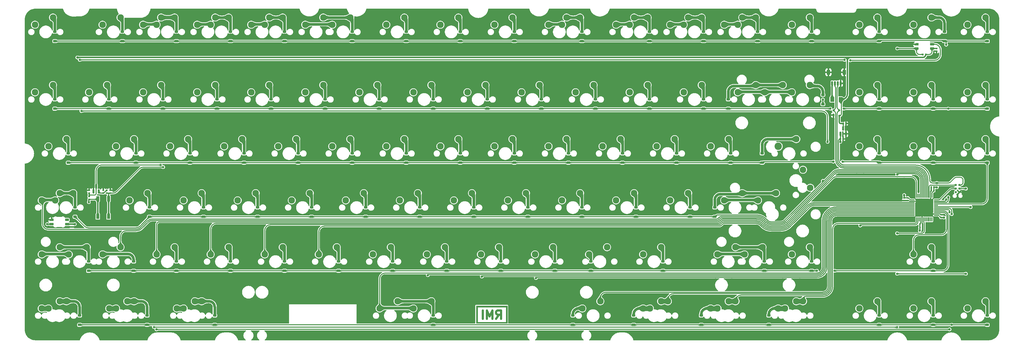
<source format=gbr>
%TF.GenerationSoftware,KiCad,Pcbnew,8.0.4*%
%TF.CreationDate,2024-07-23T19:32:07+08:00*%
%TF.ProjectId,X88J,5838384a-2e6b-4696-9361-645f70636258,rev?*%
%TF.SameCoordinates,Original*%
%TF.FileFunction,Copper,L2,Bot*%
%TF.FilePolarity,Positive*%
%FSLAX46Y46*%
G04 Gerber Fmt 4.6, Leading zero omitted, Abs format (unit mm)*
G04 Created by KiCad (PCBNEW 8.0.4) date 2024-07-23 19:32:07*
%MOMM*%
%LPD*%
G01*
G04 APERTURE LIST*
G04 Aperture macros list*
%AMRoundRect*
0 Rectangle with rounded corners*
0 $1 Rounding radius*
0 $2 $3 $4 $5 $6 $7 $8 $9 X,Y pos of 4 corners*
0 Add a 4 corners polygon primitive as box body*
4,1,4,$2,$3,$4,$5,$6,$7,$8,$9,$2,$3,0*
0 Add four circle primitives for the rounded corners*
1,1,$1+$1,$2,$3*
1,1,$1+$1,$4,$5*
1,1,$1+$1,$6,$7*
1,1,$1+$1,$8,$9*
0 Add four rect primitives between the rounded corners*
20,1,$1+$1,$2,$3,$4,$5,0*
20,1,$1+$1,$4,$5,$6,$7,0*
20,1,$1+$1,$6,$7,$8,$9,0*
20,1,$1+$1,$8,$9,$2,$3,0*%
%AMFreePoly0*
4,1,18,-0.410000,0.593000,-0.403758,0.624380,-0.385983,0.650983,-0.359380,0.668758,-0.328000,0.675000,0.328000,0.675000,0.359380,0.668758,0.385983,0.650983,0.403758,0.624380,0.410000,0.593000,0.410000,-0.593000,0.403758,-0.624380,0.385983,-0.650983,0.359380,-0.668758,0.328000,-0.675000,0.000000,-0.675000,-0.410000,-0.265000,-0.410000,0.593000,-0.410000,0.593000,$1*%
G04 Aperture macros list end*
%ADD10C,0.750000*%
%TA.AperFunction,NonConductor*%
%ADD11C,0.750000*%
%TD*%
%TA.AperFunction,EtchedComponent*%
%ADD12C,0.100000*%
%TD*%
%TA.AperFunction,ComponentPad*%
%ADD13C,2.300000*%
%TD*%
%TA.AperFunction,ComponentPad*%
%ADD14C,2.600000*%
%TD*%
%TA.AperFunction,SMDPad,CuDef*%
%ADD15RoundRect,0.225000X0.375000X-0.225000X0.375000X0.225000X-0.375000X0.225000X-0.375000X-0.225000X0*%
%TD*%
%TA.AperFunction,SMDPad,CuDef*%
%ADD16RoundRect,0.075000X0.075000X-0.662500X0.075000X0.662500X-0.075000X0.662500X-0.075000X-0.662500X0*%
%TD*%
%TA.AperFunction,SMDPad,CuDef*%
%ADD17RoundRect,0.075000X0.662500X-0.075000X0.662500X0.075000X-0.662500X0.075000X-0.662500X-0.075000X0*%
%TD*%
%TA.AperFunction,SMDPad,CuDef*%
%ADD18RoundRect,0.135000X-0.185000X0.135000X-0.185000X-0.135000X0.185000X-0.135000X0.185000X0.135000X0*%
%TD*%
%TA.AperFunction,SMDPad,CuDef*%
%ADD19RoundRect,0.135000X-0.135000X-0.185000X0.135000X-0.185000X0.135000X0.185000X-0.135000X0.185000X0*%
%TD*%
%TA.AperFunction,SMDPad,CuDef*%
%ADD20RoundRect,0.140000X0.140000X0.170000X-0.140000X0.170000X-0.140000X-0.170000X0.140000X-0.170000X0*%
%TD*%
%TA.AperFunction,SMDPad,CuDef*%
%ADD21R,1.000000X1.700000*%
%TD*%
%TA.AperFunction,SMDPad,CuDef*%
%ADD22RoundRect,0.082000X-0.593000X0.328000X-0.593000X-0.328000X0.593000X-0.328000X0.593000X0.328000X0*%
%TD*%
%TA.AperFunction,SMDPad,CuDef*%
%ADD23FreePoly0,270.000000*%
%TD*%
%TA.AperFunction,SMDPad,CuDef*%
%ADD24RoundRect,0.140000X-0.170000X0.140000X-0.170000X-0.140000X0.170000X-0.140000X0.170000X0.140000X0*%
%TD*%
%TA.AperFunction,SMDPad,CuDef*%
%ADD25RoundRect,0.150000X0.150000X-0.587500X0.150000X0.587500X-0.150000X0.587500X-0.150000X-0.587500X0*%
%TD*%
%TA.AperFunction,SMDPad,CuDef*%
%ADD26RoundRect,0.140000X0.170000X-0.140000X0.170000X0.140000X-0.170000X0.140000X-0.170000X-0.140000X0*%
%TD*%
%TA.AperFunction,SMDPad,CuDef*%
%ADD27RoundRect,0.150000X-0.150000X-0.625000X0.150000X-0.625000X0.150000X0.625000X-0.150000X0.625000X0*%
%TD*%
%TA.AperFunction,SMDPad,CuDef*%
%ADD28RoundRect,0.250000X-0.350000X-0.650000X0.350000X-0.650000X0.350000X0.650000X-0.350000X0.650000X0*%
%TD*%
%TA.AperFunction,SMDPad,CuDef*%
%ADD29RoundRect,0.175000X-0.175000X-0.325000X0.175000X-0.325000X0.175000X0.325000X-0.175000X0.325000X0*%
%TD*%
%TA.AperFunction,SMDPad,CuDef*%
%ADD30RoundRect,0.150000X-0.200000X-0.150000X0.200000X-0.150000X0.200000X0.150000X-0.200000X0.150000X0*%
%TD*%
%TA.AperFunction,ConnectorPad*%
%ADD31C,0.787400*%
%TD*%
%TA.AperFunction,SMDPad,CuDef*%
%ADD32RoundRect,0.140000X-0.140000X-0.170000X0.140000X-0.170000X0.140000X0.170000X-0.140000X0.170000X0*%
%TD*%
%TA.AperFunction,SMDPad,CuDef*%
%ADD33RoundRect,0.135000X0.185000X-0.135000X0.185000X0.135000X-0.185000X0.135000X-0.185000X-0.135000X0*%
%TD*%
%TA.AperFunction,SMDPad,CuDef*%
%ADD34RoundRect,0.250001X0.462499X0.624999X-0.462499X0.624999X-0.462499X-0.624999X0.462499X-0.624999X0*%
%TD*%
%TA.AperFunction,ViaPad*%
%ADD35C,0.800000*%
%TD*%
%TA.AperFunction,Conductor*%
%ADD36C,0.375000*%
%TD*%
%TA.AperFunction,Conductor*%
%ADD37C,0.500000*%
%TD*%
%TA.AperFunction,Conductor*%
%ADD38C,0.300000*%
%TD*%
%TA.AperFunction,Conductor*%
%ADD39C,0.900000*%
%TD*%
%TA.AperFunction,Conductor*%
%ADD40C,1.200000*%
%TD*%
%TA.AperFunction,Conductor*%
%ADD41C,1.524000*%
%TD*%
G04 APERTURE END LIST*
D10*
D11*
X158662499Y-101098857D02*
X159662499Y-99670285D01*
X160376785Y-101098857D02*
X160376785Y-98098857D01*
X160376785Y-98098857D02*
X159233928Y-98098857D01*
X159233928Y-98098857D02*
X158948213Y-98241714D01*
X158948213Y-98241714D02*
X158805356Y-98384571D01*
X158805356Y-98384571D02*
X158662499Y-98670285D01*
X158662499Y-98670285D02*
X158662499Y-99098857D01*
X158662499Y-99098857D02*
X158805356Y-99384571D01*
X158805356Y-99384571D02*
X158948213Y-99527428D01*
X158948213Y-99527428D02*
X159233928Y-99670285D01*
X159233928Y-99670285D02*
X160376785Y-99670285D01*
X157376785Y-101098857D02*
X157376785Y-98098857D01*
X157376785Y-98098857D02*
X156376785Y-100241714D01*
X156376785Y-100241714D02*
X155376785Y-98098857D01*
X155376785Y-98098857D02*
X155376785Y-101098857D01*
X153948214Y-101098857D02*
X153948214Y-98098857D01*
D12*
%TO.C,G1*%
X162662500Y-97000000D02*
X151662500Y-97000000D01*
X151662500Y-96500000D01*
X162662500Y-96500000D01*
X162662500Y-97000000D01*
%TA.AperFunction,EtchedComponent*%
G36*
X162662500Y-97000000D02*
G01*
X151662500Y-97000000D01*
X151662500Y-96500000D01*
X162662500Y-96500000D01*
X162662500Y-97000000D01*
G37*
%TD.AperFunction*%
X152162500Y-102250000D02*
X151662500Y-102250000D01*
X151662500Y-97000000D01*
X152162500Y-97000000D01*
X152162500Y-102250000D01*
%TA.AperFunction,EtchedComponent*%
G36*
X152162500Y-102250000D02*
G01*
X151662500Y-102250000D01*
X151662500Y-97000000D01*
X152162500Y-97000000D01*
X152162500Y-102250000D01*
G37*
%TD.AperFunction*%
X162662500Y-102750000D02*
X151662500Y-102750000D01*
X151662500Y-102250000D01*
X162662500Y-102250000D01*
X162662500Y-102750000D01*
%TA.AperFunction,EtchedComponent*%
G36*
X162662500Y-102750000D02*
G01*
X151662500Y-102750000D01*
X151662500Y-102250000D01*
X162662500Y-102250000D01*
X162662500Y-102750000D01*
G37*
%TD.AperFunction*%
X162662500Y-102250000D02*
X162162500Y-102250000D01*
X162162500Y-97000000D01*
X162662500Y-97000000D01*
X162662500Y-102250000D01*
%TA.AperFunction,EtchedComponent*%
G36*
X162662500Y-102250000D02*
G01*
X162162500Y-102250000D01*
X162162500Y-97000000D01*
X162662500Y-97000000D01*
X162662500Y-102250000D01*
G37*
%TD.AperFunction*%
%TD*%
D13*
%TO.P,MX104,1,1*%
%TO.N,Net-(D88-A)*%
X234315000Y-97472500D03*
%TO.P,MX104,2,2*%
%TO.N,PA3*%
X240665000Y-94932500D03*
%TD*%
%TO.P,MX15,1,1*%
%TO.N,PA1*%
X286702500Y2540000D03*
%TO.P,MX15,2,2*%
%TO.N,Net-(D16-A)*%
X293052500Y5080000D03*
%TD*%
%TO.P,MX35,1,1*%
%TO.N,PB2*%
X91440000Y-21272500D03*
%TO.P,MX35,2,2*%
%TO.N,Net-(D24-A)*%
X97790000Y-18732500D03*
%TD*%
%TO.P,MX53,1,1*%
%TO.N,PB2*%
X100965000Y-40322500D03*
%TO.P,MX53,2,2*%
%TO.N,Net-(D41-A)*%
X107315000Y-37782500D03*
%TD*%
%TO.P,MX78,1,1*%
%TO.N,PA3*%
X250983750Y-59372500D03*
%TO.P,MX78,2,2*%
%TO.N,Net-(D65-A)*%
X257333750Y-56832500D03*
%TD*%
%TO.P,MX5,1,1*%
%TO.N,PB10*%
X77152500Y2540000D03*
%TO.P,MX5,2,2*%
%TO.N,Net-(D6-A)*%
X83502500Y5080000D03*
%TD*%
%TO.P,MX89,1,1*%
%TO.N,PA7*%
X153352500Y-78422500D03*
%TO.P,MX89,2,2*%
%TO.N,Net-(D75-A)*%
X159702500Y-75882500D03*
%TD*%
%TO.P,MX7,1,1*%
%TO.N,PB1*%
X120015000Y2540000D03*
%TO.P,MX7,2,2*%
%TO.N,Net-(D8-A)*%
X126365000Y5080000D03*
%TD*%
%TO.P,MX115,1,1*%
%TO.N,Net-(D88-A)*%
X236696250Y-97472500D03*
%TO.P,MX115,2,2*%
%TO.N,PA3*%
X243046250Y-94932500D03*
%TD*%
%TO.P,MX109,1,1*%
%TO.N,PA9*%
X-1428750Y-97472500D03*
%TO.P,MX109,2,2*%
%TO.N,Net-(D82-A)*%
X4921250Y-94932500D03*
%TD*%
%TO.P,MX54,1,1*%
%TO.N,PB1*%
X120015000Y-40322500D03*
%TO.P,MX54,2,2*%
%TO.N,Net-(D42-A)*%
X126365000Y-37782500D03*
%TD*%
%TO.P,MX68,1,1*%
%TO.N,PB12*%
X48577500Y-59372500D03*
%TO.P,MX68,2,2*%
%TO.N,Net-(D55-A)*%
X54927500Y-56832500D03*
%TD*%
%TO.P,MX116,1,1*%
%TO.N,Net-(D89-A)*%
X260508750Y-97472500D03*
%TO.P,MX116,2,2*%
%TO.N,PA2*%
X266858750Y-94932500D03*
%TD*%
%TO.P,MX6,1,1*%
%TO.N,PB2*%
X100965000Y2540000D03*
%TO.P,MX6,2,2*%
%TO.N,Net-(D7-A)*%
X107315000Y5080000D03*
%TD*%
%TO.P,MX94,1,1*%
%TO.N,PB9*%
X305752500Y-78422500D03*
%TO.P,MX94,2,2*%
%TO.N,Net-(D81-A)*%
X312102500Y-75882500D03*
%TD*%
%TO.P,MX81,1,1*%
%TO.N,PA3*%
X239077500Y-59372500D03*
%TO.P,MX81,2,2*%
%TO.N,Net-(D65-A)*%
X245427500Y-56832500D03*
%TD*%
%TO.P,MX19,1,1*%
%TO.N,PB11*%
X53340000Y2540000D03*
%TO.P,MX19,2,2*%
%TO.N,Net-(D5-A)*%
X59690000Y5080000D03*
%TD*%
%TO.P,MX28,1,1*%
%TO.N,PA3*%
X243840000Y2540000D03*
%TO.P,MX28,2,2*%
%TO.N,Net-(D14-A)*%
X250190000Y5080000D03*
%TD*%
%TO.P,MX108,1,1*%
%TO.N,PB6*%
X324802500Y-97472500D03*
%TO.P,MX108,2,2*%
%TO.N,Net-(D92-A)*%
X331152500Y-94932500D03*
%TD*%
%TO.P,MX9,1,1*%
%TO.N,PA7*%
X158115000Y2540000D03*
%TO.P,MX9,2,2*%
%TO.N,Net-(D10-A)*%
X164465000Y5080000D03*
%TD*%
%TO.P,MX17,1,1*%
%TO.N,PB6*%
X324802500Y2540000D03*
%TO.P,MX17,2,2*%
%TO.N,Net-(D18-A)*%
X331152500Y5080000D03*
%TD*%
%TO.P,MX42,1,1*%
%TO.N,PA3*%
X224790000Y-21272500D03*
%TO.P,MX42,2,2*%
%TO.N,Net-(D31-A)*%
X231140000Y-18732500D03*
%TD*%
%TO.P,MX82,1,1*%
%TO.N,PA9*%
X8096250Y-78422500D03*
%TO.P,MX82,2,2*%
%TO.N,Net-(D67-A)*%
X14446250Y-75882500D03*
%TD*%
%TO.P,MX88,1,1*%
%TO.N,PB0*%
X134302500Y-78422500D03*
%TO.P,MX88,2,2*%
%TO.N,Net-(D74-A)*%
X140652500Y-75882500D03*
%TD*%
%TO.P,MX113,1,1*%
%TO.N,Net-(D86-A)*%
X189071250Y-97472500D03*
%TO.P,MX113,2,2*%
%TO.N,PA5*%
X195421250Y-94932500D03*
%TD*%
%TO.P,MX34,1,1*%
%TO.N,PB10*%
X72390000Y-21272500D03*
%TO.P,MX34,2,2*%
%TO.N,Net-(D23-A)*%
X78740000Y-18732500D03*
%TD*%
%TO.P,MX92,1,1*%
%TO.N,PA4*%
X210502500Y-78422500D03*
%TO.P,MX92,2,2*%
%TO.N,Net-(D78-A)*%
X216852500Y-75882500D03*
%TD*%
%TO.P,MX4,1,1*%
%TO.N,PB11*%
X58102500Y2540000D03*
%TO.P,MX4,2,2*%
%TO.N,Net-(D5-A)*%
X64452500Y5080000D03*
%TD*%
%TO.P,MX52,1,1*%
%TO.N,PB10*%
X81915000Y-40322500D03*
%TO.P,MX52,2,2*%
%TO.N,Net-(D40-A)*%
X88265000Y-37782500D03*
%TD*%
%TO.P,MX37,1,1*%
%TO.N,PB0*%
X129540000Y-21272500D03*
%TO.P,MX37,2,2*%
%TO.N,Net-(D26-A)*%
X135890000Y-18732500D03*
%TD*%
%TO.P,MX85,1,1*%
%TO.N,PB10*%
X77152500Y-78422500D03*
%TO.P,MX85,2,2*%
%TO.N,Net-(D71-A)*%
X83502500Y-75882500D03*
%TD*%
%TO.P,MX25,1,1*%
%TO.N,PA6*%
X177165000Y2540000D03*
%TO.P,MX25,2,2*%
%TO.N,Net-(D11-A)*%
X183515000Y5080000D03*
%TD*%
%TO.P,MX18,1,1*%
%TO.N,PB12*%
X34290000Y2540000D03*
%TO.P,MX18,2,2*%
%TO.N,Net-(D4-A)*%
X40640000Y5080000D03*
%TD*%
%TO.P,MX100,1,1*%
%TO.N,PA8*%
X24765000Y-97472500D03*
%TO.P,MX100,2,2*%
%TO.N,Net-(D83-A)*%
X31115000Y-94932500D03*
%TD*%
%TO.P,MX38,1,1*%
%TO.N,PA7*%
X148590000Y-21272500D03*
%TO.P,MX38,2,2*%
%TO.N,Net-(D27-A)*%
X154940000Y-18732500D03*
%TD*%
%TO.P,MX31,1,1*%
%TO.N,PA8*%
X15240000Y-21272500D03*
%TO.P,MX31,2,2*%
%TO.N,Net-(D20-A)*%
X21590000Y-18732500D03*
%TD*%
%TO.P,MX106,1,1*%
%TO.N,PA1*%
X286702500Y-97472500D03*
%TO.P,MX106,2,2*%
%TO.N,Net-(D90-A)*%
X293052500Y-94932500D03*
%TD*%
%TO.P,MX12,1,1*%
%TO.N,PA4*%
X220027500Y2540000D03*
%TO.P,MX12,2,2*%
%TO.N,Net-(D13-A)*%
X226377500Y5080000D03*
%TD*%
%TO.P,MX72,1,1*%
%TO.N,PB1*%
X124777500Y-59372500D03*
%TO.P,MX72,2,2*%
%TO.N,Net-(D59-A)*%
X131127500Y-56832500D03*
%TD*%
%TO.P,MX74,1,1*%
%TO.N,PA7*%
X162877500Y-59372500D03*
%TO.P,MX74,2,2*%
%TO.N,Net-(D61-A)*%
X169227500Y-56832500D03*
%TD*%
%TO.P,MX90,1,1*%
%TO.N,PA6*%
X172402500Y-78422500D03*
%TO.P,MX90,2,2*%
%TO.N,Net-(D76-A)*%
X178752500Y-75882500D03*
%TD*%
%TO.P,MX10,1,1*%
%TO.N,PA6*%
X181927500Y2540000D03*
%TO.P,MX10,2,2*%
%TO.N,Net-(D11-A)*%
X188277500Y5080000D03*
%TD*%
%TO.P,MX87,1,1*%
%TO.N,PB1*%
X115252500Y-78422500D03*
%TO.P,MX87,2,2*%
%TO.N,Net-(D73-A)*%
X121602500Y-75882500D03*
%TD*%
%TO.P,MX64,1,1*%
%TO.N,PB6*%
X324802500Y-40322500D03*
%TO.P,MX64,2,2*%
%TO.N,Net-(D52-A)*%
X331152500Y-37782500D03*
%TD*%
%TO.P,MX2,1,1*%
%TO.N,PA8*%
X20002500Y2540000D03*
%TO.P,MX2,2,2*%
%TO.N,Net-(D3-A)*%
X26352500Y5080000D03*
%TD*%
%TO.P,MX70,1,1*%
%TO.N,PB10*%
X86677500Y-59372500D03*
%TO.P,MX70,2,2*%
%TO.N,Net-(D57-A)*%
X93027500Y-56832500D03*
%TD*%
%TO.P,MX76,1,1*%
%TO.N,PA5*%
X200977500Y-59372500D03*
%TO.P,MX76,2,2*%
%TO.N,Net-(D63-A)*%
X207327500Y-56832500D03*
%TD*%
%TO.P,MX45,1,1*%
%TO.N,PB9*%
X305752500Y-21272500D03*
%TO.P,MX45,2,2*%
%TO.N,Net-(D34-A)*%
X312102500Y-18732500D03*
%TD*%
%TO.P,MX16,1,1*%
%TO.N,PB9*%
X305752500Y2540000D03*
%TO.P,MX16,2,2*%
%TO.N,Net-(D17-A)*%
X312102500Y5080000D03*
%TD*%
%TO.P,MX48,1,1*%
%TO.N,PA9*%
X952500Y-40322500D03*
%TO.P,MX48,2,2*%
%TO.N,Net-(D36-A)*%
X7302500Y-37782500D03*
%TD*%
%TO.P,MX55,1,1*%
%TO.N,PB0*%
X139065000Y-40322500D03*
%TO.P,MX55,2,2*%
%TO.N,Net-(D43-A)*%
X145415000Y-37782500D03*
%TD*%
%TO.P,MX3,1,1*%
%TO.N,PB12*%
X39052500Y2540000D03*
%TO.P,MX3,2,2*%
%TO.N,Net-(D4-A)*%
X45402500Y5080000D03*
%TD*%
%TO.P,MX63,1,1*%
%TO.N,PB9*%
X305752500Y-40322500D03*
%TO.P,MX63,2,2*%
%TO.N,Net-(D51-A)*%
X312102500Y-37782500D03*
%TD*%
%TO.P,MX46,1,1*%
%TO.N,PB6*%
X324802500Y-21272500D03*
%TO.P,MX46,2,2*%
%TO.N,Net-(D35-A)*%
X331152500Y-18732500D03*
%TD*%
%TO.P,MX67,1,1*%
%TO.N,PA8*%
X29527500Y-59372500D03*
%TO.P,MX67,2,2*%
%TO.N,Net-(D54-A)*%
X35877500Y-56832500D03*
%TD*%
%TO.P,MX59,1,1*%
%TO.N,PA4*%
X215265000Y-40322500D03*
%TO.P,MX59,2,2*%
%TO.N,Net-(D47-A)*%
X221615000Y-37782500D03*
%TD*%
%TO.P,MX110,1,1*%
%TO.N,PA8*%
X22383750Y-97472500D03*
%TO.P,MX110,2,2*%
%TO.N,Net-(D83-A)*%
X28733750Y-94932500D03*
%TD*%
%TO.P,MX60,1,1*%
%TO.N,PA3*%
X234315000Y-40322500D03*
%TO.P,MX60,2,2*%
%TO.N,Net-(D48-A)*%
X240665000Y-37782500D03*
%TD*%
%TO.P,MX32,1,1*%
%TO.N,PB12*%
X34290000Y-21272500D03*
%TO.P,MX32,2,2*%
%TO.N,Net-(D21-A)*%
X40640000Y-18732500D03*
%TD*%
%TO.P,MX97,1,1*%
%TO.N,PA3*%
X236696250Y-78422500D03*
%TO.P,MX97,2,2*%
%TO.N,Net-(D79-A)*%
X243046250Y-75882500D03*
%TD*%
%TO.P,MX51,1,1*%
%TO.N,PB11*%
X62865000Y-40322500D03*
%TO.P,MX51,2,2*%
%TO.N,Net-(D39-A)*%
X69215000Y-37782500D03*
%TD*%
%TO.P,MX112,1,1*%
%TO.N,PB1*%
X117633750Y-97472500D03*
%TO.P,MX112,2,2*%
%TO.N,Net-(D85-A)*%
X123983750Y-94932500D03*
%TD*%
%TO.P,MX84,1,1*%
%TO.N,PB11*%
X58102500Y-78422500D03*
%TO.P,MX84,2,2*%
%TO.N,Net-(D70-A)*%
X64452500Y-75882500D03*
%TD*%
%TO.P,MX75,1,1*%
%TO.N,PA6*%
X181927500Y-59372500D03*
%TO.P,MX75,2,2*%
%TO.N,Net-(D62-A)*%
X188277500Y-56832500D03*
%TD*%
%TO.P,MX96,1,1*%
%TO.N,Net-(D68-A)*%
X20002500Y-78422500D03*
%TO.P,MX96,2,2*%
%TO.N,PA8*%
X26352500Y-75882500D03*
%TD*%
%TO.P,MX91,1,1*%
%TO.N,Net-(D77-A)*%
X191452500Y-78422500D03*
%TO.P,MX91,2,2*%
%TO.N,PA5*%
X197802500Y-75882500D03*
%TD*%
%TO.P,MX114,1,1*%
%TO.N,Net-(D87-A)*%
X212883750Y-97472500D03*
%TO.P,MX114,2,2*%
%TO.N,PA4*%
X219233750Y-94932500D03*
%TD*%
%TO.P,MX43,1,1*%
%TO.N,PA2*%
X253365000Y-21272500D03*
%TO.P,MX43,2,2*%
%TO.N,Net-(D32-A)*%
X259715000Y-18732500D03*
%TD*%
%TO.P,MX65,1,1*%
%TO.N,PA2*%
X266858750Y-48577500D03*
%TO.P,MX65,2,2*%
%TO.N,Net-(D49-A)*%
X269398750Y-54927500D03*
%TD*%
%TO.P,MX98,1,1*%
%TO.N,PA2*%
X262890000Y-78422500D03*
%TO.P,MX98,2,2*%
%TO.N,Net-(D80-A)*%
X269240000Y-75882500D03*
%TD*%
%TO.P,MX80,1,1*%
%TO.N,PA9*%
X3333750Y-59372500D03*
%TO.P,MX80,2,2*%
%TO.N,Net-(D53-A)*%
X9683750Y-56832500D03*
%TD*%
%TO.P,MX1,1,1*%
%TO.N,PA9*%
X-3810000Y2540000D03*
%TO.P,MX1,2,2*%
%TO.N,Net-(D2-A)*%
X2540000Y5080000D03*
%TD*%
%TO.P,MX41,1,1*%
%TO.N,PA4*%
X205740000Y-21272500D03*
%TO.P,MX41,2,2*%
%TO.N,Net-(D30-A)*%
X212090000Y-18732500D03*
%TD*%
%TO.P,MX66,1,1*%
%TO.N,PA9*%
X-1428750Y-59372500D03*
%TO.P,MX66,2,2*%
%TO.N,Net-(D53-A)*%
X4921250Y-56832500D03*
%TD*%
%TO.P,MX71,1,1*%
%TO.N,PB2*%
X105727500Y-59372500D03*
%TO.P,MX71,2,2*%
%TO.N,Net-(D58-A)*%
X112077500Y-56832500D03*
%TD*%
%TO.P,MX93,1,1*%
%TO.N,PA3*%
X246221250Y-78422500D03*
%TO.P,MX93,2,2*%
%TO.N,Net-(D79-A)*%
X252571250Y-75882500D03*
%TD*%
%TO.P,MX49,1,1*%
%TO.N,PA8*%
X24765000Y-40322500D03*
%TO.P,MX49,2,2*%
%TO.N,Net-(D37-A)*%
X31115000Y-37782500D03*
%TD*%
%TO.P,MX11,1,1*%
%TO.N,PA5*%
X200977500Y2540000D03*
%TO.P,MX11,2,2*%
%TO.N,Net-(D12-A)*%
X207327500Y5080000D03*
%TD*%
%TO.P,MX39,1,1*%
%TO.N,PA6*%
X167640000Y-21272500D03*
%TO.P,MX39,2,2*%
%TO.N,Net-(D28-A)*%
X173990000Y-18732500D03*
%TD*%
%TO.P,MX69,1,1*%
%TO.N,PB11*%
X67627500Y-59372500D03*
%TO.P,MX69,2,2*%
%TO.N,Net-(D56-A)*%
X73977500Y-56832500D03*
%TD*%
%TO.P,MX77,1,1*%
%TO.N,PA4*%
X220027500Y-59372500D03*
%TO.P,MX77,2,2*%
%TO.N,Net-(D64-A)*%
X226377500Y-56832500D03*
%TD*%
%TO.P,MX27,1,1*%
%TO.N,PA4*%
X224790000Y2540000D03*
%TO.P,MX27,2,2*%
%TO.N,Net-(D13-A)*%
X231140000Y5080000D03*
%TD*%
%TO.P,MX62,1,1*%
%TO.N,PA1*%
X286702500Y-40322500D03*
%TO.P,MX62,2,2*%
%TO.N,Net-(D50-A)*%
X293052500Y-37782500D03*
%TD*%
%TO.P,MX57,1,1*%
%TO.N,PA6*%
X177165000Y-40322500D03*
%TO.P,MX57,2,2*%
%TO.N,Net-(D45-A)*%
X183515000Y-37782500D03*
%TD*%
%TO.P,MX107,1,1*%
%TO.N,PB9*%
X305752500Y-97472500D03*
%TO.P,MX107,2,2*%
%TO.N,Net-(D91-A)*%
X312102500Y-94932500D03*
%TD*%
%TO.P,MX56,1,1*%
%TO.N,PA7*%
X158115000Y-40322500D03*
%TO.P,MX56,2,2*%
%TO.N,Net-(D44-A)*%
X164465000Y-37782500D03*
%TD*%
%TO.P,MX111,1,1*%
%TO.N,PB12*%
X46196250Y-97472500D03*
%TO.P,MX111,2,2*%
%TO.N,Net-(D84-A)*%
X52546250Y-94932500D03*
%TD*%
%TO.P,MX101,1,1*%
%TO.N,PB12*%
X48577500Y-97472500D03*
%TO.P,MX101,2,2*%
%TO.N,Net-(D84-A)*%
X54927500Y-94932500D03*
%TD*%
%TO.P,MX13,1,1*%
%TO.N,PA3*%
X239077500Y2540000D03*
%TO.P,MX13,2,2*%
%TO.N,Net-(D14-A)*%
X245427500Y5080000D03*
%TD*%
%TO.P,MX21,1,1*%
%TO.N,PB2*%
X91440000Y2540000D03*
%TO.P,MX21,2,2*%
%TO.N,Net-(D7-A)*%
X97790000Y5080000D03*
%TD*%
%TO.P,MX14,1,1*%
%TO.N,PA2*%
X262890000Y2540000D03*
%TO.P,MX14,2,2*%
%TO.N,Net-(D15-A)*%
X269240000Y5080000D03*
%TD*%
%TO.P,MX40,1,1*%
%TO.N,PA5*%
X186690000Y-21272500D03*
%TO.P,MX40,2,2*%
%TO.N,Net-(D29-A)*%
X193040000Y-18732500D03*
%TD*%
%TO.P,MX26,1,1*%
%TO.N,PA5*%
X205740000Y2540000D03*
%TO.P,MX26,2,2*%
%TO.N,Net-(D12-A)*%
X212090000Y5080000D03*
%TD*%
%TO.P,MX95,1,1*%
%TO.N,PA9*%
X-1428750Y-78422500D03*
%TO.P,MX95,2,2*%
%TO.N,Net-(D67-A)*%
X4921250Y-75882500D03*
%TD*%
%TO.P,MX50,1,1*%
%TO.N,PB12*%
X43815000Y-40322500D03*
%TO.P,MX50,2,2*%
%TO.N,Net-(D38-A)*%
X50165000Y-37782500D03*
%TD*%
%TO.P,MX44,1,1*%
%TO.N,PA1*%
X286702500Y-21272500D03*
%TO.P,MX44,2,2*%
%TO.N,Net-(D33-A)*%
X293052500Y-18732500D03*
%TD*%
%TO.P,MX58,1,1*%
%TO.N,PA5*%
X196215000Y-40322500D03*
%TO.P,MX58,2,2*%
%TO.N,Net-(D46-A)*%
X202565000Y-37782500D03*
%TD*%
%TO.P,MX8,1,1*%
%TO.N,PB0*%
X139065000Y2540000D03*
%TO.P,MX8,2,2*%
%TO.N,Net-(D9-A)*%
X145415000Y5080000D03*
%TD*%
%TO.P,MX99,1,1*%
%TO.N,PA9*%
X952500Y-97472500D03*
%TO.P,MX99,2,2*%
%TO.N,Net-(D82-A)*%
X7302500Y-94932500D03*
%TD*%
%TO.P,MX103,1,1*%
%TO.N,Net-(D87-A)*%
X210502500Y-97472500D03*
%TO.P,MX103,2,2*%
%TO.N,PA4*%
X216852500Y-94932500D03*
%TD*%
%TO.P,MX36,1,1*%
%TO.N,PB1*%
X110490000Y-21272500D03*
%TO.P,MX36,2,2*%
%TO.N,Net-(D25-A)*%
X116840000Y-18732500D03*
%TD*%
%TO.P,MX86,1,1*%
%TO.N,PB2*%
X96202500Y-78422500D03*
%TO.P,MX86,2,2*%
%TO.N,Net-(D72-A)*%
X102552500Y-75882500D03*
%TD*%
%TO.P,MX20,1,1*%
%TO.N,PB10*%
X72390000Y2540000D03*
%TO.P,MX20,2,2*%
%TO.N,Net-(D6-A)*%
X78740000Y5080000D03*
%TD*%
%TO.P,MX73,1,1*%
%TO.N,PB0*%
X143827500Y-59372500D03*
%TO.P,MX73,2,2*%
%TO.N,Net-(D60-A)*%
X150177500Y-56832500D03*
%TD*%
%TO.P,MX30,1,1*%
%TO.N,PA9*%
X-3810000Y-21272500D03*
%TO.P,MX30,2,2*%
%TO.N,Net-(D19-A)*%
X2540000Y-18732500D03*
%TD*%
%TO.P,MX47,1,1*%
%TO.N,PA2*%
X243840000Y-21272500D03*
%TO.P,MX47,2,2*%
%TO.N,Net-(D32-A)*%
X250190000Y-18732500D03*
%TD*%
%TO.P,MX105,1,1*%
%TO.N,Net-(D89-A)*%
X258127500Y-97472500D03*
%TO.P,MX105,2,2*%
%TO.N,PA2*%
X264477500Y-94932500D03*
%TD*%
%TO.P,MX33,1,1*%
%TO.N,PB11*%
X53340000Y-21272500D03*
%TO.P,MX33,2,2*%
%TO.N,Net-(D22-A)*%
X59690000Y-18732500D03*
%TD*%
D14*
%TO.P,MX61,1,1*%
%TO.N,PA2*%
X258127500Y-40322500D03*
D13*
%TO.P,MX61,2,2*%
%TO.N,Net-(D49-A)*%
X264477500Y-37782500D03*
%TD*%
%TO.P,MX83,1,1*%
%TO.N,PB12*%
X39052500Y-78422500D03*
%TO.P,MX83,2,2*%
%TO.N,Net-(D69-A)*%
X45402500Y-75882500D03*
%TD*%
%TO.P,MX79,1,1*%
%TO.N,PA2*%
X262890000Y-21272500D03*
%TO.P,MX79,2,2*%
%TO.N,Net-(D66-A)*%
X269240000Y-18732500D03*
%TD*%
%TO.P,MX102,1,1*%
%TO.N,PB1*%
X129540000Y-97472500D03*
%TO.P,MX102,2,2*%
%TO.N,Net-(D85-A)*%
X135890000Y-94932500D03*
%TD*%
D15*
%TO.P,D55,1,K*%
%TO.N,PA10*%
X55562500Y-65150000D03*
%TO.P,D55,2,A*%
%TO.N,Net-(D55-A)*%
X55562500Y-61850000D03*
%TD*%
%TO.P,D82,1,K*%
%TO.N,PB7*%
X11906250Y-103250000D03*
%TO.P,D82,2,A*%
%TO.N,Net-(D82-A)*%
X11906250Y-99950000D03*
%TD*%
%TO.P,D7,1,K*%
%TO.N,PA15*%
X107950000Y-3237500D03*
%TO.P,D7,2,A*%
%TO.N,Net-(D7-A)*%
X107950000Y62500D03*
%TD*%
%TO.P,D35,1,K*%
%TO.N,PB3*%
X331787500Y-27050000D03*
%TO.P,D35,2,A*%
%TO.N,Net-(D35-A)*%
X331787500Y-23750000D03*
%TD*%
D16*
%TO.P,U2,1,VBAT*%
%TO.N,unconnected-(U2-VBAT-Pad1)*%
X312312500Y-66075000D03*
%TO.P,U2,2,PC13*%
%TO.N,unconnected-(U2-PC13-Pad2)*%
X311812500Y-66075000D03*
%TO.P,U2,3,PC14*%
%TO.N,unconnected-(U2-PC14-Pad3)*%
X311312500Y-66075000D03*
%TO.P,U2,4,PC15*%
%TO.N,unconnected-(U2-PC15-Pad4)*%
X310812500Y-66075000D03*
%TO.P,U2,5,PF0*%
%TO.N,unconnected-(U2-PF0-Pad5)*%
X310312500Y-66075000D03*
%TO.P,U2,6,PF1*%
%TO.N,unconnected-(U2-PF1-Pad6)*%
X309812500Y-66075000D03*
%TO.P,U2,7,NRST*%
%TO.N,NRST*%
X309312500Y-66075000D03*
%TO.P,U2,8,VSSA*%
%TO.N,GND*%
X308812500Y-66075000D03*
%TO.P,U2,9,VDDA*%
%TO.N,+3V3*%
X308312500Y-66075000D03*
%TO.P,U2,10,PA0*%
%TO.N,unconnected-(U2-PA0-Pad10)*%
X307812500Y-66075000D03*
%TO.P,U2,11,PA1*%
%TO.N,PA1*%
X307312500Y-66075000D03*
%TO.P,U2,12,PA2*%
%TO.N,PA2*%
X306812500Y-66075000D03*
D17*
%TO.P,U2,13,PA3*%
%TO.N,PA3*%
X305400000Y-64662500D03*
%TO.P,U2,14,PA4*%
%TO.N,PA4*%
X305400000Y-64162500D03*
%TO.P,U2,15,PA5*%
%TO.N,PA5*%
X305400000Y-63662500D03*
%TO.P,U2,16,PA6*%
%TO.N,PA6*%
X305400000Y-63162500D03*
%TO.P,U2,17,PA7*%
%TO.N,PA7*%
X305400000Y-62662500D03*
%TO.P,U2,18,PB0*%
%TO.N,PB0*%
X305400000Y-62162500D03*
%TO.P,U2,19,PB1*%
%TO.N,PB1*%
X305400000Y-61662500D03*
%TO.P,U2,20,PB2*%
%TO.N,PB2*%
X305400000Y-61162500D03*
%TO.P,U2,21,PB10*%
%TO.N,PB10*%
X305400000Y-60662500D03*
%TO.P,U2,22,PB11*%
%TO.N,PB11*%
X305400000Y-60162500D03*
%TO.P,U2,23,VSS*%
%TO.N,GND*%
X305400000Y-59662500D03*
%TO.P,U2,24,VDD*%
%TO.N,+3V3*%
X305400000Y-59162500D03*
D16*
%TO.P,U2,25,PB12*%
%TO.N,PB12*%
X306812500Y-57750000D03*
%TO.P,U2,26,PB13*%
%TO.N,unconnected-(U2-PB13-Pad26)*%
X307312500Y-57750000D03*
%TO.P,U2,27,PB14*%
%TO.N,unconnected-(U2-PB14-Pad27)*%
X307812500Y-57750000D03*
%TO.P,U2,28,PB15*%
%TO.N,/RGB*%
X308312500Y-57750000D03*
%TO.P,U2,29,PA8*%
%TO.N,PA8*%
X308812500Y-57750000D03*
%TO.P,U2,30,PA9*%
%TO.N,PA9*%
X309312500Y-57750000D03*
%TO.P,U2,31,PA10*%
%TO.N,PA10*%
X309812500Y-57750000D03*
%TO.P,U2,32,PA11*%
%TO.N,D-*%
X310312500Y-57750000D03*
%TO.P,U2,33,PA12*%
%TO.N,D+*%
X310812500Y-57750000D03*
%TO.P,U2,34,PA13*%
%TO.N,SWDIO*%
X311312500Y-57750000D03*
%TO.P,U2,35,VSS*%
%TO.N,GND*%
X311812500Y-57750000D03*
%TO.P,U2,36,VDDIO2*%
%TO.N,+3V3*%
X312312500Y-57750000D03*
D17*
%TO.P,U2,37,PA14*%
%TO.N,SWCLK*%
X313725000Y-59162500D03*
%TO.P,U2,38,PA15*%
%TO.N,PA15*%
X313725000Y-59662500D03*
%TO.P,U2,39,PB3*%
%TO.N,PB3*%
X313725000Y-60162500D03*
%TO.P,U2,40,PB4*%
%TO.N,PB4*%
X313725000Y-60662500D03*
%TO.P,U2,41,PB5*%
%TO.N,unconnected-(U2-PB5-Pad41)*%
X313725000Y-61162500D03*
%TO.P,U2,42,PB6*%
%TO.N,PB6*%
X313725000Y-61662500D03*
%TO.P,U2,43,PB7*%
%TO.N,PB7*%
X313725000Y-62162500D03*
%TO.P,U2,44,BOOT0*%
%TO.N,BOOT0*%
X313725000Y-62662500D03*
%TO.P,U2,45,PB8*%
%TO.N,PB8*%
X313725000Y-63162500D03*
%TO.P,U2,46,PB9*%
%TO.N,PB9*%
X313725000Y-63662500D03*
%TO.P,U2,47,VSS*%
%TO.N,GND*%
X313725000Y-64162500D03*
%TO.P,U2,48,VDD*%
%TO.N,+3V3*%
X313725000Y-64662500D03*
%TD*%
D15*
%TO.P,D65,1,K*%
%TO.N,PA10*%
X235743750Y-65150000D03*
%TO.P,D65,2,A*%
%TO.N,Net-(D65-A)*%
X235743750Y-61850000D03*
%TD*%
%TO.P,D48,1,K*%
%TO.N,PB4*%
X241300000Y-46100000D03*
%TO.P,D48,2,A*%
%TO.N,Net-(D48-A)*%
X241300000Y-42800000D03*
%TD*%
%TO.P,D88,1,K*%
%TO.N,PB7*%
X230981250Y-103250000D03*
%TO.P,D88,2,A*%
%TO.N,Net-(D88-A)*%
X230981250Y-99950000D03*
%TD*%
%TO.P,D78,1,K*%
%TO.N,PB8*%
X217487500Y-84200000D03*
%TO.P,D78,2,A*%
%TO.N,Net-(D78-A)*%
X217487500Y-80900000D03*
%TD*%
%TO.P,D6,1,K*%
%TO.N,PA15*%
X84137500Y-3237500D03*
%TO.P,D6,2,A*%
%TO.N,Net-(D6-A)*%
X84137500Y62500D03*
%TD*%
%TO.P,D20,1,K*%
%TO.N,PB3*%
X22225000Y-27050000D03*
%TO.P,D20,2,A*%
%TO.N,Net-(D20-A)*%
X22225000Y-23750000D03*
%TD*%
D18*
%TO.P,RR2,1*%
%TO.N,GND*%
X22750000Y-55802500D03*
%TO.P,RR2,2*%
%TO.N,BOOT0*%
X22750000Y-56822500D03*
%TD*%
D19*
%TO.P,R3,1*%
%TO.N,/RGB*%
X309052500Y-7937500D03*
%TO.P,R3,2*%
%TO.N,+5V*%
X310072500Y-7937500D03*
%TD*%
D15*
%TO.P,D46,1,K*%
%TO.N,PB4*%
X203200000Y-46100000D03*
%TO.P,D46,2,A*%
%TO.N,Net-(D46-A)*%
X203200000Y-42800000D03*
%TD*%
%TO.P,D57,1,K*%
%TO.N,PA10*%
X93662500Y-65150000D03*
%TO.P,D57,2,A*%
%TO.N,Net-(D57-A)*%
X93662500Y-61850000D03*
%TD*%
%TO.P,D81,1,K*%
%TO.N,PB8*%
X312737500Y-84200000D03*
%TO.P,D81,2,A*%
%TO.N,Net-(D81-A)*%
X312737500Y-80900000D03*
%TD*%
%TO.P,D42,1,K*%
%TO.N,PB4*%
X127000000Y-46100000D03*
%TO.P,D42,2,A*%
%TO.N,Net-(D42-A)*%
X127000000Y-42800000D03*
%TD*%
%TO.P,D89,1,K*%
%TO.N,PB7*%
X254793750Y-103250000D03*
%TO.P,D89,2,A*%
%TO.N,Net-(D89-A)*%
X254793750Y-99950000D03*
%TD*%
%TO.P,D49,1,K*%
%TO.N,PB4*%
X252412500Y-46100000D03*
%TO.P,D49,2,A*%
%TO.N,Net-(D49-A)*%
X252412500Y-42800000D03*
%TD*%
%TO.P,D58,1,K*%
%TO.N,PA10*%
X112712500Y-65150000D03*
%TO.P,D58,2,A*%
%TO.N,Net-(D58-A)*%
X112712500Y-61850000D03*
%TD*%
%TO.P,D53,1,K*%
%TO.N,PA10*%
X10318750Y-65150000D03*
%TO.P,D53,2,A*%
%TO.N,Net-(D53-A)*%
X10318750Y-61850000D03*
%TD*%
%TO.P,D61,1,K*%
%TO.N,PA10*%
X169862500Y-65150000D03*
%TO.P,D61,2,A*%
%TO.N,Net-(D61-A)*%
X169862500Y-61850000D03*
%TD*%
%TO.P,D37,1,K*%
%TO.N,PB4*%
X31750000Y-46100000D03*
%TO.P,D37,2,A*%
%TO.N,Net-(D37-A)*%
X31750000Y-42800000D03*
%TD*%
D20*
%TO.P,C5,1*%
%TO.N,GND*%
X280980000Y-37725000D03*
%TO.P,C5,2*%
%TO.N,+3V3*%
X280020000Y-37725000D03*
%TD*%
D21*
%TO.P,SWR1,1,1*%
%TO.N,+3V3*%
X18340625Y-58762500D03*
X18340625Y-65062500D03*
%TO.P,SWR1,2,2*%
%TO.N,BOOT0*%
X22140625Y-58762500D03*
X22140625Y-65062500D03*
%TD*%
D15*
%TO.P,D76,1,K*%
%TO.N,PB8*%
X179387500Y-84200000D03*
%TO.P,D76,2,A*%
%TO.N,Net-(D76-A)*%
X179387500Y-80900000D03*
%TD*%
D22*
%TO.P,RGB2,1,VDD*%
%TO.N,+5V*%
X7487500Y-67742500D03*
%TO.P,RGB2,2,DOUT*%
%TO.N,unconnected-(RGB2-DOUT-Pad2)*%
X7487500Y-66242500D03*
%TO.P,RGB2,3,DIN*%
%TO.N,Net-(RGB1-DOUT)*%
X2037500Y-67742500D03*
D23*
%TO.P,RGB2,4,VSS*%
%TO.N,GND*%
X2037500Y-66242500D03*
%TD*%
D15*
%TO.P,D38,1,K*%
%TO.N,PB4*%
X50800000Y-46100000D03*
%TO.P,D38,2,A*%
%TO.N,Net-(D38-A)*%
X50800000Y-42800000D03*
%TD*%
%TO.P,D66,1,K*%
%TO.N,PA10*%
X273843750Y-25462500D03*
%TO.P,D66,2,A*%
%TO.N,Net-(D66-A)*%
X273843750Y-22162500D03*
%TD*%
%TO.P,D28,1,K*%
%TO.N,PB3*%
X174625000Y-27050000D03*
%TO.P,D28,2,A*%
%TO.N,Net-(D28-A)*%
X174625000Y-23750000D03*
%TD*%
D24*
%TO.P,C1,1*%
%TO.N,+3V3*%
X303750000Y-58476250D03*
%TO.P,C1,2*%
%TO.N,GND*%
X303750000Y-59436250D03*
%TD*%
D15*
%TO.P,D67,1,K*%
%TO.N,PB8*%
X15081250Y-84200000D03*
%TO.P,D67,2,A*%
%TO.N,Net-(D67-A)*%
X15081250Y-80900000D03*
%TD*%
%TO.P,D34,1,K*%
%TO.N,PB3*%
X312737500Y-27050000D03*
%TO.P,D34,2,A*%
%TO.N,Net-(D34-A)*%
X312737500Y-23750000D03*
%TD*%
%TO.P,D14,1,K*%
%TO.N,PA15*%
X250825000Y-3237500D03*
%TO.P,D14,2,A*%
%TO.N,Net-(D14-A)*%
X250825000Y62500D03*
%TD*%
D25*
%TO.P,QR1,1,G*%
%TO.N,Net-(QR1-G)*%
X18700000Y-56250000D03*
%TO.P,QR1,2,S*%
%TO.N,GND*%
X16800000Y-56250000D03*
%TO.P,QR1,3,D*%
%TO.N,NRST*%
X17750000Y-54375000D03*
%TD*%
D15*
%TO.P,D31,1,K*%
%TO.N,PB3*%
X231775000Y-27050000D03*
%TO.P,D31,2,A*%
%TO.N,Net-(D31-A)*%
X231775000Y-23750000D03*
%TD*%
%TO.P,D19,1,K*%
%TO.N,PB3*%
X3175000Y-27050000D03*
%TO.P,D19,2,A*%
%TO.N,Net-(D19-A)*%
X3175000Y-23750000D03*
%TD*%
D26*
%TO.P,C3,1*%
%TO.N,+3V3*%
X315500000Y-65436250D03*
%TO.P,C3,2*%
%TO.N,GND*%
X315500000Y-64476250D03*
%TD*%
D25*
%TO.P,U1,1,GND*%
%TO.N,GND*%
X281950000Y-35937500D03*
%TO.P,U1,2,VO*%
%TO.N,+3V3*%
X280050000Y-35937500D03*
%TO.P,U1,3,VI*%
%TO.N,+5V*%
X281000000Y-34062500D03*
%TD*%
D15*
%TO.P,D43,1,K*%
%TO.N,PB4*%
X146050000Y-46100000D03*
%TO.P,D43,2,A*%
%TO.N,Net-(D43-A)*%
X146050000Y-42800000D03*
%TD*%
%TO.P,D47,1,K*%
%TO.N,PB4*%
X222250000Y-46100000D03*
%TO.P,D47,2,A*%
%TO.N,Net-(D47-A)*%
X222250000Y-42800000D03*
%TD*%
%TO.P,D39,1,K*%
%TO.N,PB4*%
X69850000Y-46100000D03*
%TO.P,D39,2,A*%
%TO.N,Net-(D39-A)*%
X69850000Y-42800000D03*
%TD*%
%TO.P,D10,1,K*%
%TO.N,PA15*%
X165100000Y-3237500D03*
%TO.P,D10,2,A*%
%TO.N,Net-(D10-A)*%
X165100000Y62500D03*
%TD*%
%TO.P,D70,1,K*%
%TO.N,PB8*%
X65087500Y-84200000D03*
%TO.P,D70,2,A*%
%TO.N,Net-(D70-A)*%
X65087500Y-80900000D03*
%TD*%
%TO.P,D22,1,K*%
%TO.N,PB3*%
X60325000Y-27050000D03*
%TO.P,D22,2,A*%
%TO.N,Net-(D22-A)*%
X60325000Y-23750000D03*
%TD*%
%TO.P,D68,1,K*%
%TO.N,PB8*%
X30956250Y-84200000D03*
%TO.P,D68,2,A*%
%TO.N,Net-(D68-A)*%
X30956250Y-80900000D03*
%TD*%
%TO.P,D8,1,K*%
%TO.N,PA15*%
X127000000Y-3237500D03*
%TO.P,D8,2,A*%
%TO.N,Net-(D8-A)*%
X127000000Y62500D03*
%TD*%
%TO.P,D9,1,K*%
%TO.N,PA15*%
X146050000Y-3237500D03*
%TO.P,D9,2,A*%
%TO.N,Net-(D9-A)*%
X146050000Y62500D03*
%TD*%
%TO.P,D24,1,K*%
%TO.N,PB3*%
X98425000Y-27050000D03*
%TO.P,D24,2,A*%
%TO.N,Net-(D24-A)*%
X98425000Y-23750000D03*
%TD*%
%TO.P,D18,1,K*%
%TO.N,PA15*%
X331787500Y-3237500D03*
%TO.P,D18,2,A*%
%TO.N,Net-(D18-A)*%
X331787500Y62500D03*
%TD*%
D27*
%TO.P,J1,1,Pin_1*%
%TO.N,VBUS*%
X277106250Y-18103610D03*
%TO.P,J1,2,Pin_2*%
%TO.N,D-*%
X278106250Y-18103610D03*
%TO.P,J1,3,Pin_3*%
%TO.N,D+*%
X279106250Y-18103610D03*
%TO.P,J1,4,Pin_4*%
%TO.N,GND*%
X280106250Y-18103610D03*
D28*
%TO.P,J1,MP,MountPin*%
X275806250Y-14228610D03*
X281406250Y-14228610D03*
%TD*%
D29*
%TO.P,D1,1,GND*%
%TO.N,GND*%
X277606250Y-29325000D03*
D30*
%TO.P,D1,2,I/O1*%
%TO.N,D-*%
X277606250Y-27625000D03*
%TO.P,D1,3,I/O2*%
%TO.N,D+*%
X279606250Y-27625000D03*
%TO.P,D1,4,VCC*%
%TO.N,+5V*%
X279606250Y-29525000D03*
%TD*%
D15*
%TO.P,D51,1,K*%
%TO.N,PB4*%
X312737500Y-46100000D03*
%TO.P,D51,2,A*%
%TO.N,Net-(D51-A)*%
X312737500Y-42800000D03*
%TD*%
%TO.P,D3,1,K*%
%TO.N,PA15*%
X26987500Y-3237500D03*
%TO.P,D3,2,A*%
%TO.N,Net-(D3-A)*%
X26987500Y62500D03*
%TD*%
%TO.P,D80,1,K*%
%TO.N,PB8*%
X269875000Y-84200000D03*
%TO.P,D80,2,A*%
%TO.N,Net-(D80-A)*%
X269875000Y-80900000D03*
%TD*%
%TO.P,D90,1,K*%
%TO.N,PB7*%
X293687500Y-103250000D03*
%TO.P,D90,2,A*%
%TO.N,Net-(D90-A)*%
X293687500Y-99950000D03*
%TD*%
%TO.P,D60,1,K*%
%TO.N,PA10*%
X150812500Y-65150000D03*
%TO.P,D60,2,A*%
%TO.N,Net-(D60-A)*%
X150812500Y-61850000D03*
%TD*%
%TO.P,D52,1,K*%
%TO.N,PB4*%
X331787500Y-46100000D03*
%TO.P,D52,2,A*%
%TO.N,Net-(D52-A)*%
X331787500Y-42800000D03*
%TD*%
%TO.P,D72,1,K*%
%TO.N,PB8*%
X103187500Y-84200000D03*
%TO.P,D72,2,A*%
%TO.N,Net-(D72-A)*%
X103187500Y-80900000D03*
%TD*%
%TO.P,D56,1,K*%
%TO.N,PA10*%
X74612500Y-65150000D03*
%TO.P,D56,2,A*%
%TO.N,Net-(D56-A)*%
X74612500Y-61850000D03*
%TD*%
%TO.P,D4,1,K*%
%TO.N,PA15*%
X46037500Y-3237500D03*
%TO.P,D4,2,A*%
%TO.N,Net-(D4-A)*%
X46037500Y62500D03*
%TD*%
D20*
%TO.P,C8,1*%
%TO.N,+3V3*%
X312980000Y-54706250D03*
%TO.P,C8,2*%
%TO.N,GND*%
X312020000Y-54706250D03*
%TD*%
D15*
%TO.P,D36,1,K*%
%TO.N,PB4*%
X7937500Y-46100000D03*
%TO.P,D36,2,A*%
%TO.N,Net-(D36-A)*%
X7937500Y-42800000D03*
%TD*%
%TO.P,D84,1,K*%
%TO.N,PB7*%
X59531250Y-103250000D03*
%TO.P,D84,2,A*%
%TO.N,Net-(D84-A)*%
X59531250Y-99950000D03*
%TD*%
%TO.P,D75,1,K*%
%TO.N,PB8*%
X160337500Y-84200000D03*
%TO.P,D75,2,A*%
%TO.N,Net-(D75-A)*%
X160337500Y-80900000D03*
%TD*%
D31*
%TO.P,J2,1,VCC*%
%TO.N,+3V3*%
X321945000Y-53980000D03*
%TO.P,J2,2,SWDIO*%
%TO.N,SWDIO*%
X320675000Y-53980000D03*
%TO.P,J2,3,~{RST}*%
%TO.N,NRST*%
X321945000Y-55250000D03*
%TO.P,J2,4,SWCLK*%
%TO.N,SWCLK*%
X320675000Y-55250000D03*
%TO.P,J2,5,GND*%
%TO.N,GND*%
X321945000Y-56520000D03*
%TO.P,J2,6,SWO*%
%TO.N,unconnected-(J2-SWO-Pad6)*%
X320675000Y-56520000D03*
%TD*%
D15*
%TO.P,D26,1,K*%
%TO.N,PB3*%
X136525000Y-27050000D03*
%TO.P,D26,2,A*%
%TO.N,Net-(D26-A)*%
X136525000Y-23750000D03*
%TD*%
%TO.P,D54,1,K*%
%TO.N,PA10*%
X36512500Y-65150000D03*
%TO.P,D54,2,A*%
%TO.N,Net-(D54-A)*%
X36512500Y-61850000D03*
%TD*%
D24*
%TO.P,C2,1*%
%TO.N,+3V3*%
X302500000Y-58476250D03*
%TO.P,C2,2*%
%TO.N,GND*%
X302500000Y-59436250D03*
%TD*%
D15*
%TO.P,D11,1,K*%
%TO.N,PA15*%
X188912500Y-3237500D03*
%TO.P,D11,2,A*%
%TO.N,Net-(D11-A)*%
X188912500Y62500D03*
%TD*%
%TO.P,D5,1,K*%
%TO.N,PA15*%
X65087500Y-3237500D03*
%TO.P,D5,2,A*%
%TO.N,Net-(D5-A)*%
X65087500Y62500D03*
%TD*%
%TO.P,D64,1,K*%
%TO.N,PA10*%
X227012500Y-65150000D03*
%TO.P,D64,2,A*%
%TO.N,Net-(D64-A)*%
X227012500Y-61850000D03*
%TD*%
%TO.P,D79,1,K*%
%TO.N,PB8*%
X253206250Y-84200000D03*
%TO.P,D79,2,A*%
%TO.N,Net-(D79-A)*%
X253206250Y-80900000D03*
%TD*%
%TO.P,D87,1,K*%
%TO.N,PB7*%
X207168750Y-103250000D03*
%TO.P,D87,2,A*%
%TO.N,Net-(D87-A)*%
X207168750Y-99950000D03*
%TD*%
D32*
%TO.P,C6,1*%
%TO.N,+3V3*%
X308020000Y-68956250D03*
%TO.P,C6,2*%
%TO.N,GND*%
X308980000Y-68956250D03*
%TD*%
D20*
%TO.P,C9,1*%
%TO.N,+3V3*%
X312980000Y-55956250D03*
%TO.P,C9,2*%
%TO.N,GND*%
X312020000Y-55956250D03*
%TD*%
D24*
%TO.P,CR1,1*%
%TO.N,Net-(QR1-G)*%
X21500000Y-55832500D03*
%TO.P,CR1,2*%
%TO.N,BOOT0*%
X21500000Y-56792500D03*
%TD*%
D15*
%TO.P,D85,1,K*%
%TO.N,PB7*%
X136525000Y-103250000D03*
%TO.P,D85,2,A*%
%TO.N,Net-(D85-A)*%
X136525000Y-99950000D03*
%TD*%
D32*
%TO.P,C7,1*%
%TO.N,+3V3*%
X308020000Y-67706250D03*
%TO.P,C7,2*%
%TO.N,GND*%
X308980000Y-67706250D03*
%TD*%
D15*
%TO.P,D30,1,K*%
%TO.N,PB3*%
X212725000Y-27050000D03*
%TO.P,D30,2,A*%
%TO.N,Net-(D30-A)*%
X212725000Y-23750000D03*
%TD*%
D26*
%TO.P,CR2,1*%
%TO.N,NRST*%
X15250000Y-56792500D03*
%TO.P,CR2,2*%
%TO.N,GND*%
X15250000Y-55832500D03*
%TD*%
D15*
%TO.P,D44,1,K*%
%TO.N,PB4*%
X165100000Y-46100000D03*
%TO.P,D44,2,A*%
%TO.N,Net-(D44-A)*%
X165100000Y-42800000D03*
%TD*%
%TO.P,D13,1,K*%
%TO.N,PA15*%
X231775000Y-3237500D03*
%TO.P,D13,2,A*%
%TO.N,Net-(D13-A)*%
X231775000Y62500D03*
%TD*%
D32*
%TO.P,C4,1*%
%TO.N,+5V*%
X281020000Y-32293750D03*
%TO.P,C4,2*%
%TO.N,GND*%
X281980000Y-32293750D03*
%TD*%
D15*
%TO.P,D92,1,K*%
%TO.N,PB7*%
X331787500Y-103250000D03*
%TO.P,D92,2,A*%
%TO.N,Net-(D92-A)*%
X331787500Y-99950000D03*
%TD*%
%TO.P,D69,1,K*%
%TO.N,PB8*%
X46037500Y-84200000D03*
%TO.P,D69,2,A*%
%TO.N,Net-(D69-A)*%
X46037500Y-80900000D03*
%TD*%
%TO.P,D91,1,K*%
%TO.N,PB7*%
X312737500Y-103250000D03*
%TO.P,D91,2,A*%
%TO.N,Net-(D91-A)*%
X312737500Y-99950000D03*
%TD*%
D24*
%TO.P,C10,1*%
%TO.N,+5V*%
X313895000Y-5830000D03*
%TO.P,C10,2*%
%TO.N,GND*%
X313895000Y-6790000D03*
%TD*%
%TO.P,C11,1*%
%TO.N,+5V*%
X9250000Y-67770000D03*
%TO.P,C11,2*%
%TO.N,GND*%
X9250000Y-68730000D03*
%TD*%
D15*
%TO.P,D2,1,K*%
%TO.N,PA15*%
X3175000Y-3237500D03*
%TO.P,D2,2,A*%
%TO.N,Net-(D2-A)*%
X3175000Y62500D03*
%TD*%
%TO.P,D32,1,K*%
%TO.N,PB3*%
X240506250Y-27050000D03*
%TO.P,D32,2,A*%
%TO.N,Net-(D32-A)*%
X240506250Y-23750000D03*
%TD*%
%TO.P,D73,1,K*%
%TO.N,PB8*%
X122237500Y-84200000D03*
%TO.P,D73,2,A*%
%TO.N,Net-(D73-A)*%
X122237500Y-80900000D03*
%TD*%
%TO.P,D21,1,K*%
%TO.N,PB3*%
X41275000Y-27050000D03*
%TO.P,D21,2,A*%
%TO.N,Net-(D21-A)*%
X41275000Y-23750000D03*
%TD*%
%TO.P,D15,1,K*%
%TO.N,PA15*%
X269875000Y-3237500D03*
%TO.P,D15,2,A*%
%TO.N,Net-(D15-A)*%
X269875000Y62500D03*
%TD*%
D33*
%TO.P,RR3,1*%
%TO.N,Net-(QR1-G)*%
X20250000Y-56822500D03*
%TO.P,RR3,2*%
%TO.N,GND*%
X20250000Y-55802500D03*
%TD*%
D15*
%TO.P,D71,1,K*%
%TO.N,PB8*%
X84137500Y-84200000D03*
%TO.P,D71,2,A*%
%TO.N,Net-(D71-A)*%
X84137500Y-80900000D03*
%TD*%
%TO.P,D27,1,K*%
%TO.N,PB3*%
X155575000Y-27050000D03*
%TO.P,D27,2,A*%
%TO.N,Net-(D27-A)*%
X155575000Y-23750000D03*
%TD*%
%TO.P,D16,1,K*%
%TO.N,PA15*%
X293687500Y-3237500D03*
%TO.P,D16,2,A*%
%TO.N,Net-(D16-A)*%
X293687500Y62500D03*
%TD*%
%TO.P,D41,1,K*%
%TO.N,PB4*%
X107950000Y-46100000D03*
%TO.P,D41,2,A*%
%TO.N,Net-(D41-A)*%
X107950000Y-42800000D03*
%TD*%
%TO.P,D50,1,K*%
%TO.N,PB4*%
X293687500Y-46100000D03*
%TO.P,D50,2,A*%
%TO.N,Net-(D50-A)*%
X293687500Y-42800000D03*
%TD*%
%TO.P,D83,1,K*%
%TO.N,PB7*%
X35718750Y-103250000D03*
%TO.P,D83,2,A*%
%TO.N,Net-(D83-A)*%
X35718750Y-99950000D03*
%TD*%
%TO.P,D23,1,K*%
%TO.N,PB3*%
X79375000Y-27050000D03*
%TO.P,D23,2,A*%
%TO.N,Net-(D23-A)*%
X79375000Y-23750000D03*
%TD*%
%TO.P,D77,1,K*%
%TO.N,PB8*%
X192087500Y-84200000D03*
%TO.P,D77,2,A*%
%TO.N,Net-(D77-A)*%
X192087500Y-80900000D03*
%TD*%
%TO.P,D86,1,K*%
%TO.N,PB7*%
X185737500Y-103250000D03*
%TO.P,D86,2,A*%
%TO.N,Net-(D86-A)*%
X185737500Y-99950000D03*
%TD*%
%TO.P,D17,1,K*%
%TO.N,PA15*%
X316706250Y-3237500D03*
%TO.P,D17,2,A*%
%TO.N,Net-(D17-A)*%
X316706250Y62500D03*
%TD*%
%TO.P,D29,1,K*%
%TO.N,PB3*%
X193675000Y-27050000D03*
%TO.P,D29,2,A*%
%TO.N,Net-(D29-A)*%
X193675000Y-23750000D03*
%TD*%
D33*
%TO.P,RR1,1*%
%TO.N,+3V3*%
X15250000Y-59020000D03*
%TO.P,RR1,2*%
%TO.N,NRST*%
X15250000Y-58000000D03*
%TD*%
D34*
%TO.P,F1,1*%
%TO.N,+5V*%
X280093750Y-23812500D03*
%TO.P,F1,2*%
%TO.N,VBUS*%
X277118750Y-23812500D03*
%TD*%
D15*
%TO.P,D40,1,K*%
%TO.N,PB4*%
X88900000Y-46100000D03*
%TO.P,D40,2,A*%
%TO.N,Net-(D40-A)*%
X88900000Y-42800000D03*
%TD*%
%TO.P,D12,1,K*%
%TO.N,PA15*%
X212725000Y-3237500D03*
%TO.P,D12,2,A*%
%TO.N,Net-(D12-A)*%
X212725000Y62500D03*
%TD*%
%TO.P,D74,1,K*%
%TO.N,PB8*%
X141287500Y-84200000D03*
%TO.P,D74,2,A*%
%TO.N,Net-(D74-A)*%
X141287500Y-80900000D03*
%TD*%
%TO.P,D59,1,K*%
%TO.N,PA10*%
X131762500Y-65150000D03*
%TO.P,D59,2,A*%
%TO.N,Net-(D59-A)*%
X131762500Y-61850000D03*
%TD*%
D22*
%TO.P,RGB1,1,VDD*%
%TO.N,+5V*%
X312287500Y-5830000D03*
%TO.P,RGB1,2,DOUT*%
%TO.N,Net-(RGB1-DOUT)*%
X312287500Y-4330000D03*
%TO.P,RGB1,3,DIN*%
%TO.N,/RGB*%
X306837500Y-5830000D03*
D23*
%TO.P,RGB1,4,VSS*%
%TO.N,GND*%
X306837500Y-4330000D03*
%TD*%
D15*
%TO.P,D45,1,K*%
%TO.N,PB4*%
X184150000Y-46100000D03*
%TO.P,D45,2,A*%
%TO.N,Net-(D45-A)*%
X184150000Y-42800000D03*
%TD*%
%TO.P,D62,1,K*%
%TO.N,PA10*%
X188912500Y-65150000D03*
%TO.P,D62,2,A*%
%TO.N,Net-(D62-A)*%
X188912500Y-61850000D03*
%TD*%
%TO.P,D33,1,K*%
%TO.N,PB3*%
X293687500Y-27050000D03*
%TO.P,D33,2,A*%
%TO.N,Net-(D33-A)*%
X293687500Y-23750000D03*
%TD*%
%TO.P,D63,1,K*%
%TO.N,PA10*%
X207962500Y-65150000D03*
%TO.P,D63,2,A*%
%TO.N,Net-(D63-A)*%
X207962500Y-61850000D03*
%TD*%
%TO.P,D25,1,K*%
%TO.N,PB3*%
X117475000Y-27050000D03*
%TO.P,D25,2,A*%
%TO.N,Net-(D25-A)*%
X117475000Y-23750000D03*
%TD*%
D35*
%TO.N,GND*%
X282500000Y-8000000D03*
X283500000Y-11000000D03*
X281500000Y-11000000D03*
%TO.N,Net-(RGB1-DOUT)*%
X281499998Y-9850114D03*
X283500000Y-10000000D03*
%TO.N,+3V3*%
X308000000Y-70000000D03*
X316500000Y-65436250D03*
X314000000Y-53250000D03*
X12537500Y-27887500D03*
X302500000Y-57500000D03*
X314000000Y-54750000D03*
X275500000Y-38750000D03*
X15175000Y-60000000D03*
X280000000Y-38750000D03*
%TO.N,GND*%
X327250000Y-59750000D03*
X169068750Y-105965625D03*
X299250000Y-45250000D03*
X323250000Y-59750000D03*
X288250000Y-44750000D03*
X285750000Y-50250000D03*
X41250000Y-67750000D03*
X275806250Y-16000000D03*
X319000000Y-51250000D03*
X173831250Y-105965625D03*
X298750000Y-85250000D03*
X276500000Y-28250000D03*
X303750000Y-57500000D03*
X241750000Y-87250000D03*
X299000000Y-6750000D03*
X300000000Y-69750000D03*
X316500000Y-52250000D03*
X313895000Y-7750000D03*
X323250000Y-84250000D03*
X12750000Y-10750000D03*
X314000000Y-52000000D03*
X10000000Y-9750000D03*
X288250000Y-69000000D03*
X154750000Y-87000000D03*
X302500000Y-45250000D03*
X73818750Y-105965625D03*
X323250000Y-62500000D03*
X275806250Y-12500000D03*
X299000000Y-50250000D03*
X319000000Y-59000000D03*
X275431250Y-23812500D03*
X319500000Y-104250000D03*
X281750000Y-26000000D03*
X307562500Y-56157954D03*
X280250000Y-42250000D03*
X13500000Y-28750000D03*
X323250000Y-56532500D03*
X299000000Y-102250000D03*
X12000000Y-8000000D03*
X277606250Y-30750000D03*
X192881250Y-105965625D03*
X278250000Y-85500000D03*
X307107500Y-59662500D03*
X285750000Y-44750000D03*
X266000000Y-90750000D03*
X272750000Y-52750000D03*
X42000000Y-64250000D03*
X173750000Y-87500000D03*
X278000000Y-46750000D03*
X152500000Y-86500000D03*
X133500000Y-86000000D03*
X324750000Y-86250000D03*
X14500000Y-70500000D03*
X300000000Y-4750000D03*
X277500000Y-44500000D03*
X42500000Y-47250000D03*
X288250000Y-65500000D03*
X261937500Y-39687500D03*
X10000000Y-28000000D03*
X281406250Y-12500000D03*
X316500000Y-54750000D03*
X277250000Y-26000000D03*
X300000000Y-51750000D03*
X34000000Y-48500000D03*
X301000000Y-6750000D03*
X283000000Y-32293750D03*
X280250000Y-40000000D03*
X280106250Y-19750000D03*
X46250000Y-105750000D03*
X301500000Y-105750000D03*
X288250000Y-50250000D03*
X500000Y-66250000D03*
X285750000Y-68500000D03*
X280250000Y-44500000D03*
X259750000Y-87250000D03*
X20250000Y-54952501D03*
X39500000Y-64250000D03*
X69056250Y-105965625D03*
X15250000Y-61250000D03*
X78581250Y-105965625D03*
X307000000Y-69000000D03*
X301000000Y-86250000D03*
X277500000Y-35500000D03*
X277500000Y-42250000D03*
X188118750Y-105965625D03*
X280106250Y-16500000D03*
X277500000Y-39750000D03*
X285750000Y-65500000D03*
X282000000Y-37725000D03*
X272750000Y-83250000D03*
X37500000Y-105000000D03*
X38250000Y-67250000D03*
X304750000Y-4250000D03*
X314000000Y-56000000D03*
X236000000Y-87250000D03*
X16750000Y-28750000D03*
X308812500Y-64737501D03*
X281750000Y-28250000D03*
X288250000Y-59250000D03*
X277500000Y-37750000D03*
X320000000Y-102250000D03*
X277500000Y-33250000D03*
X135750000Y-86500000D03*
X288250000Y-52000000D03*
X274750000Y-39750000D03*
X171500000Y-87000000D03*
X301000000Y-102250000D03*
X318500000Y-4250000D03*
X22750000Y-54952501D03*
X302500000Y-51750000D03*
X299000000Y-71750000D03*
X32250000Y-47750000D03*
X316250000Y-4500000D03*
X267493750Y-52387500D03*
X15250000Y-68250000D03*
X327250000Y-61750000D03*
X40500000Y-45250000D03*
X39500000Y-48500000D03*
X317500000Y-102250000D03*
X311812500Y-59087499D03*
X279500000Y-50250000D03*
X242000000Y-90750000D03*
X320250000Y-63500000D03*
X285750000Y-59250000D03*
X315500000Y-66500000D03*
X320000000Y-65250000D03*
X278250000Y-83000000D03*
X274750000Y-50750000D03*
X12750000Y-66000000D03*
X285750000Y-52000000D03*
X265750000Y-87250000D03*
X319000000Y-56500000D03*
X265112500Y-42862500D03*
X281406250Y-16000000D03*
X298750000Y-105750000D03*
X10250000Y-68750000D03*
X312387501Y-64162500D03*
%TO.N,+5V*%
X11112500Y-9000000D03*
X10250000Y-67750000D03*
%TO.N,BOOT0*%
X318500000Y-63512503D03*
X41393884Y-47650000D03*
X318500000Y-104837500D03*
X39000000Y-104837500D03*
%TO.N,NRST*%
X300000000Y-104087500D03*
X38100000Y-104037500D03*
X40481250Y-46900000D03*
X324250000Y-85250000D03*
X300000000Y-71000000D03*
X300000000Y-85250000D03*
X324250000Y-55250000D03*
%TO.N,PB4*%
X277556250Y-45732500D03*
X280758349Y-45741651D03*
%TO.N,PA10*%
X273843750Y-23812500D03*
X273843750Y-52500000D03*
%TO.N,PB3*%
X318037500Y-27050000D03*
X276500000Y-27050000D03*
X281250000Y-27050000D03*
X318037500Y-58250000D03*
%TO.N,PA7*%
X153657500Y-86250000D03*
%TO.N,PA6*%
X172707500Y-86750000D03*
%TO.N,PA15*%
X317287500Y-59000000D03*
X317287500Y-4500000D03*
%TO.N,PB6*%
X325918600Y-61750000D03*
%TO.N,PB0*%
X134607500Y-85750000D03*
%TO.N,PA1*%
X287007500Y-68250000D03*
%TO.N,PB8*%
X278000000Y-84200000D03*
X271750000Y-84200000D03*
%TO.N,/RGB*%
X300037500Y-5830000D03*
X300037500Y-50250000D03*
%TO.N,Net-(RGB1-DOUT)*%
X500000Y-67750000D03*
X11962500Y-9850000D03*
%TO.N,PB7*%
X319250000Y-64210603D03*
X319250000Y-103250000D03*
%TD*%
D36*
%TO.N,Net-(RGB1-DOUT)*%
X281500000Y-9850000D02*
X281500000Y-9850114D01*
X281500000Y-9850114D02*
X281499998Y-9850114D01*
X276100000Y-9850000D02*
X281500000Y-9850000D01*
D37*
%TO.N,+5V*%
X11112500Y-9000000D02*
X281500000Y-9000000D01*
D36*
%TO.N,PA15*%
X269875000Y-3237500D02*
X293687500Y-3237500D01*
%TO.N,+3V3*%
X308020000Y-69980000D02*
X308000000Y-70000000D01*
X15175000Y-59095000D02*
X15250000Y-59020000D01*
X312980000Y-54706250D02*
X313394379Y-54706250D01*
X240250000Y-27887500D02*
X12537500Y-27887500D01*
X308020000Y-68956250D02*
X308020000Y-69980000D01*
X313394379Y-54706250D02*
X313894379Y-54706250D01*
X315500000Y-65436250D02*
X316500000Y-65436250D01*
X280020000Y-38250000D02*
X280020000Y-38750000D01*
X280020000Y-38750000D02*
X280000000Y-38750000D01*
X273500000Y-27887500D02*
X240250000Y-27887500D01*
X311500000Y-52250000D02*
X311500000Y-51937500D01*
D38*
X308312500Y-67413750D02*
X308020000Y-67706250D01*
D36*
X280020000Y-37725000D02*
X280020000Y-38250000D01*
D38*
X315436250Y-65436250D02*
X315500000Y-65436250D01*
D36*
X302500000Y-58476250D02*
X302500000Y-57500000D01*
X322250000Y-53980000D02*
X321945000Y-53980000D01*
X18340625Y-59020000D02*
X18340625Y-58762500D01*
X320914214Y-51250000D02*
X322250000Y-51250000D01*
X15250000Y-59020000D02*
X18340625Y-59020000D01*
X280020000Y-38500000D02*
X280000000Y-38500000D01*
D38*
X312312500Y-56687500D02*
X312980000Y-56020000D01*
X313725000Y-64662500D02*
X314662500Y-64662500D01*
D36*
X318792893Y-52957107D02*
X320207107Y-51542893D01*
D38*
X303976250Y-58476250D02*
X303750000Y-58476250D01*
D37*
X18340625Y-58762500D02*
X18340625Y-65062500D01*
D38*
X304662500Y-59162500D02*
X303976250Y-58476250D01*
X308312500Y-66075000D02*
X308312500Y-67413750D01*
D36*
X308020000Y-67706250D02*
X308020000Y-68956250D01*
X314000000Y-53250000D02*
X312500000Y-53250000D01*
X275500000Y-38750000D02*
X275500000Y-29887500D01*
D38*
X314662500Y-64662500D02*
X315436250Y-65436250D01*
X305400000Y-59162500D02*
X304662500Y-59162500D01*
X312980000Y-56020000D02*
X312980000Y-55956250D01*
D36*
X279393750Y-44937500D02*
X279393750Y-38225000D01*
X15175000Y-60000000D02*
X15175000Y-59095000D01*
X279893750Y-37725000D02*
X280020000Y-37725000D01*
X280020000Y-38250000D02*
X280020000Y-38500000D01*
X314000000Y-53250000D02*
X318085786Y-53250000D01*
X280050000Y-35937500D02*
X280050000Y-37725000D01*
X323250000Y-52250000D02*
X323250000Y-52980000D01*
X302500000Y-58476250D02*
X303750000Y-58476250D01*
D38*
X312312500Y-57750000D02*
X312312500Y-56687500D01*
D36*
X312980000Y-54706250D02*
X312980000Y-55956250D01*
X306500000Y-46937500D02*
X281393750Y-46937500D01*
X279393750Y-38225000D02*
G75*
G02*
X279893750Y-37724950I500050J0D01*
G01*
X281393750Y-46937500D02*
G75*
G02*
X279393700Y-44937500I-50J2000000D01*
G01*
X313894379Y-54706250D02*
G75*
G02*
X314000006Y-54749994I21J-149350D01*
G01*
X323250000Y-52980000D02*
G75*
G02*
X322250000Y-53980000I-1000000J0D01*
G01*
X322250000Y-51250000D02*
G75*
G02*
X323250000Y-52250000I0J-1000000D01*
G01*
X311500000Y-51937500D02*
G75*
G03*
X306500000Y-46937500I-5000000J0D01*
G01*
X320914214Y-51250000D02*
G75*
G03*
X320207100Y-51542886I-14J-1000000D01*
G01*
X318792893Y-52957107D02*
G75*
G02*
X318085786Y-53249990I-707093J707107D01*
G01*
X314165977Y-53181250D02*
G75*
G03*
X314000007Y-53250007I23J-234750D01*
G01*
X312500000Y-53250000D02*
G75*
G02*
X311500000Y-52250000I0J1000000D01*
G01*
X273500000Y-27887500D02*
G75*
G02*
X275500000Y-29887500I0J-2000000D01*
G01*
%TO.N,GND*%
X500000Y-66242500D02*
X500000Y-66250000D01*
X280106250Y-18103610D02*
X280106250Y-16500000D01*
D38*
X311812500Y-56163750D02*
X312020000Y-55956250D01*
D36*
X308980000Y-67706250D02*
X308980000Y-68956250D01*
D38*
X313725000Y-64162500D02*
X312387501Y-64162500D01*
D37*
X281406250Y-14228610D02*
X281406250Y-12500000D01*
D36*
X321945000Y-56520000D02*
X323250000Y-56520000D01*
X312020000Y-54706250D02*
X312020000Y-55956250D01*
D38*
X305400000Y-59662500D02*
X307107500Y-59662500D01*
D36*
X302500000Y-59436250D02*
X303750000Y-59436250D01*
X22750000Y-55802500D02*
X22750000Y-54952501D01*
X277606250Y-29325000D02*
X277606250Y-30750000D01*
D38*
X305400000Y-59662500D02*
X304412500Y-59662500D01*
D36*
X323250000Y-56520000D02*
X323250000Y-56532500D01*
D38*
X304412500Y-59662500D02*
X304186250Y-59436250D01*
D37*
X275806250Y-14228610D02*
X275806250Y-16000000D01*
D38*
X315186250Y-64162500D02*
X315500000Y-64476250D01*
D36*
X313895000Y-6790000D02*
X313895000Y-7750000D01*
X304750000Y-4330000D02*
X304750000Y-4250000D01*
X10230000Y-68730000D02*
X10250000Y-68750000D01*
D37*
X281406250Y-14228610D02*
X281406250Y-16000000D01*
D36*
X9250000Y-68730000D02*
X10230000Y-68730000D01*
D38*
X311812500Y-57750000D02*
X311812500Y-56163750D01*
X308812500Y-67538750D02*
X308980000Y-67706250D01*
X308812500Y-66075000D02*
X308812500Y-64737501D01*
X311812500Y-57750000D02*
X311812500Y-59087499D01*
D37*
X275806250Y-14228610D02*
X275806250Y-12500000D01*
D36*
X281980000Y-32293750D02*
X283000000Y-32293750D01*
X20250000Y-55802500D02*
X20250000Y-54952501D01*
X280106250Y-18103610D02*
X280106250Y-19750000D01*
D38*
X308812500Y-66075000D02*
X308812500Y-67538750D01*
D36*
X2037500Y-66242500D02*
X500000Y-66242500D01*
D38*
X304186250Y-59436250D02*
X303750000Y-59436250D01*
D36*
X280980000Y-37725000D02*
X282000000Y-37725000D01*
X306837500Y-4330000D02*
X304750000Y-4330000D01*
D38*
X313725000Y-64162500D02*
X315186250Y-64162500D01*
D36*
%TO.N,+5V*%
X281020000Y-32293750D02*
X281020000Y-34062500D01*
D37*
X310072500Y-7937500D02*
X310072500Y-8000000D01*
X280106250Y-32293750D02*
X281020000Y-32293750D01*
X281500000Y-9000000D02*
X283500000Y-9000000D01*
D36*
X280343750Y-23812500D02*
X280343750Y-29025000D01*
X313895000Y-5830000D02*
X312287500Y-5830000D01*
D37*
X280500000Y-23812500D02*
X280093750Y-23812500D01*
X7487500Y-67742500D02*
X9222500Y-67742500D01*
X309072500Y-9000000D02*
X283500000Y-9000000D01*
D36*
X310072500Y-7937500D02*
X311287500Y-7937500D01*
D37*
X10230000Y-67770000D02*
X10250000Y-67750000D01*
X9250000Y-67770000D02*
X10230000Y-67770000D01*
X282500000Y-12000000D02*
X282500000Y-21812500D01*
D36*
X279843750Y-29525000D02*
X279606250Y-29525000D01*
D37*
X9222500Y-67742500D02*
X9250000Y-67770000D01*
D36*
X280093750Y-23812500D02*
X280343750Y-23812500D01*
D37*
X279606250Y-29525000D02*
X279606250Y-31793750D01*
X282500000Y-10000000D02*
X282500000Y-12000000D01*
X282500000Y-12000000D02*
X282500000Y-10000000D01*
D36*
X312287500Y-6937500D02*
X312287500Y-5830000D01*
X312287500Y-6937500D02*
G75*
G02*
X311287500Y-7937500I-1000000J0D01*
G01*
D37*
X282500000Y-10000000D02*
G75*
G03*
X281500000Y-9000000I-1000000J0D01*
G01*
X283500000Y-9000000D02*
G75*
G03*
X282500000Y-10000000I0J-1000000D01*
G01*
X279606250Y-31793750D02*
G75*
G03*
X280106250Y-32293750I500050J50D01*
G01*
X282500000Y-21812500D02*
G75*
G02*
X280500000Y-23812500I-2000000J0D01*
G01*
D36*
X280343750Y-29025000D02*
G75*
G02*
X279843750Y-29525050I-500050J0D01*
G01*
D37*
X309072500Y-9000000D02*
G75*
G03*
X310072500Y-8000000I0J1000000D01*
G01*
D36*
%TO.N,BOOT0*%
X21500000Y-56822500D02*
X21500000Y-56792500D01*
D38*
X41393884Y-47650000D02*
X34428427Y-47650000D01*
D37*
X22140625Y-58762500D02*
X22140625Y-65062500D01*
D38*
X313725000Y-62662500D02*
X315750000Y-62662500D01*
X300000000Y-104837500D02*
X318500000Y-104837500D01*
X300000000Y-104837500D02*
X39000000Y-104837500D01*
D36*
X22140625Y-58762500D02*
X22140625Y-57292500D01*
D38*
X23599073Y-56822500D02*
X22750000Y-56822500D01*
D36*
X22640625Y-56822500D02*
X22750000Y-56822500D01*
X22140625Y-58762500D02*
X22140625Y-57322500D01*
D38*
X33014213Y-48235787D02*
X25013286Y-56236714D01*
D36*
X21640625Y-56792500D02*
X21500000Y-56792500D01*
D38*
X318500000Y-63162500D02*
X318500000Y-63512503D01*
X315750000Y-62662500D02*
X318000000Y-62662500D01*
D36*
X22750000Y-56822500D02*
X21500000Y-56822500D01*
X22140625Y-57322500D02*
G75*
G02*
X22640625Y-56822525I499975J0D01*
G01*
D38*
X25013286Y-56236714D02*
G75*
G02*
X23599073Y-56822481I-1414186J1414214D01*
G01*
X33014213Y-48235787D02*
G75*
G02*
X34428427Y-47650019I1414187J-1414213D01*
G01*
D36*
X21640625Y-56792500D02*
G75*
G02*
X22140600Y-57292500I-25J-500000D01*
G01*
D38*
X318000000Y-62662500D02*
G75*
G02*
X318500000Y-63162500I0J-500000D01*
G01*
D36*
%TO.N,Net-(QR1-G)*%
X20250000Y-56822500D02*
X18700000Y-56822500D01*
X20410122Y-56822500D02*
X21400122Y-55832500D01*
X18700000Y-56822500D02*
X18700000Y-56250000D01*
X20250000Y-56822500D02*
X20410122Y-56822500D01*
X21400122Y-55832500D02*
X21500000Y-55832500D01*
D38*
%TO.N,NRST*%
X40481250Y-46900000D02*
X19750000Y-46900000D01*
D36*
X299825000Y-104087500D02*
X293500000Y-104087500D01*
X17250000Y-57500000D02*
X16500000Y-57500000D01*
D38*
X17750000Y-48900000D02*
X17750000Y-54375000D01*
D36*
X16500000Y-57500000D02*
X15750000Y-57500000D01*
X15250000Y-58000000D02*
X15250000Y-58000000D01*
D38*
X308610000Y-71000000D02*
X300000000Y-71000000D01*
X309458947Y-67178351D02*
X309463554Y-67182958D01*
X309312500Y-66075000D02*
X309312500Y-66824797D01*
D36*
X16500000Y-57500000D02*
X15750000Y-57500000D01*
X324250000Y-85250000D02*
X300000000Y-85250000D01*
X15250000Y-57000000D02*
X15250000Y-56792500D01*
D38*
X38100000Y-104087500D02*
X38100000Y-104037500D01*
D36*
X15250000Y-56792500D02*
X15250000Y-58000000D01*
D38*
X309610000Y-67536511D02*
X309610000Y-70000000D01*
D36*
X321945000Y-55250000D02*
X324250000Y-55250000D01*
D38*
X293500000Y-104087500D02*
X38100000Y-104087500D01*
D36*
X299825000Y-104087500D02*
X300000000Y-104087500D01*
X17750000Y-54375000D02*
X17750000Y-57000000D01*
D38*
X309610000Y-70000000D02*
G75*
G02*
X308610000Y-71000000I-1000000J0D01*
G01*
X309312500Y-66824797D02*
G75*
G03*
X309458946Y-67178352I500000J-3D01*
G01*
D36*
X15750000Y-57500000D02*
G75*
G03*
X15250000Y-58000000I0J-500000D01*
G01*
X15250000Y-57000000D02*
G75*
G03*
X15750000Y-57500000I500000J0D01*
G01*
D38*
X19750000Y-46900000D02*
G75*
G03*
X17750000Y-48900000I0J-2000000D01*
G01*
X309463554Y-67182958D02*
G75*
G02*
X309609992Y-67536511I-353554J-353542D01*
G01*
D36*
X17750000Y-57000000D02*
G75*
G02*
X17250000Y-57500000I-500000J0D01*
G01*
D38*
%TO.N,D+*%
X310812500Y-57750000D02*
X310812500Y-52000000D01*
X306312500Y-47500000D02*
X281356250Y-47500000D01*
X279149143Y-27167893D02*
X279606250Y-27625000D01*
X278856250Y-19681796D02*
X278856250Y-26460786D01*
X278989092Y-19383269D02*
X278973407Y-19398954D01*
X279106250Y-18103610D02*
X279106250Y-19100426D01*
X278856250Y-45000000D02*
X278856250Y-28789214D01*
X279149143Y-28082107D02*
X279606250Y-27625000D01*
X278856250Y-19681796D02*
G75*
G02*
X278973419Y-19398966I399950J-4D01*
G01*
X278856250Y-45000000D02*
G75*
G03*
X281356250Y-47499950I2499950J0D01*
G01*
X279106250Y-19100426D02*
G75*
G02*
X278989069Y-19383246I-399950J26D01*
G01*
X279149143Y-27167893D02*
G75*
G02*
X278856245Y-26460786I707057J707093D01*
G01*
X278856250Y-28789214D02*
G75*
G02*
X279149147Y-28082111I999950J14D01*
G01*
X306312500Y-47500000D02*
G75*
G02*
X310812500Y-52000000I0J-4500000D01*
G01*
%TO.N,D-*%
X306312500Y-48000000D02*
X281356250Y-48000000D01*
X278356250Y-19681796D02*
X278356250Y-26460786D01*
X278063357Y-27167893D02*
X277606250Y-27625000D01*
X310312500Y-57750000D02*
X310312500Y-52000000D01*
X278063357Y-28082107D02*
X277606250Y-27625000D01*
X278223408Y-19383269D02*
X278239093Y-19398954D01*
X278106250Y-18103610D02*
X278106250Y-19100426D01*
X278356250Y-45000000D02*
X278356250Y-28789214D01*
X281356250Y-48000000D02*
G75*
G02*
X278356300Y-45000000I50J3000000D01*
G01*
X306312500Y-48000000D02*
G75*
G02*
X310312500Y-52000000I0J-4000000D01*
G01*
X278356250Y-19681796D02*
G75*
G03*
X278239081Y-19398966I-399950J-4D01*
G01*
X278223408Y-19383269D02*
G75*
G02*
X278106247Y-19100426I282892J282869D01*
G01*
X278063357Y-27167893D02*
G75*
G03*
X278356255Y-26460786I-707057J707093D01*
G01*
X278356250Y-28789214D02*
G75*
G03*
X278063353Y-28082111I-999950J14D01*
G01*
D36*
%TO.N,PB4*%
X222250000Y-46100000D02*
X241300000Y-46100000D01*
X31750000Y-46100000D02*
X50800000Y-46100000D01*
X293687500Y-46100000D02*
X312737500Y-46100000D01*
X252412500Y-46100000D02*
X252667500Y-45845000D01*
X203200000Y-46100000D02*
X222250000Y-46100000D01*
X184150000Y-46100000D02*
X203200000Y-46100000D01*
X252780000Y-45732500D02*
X277556250Y-45732500D01*
D38*
X313725000Y-60662500D02*
X329787500Y-60662500D01*
D36*
X252412500Y-46100000D02*
X252780000Y-45732500D01*
X165100000Y-46100000D02*
X184150000Y-46100000D01*
X293432500Y-45845000D02*
X293687500Y-46100000D01*
X50800000Y-46100000D02*
X69850000Y-46100000D01*
X146050000Y-46100000D02*
X165100000Y-46100000D01*
X241300000Y-46100000D02*
X252412500Y-46100000D01*
X293329151Y-45741651D02*
X293687500Y-46100000D01*
X69850000Y-46100000D02*
X88900000Y-46100000D01*
X88900000Y-46100000D02*
X107950000Y-46100000D01*
X127000000Y-46100000D02*
X146050000Y-46100000D01*
X312737500Y-46100000D02*
X331787500Y-46100000D01*
X107950000Y-46100000D02*
X127000000Y-46100000D01*
X280758349Y-45741651D02*
X293329151Y-45741651D01*
D38*
X331787500Y-58662500D02*
X331787500Y-46100000D01*
D36*
X7937500Y-46100000D02*
X31750000Y-46100000D01*
D38*
X329787500Y-60662500D02*
G75*
G03*
X331787500Y-58662500I0J2000000D01*
G01*
D39*
%TO.N,Net-(D2-A)*%
X3175000Y4445000D02*
X2540000Y5080000D01*
X3175000Y62500D02*
X3175000Y4445000D01*
%TO.N,Net-(D3-A)*%
X26987500Y62500D02*
X26987500Y4445000D01*
X26987500Y4445000D02*
X26352500Y5080000D01*
%TO.N,Net-(D4-A)*%
X46037500Y4445000D02*
X45402500Y5080000D01*
X46037500Y62500D02*
X46037500Y4445000D01*
D40*
X40640000Y5080000D02*
X45402500Y5080000D01*
D39*
%TO.N,Net-(D5-A)*%
X65087500Y62500D02*
X65087500Y4445000D01*
X59690000Y5080000D02*
X64452500Y5080000D01*
X65087500Y4445000D02*
X64452500Y5080000D01*
%TO.N,Net-(D6-A)*%
X78740000Y5080000D02*
X83502500Y5080000D01*
X84137500Y62500D02*
X84137500Y4445000D01*
X84137500Y4445000D02*
X83502500Y5080000D01*
%TO.N,Net-(D7-A)*%
X97790000Y5080000D02*
X107315000Y5080000D01*
X107950000Y62500D02*
X107950000Y4445000D01*
X107950000Y4445000D02*
X107315000Y5080000D01*
%TO.N,Net-(D8-A)*%
X127000000Y62500D02*
X127000000Y4445000D01*
X127000000Y4445000D02*
X126365000Y5080000D01*
%TO.N,Net-(D9-A)*%
X146050000Y4445000D02*
X145415000Y5080000D01*
X146050000Y62500D02*
X146050000Y4445000D01*
%TO.N,Net-(D10-A)*%
X165100000Y62500D02*
X165100000Y4445000D01*
X165100000Y4445000D02*
X164465000Y5080000D01*
%TO.N,Net-(D11-A)*%
X188912500Y62500D02*
X188912500Y4445000D01*
X188912500Y4445000D02*
X188277500Y5080000D01*
X183515000Y5080000D02*
X188277500Y5080000D01*
%TO.N,Net-(D12-A)*%
X207327500Y5080000D02*
X212090000Y5080000D01*
X212725000Y4445000D02*
X212090000Y5080000D01*
X212725000Y62500D02*
X212725000Y4445000D01*
%TO.N,Net-(D13-A)*%
X231775000Y4445000D02*
X231140000Y5080000D01*
X226377500Y5080000D02*
X231140000Y5080000D01*
X231775000Y62500D02*
X231775000Y4445000D01*
%TO.N,Net-(D14-A)*%
X250825000Y62500D02*
X250825000Y4445000D01*
X245427500Y5080000D02*
X250190000Y5080000D01*
X250825000Y4445000D02*
X250190000Y5080000D01*
%TO.N,Net-(D15-A)*%
X269875000Y4445000D02*
X269240000Y5080000D01*
X269875000Y62500D02*
X269875000Y4445000D01*
%TO.N,Net-(D16-A)*%
X293687500Y4445000D02*
X293052500Y5080000D01*
X293687500Y62500D02*
X293687500Y4445000D01*
%TO.N,Net-(D17-A)*%
X316706250Y3080000D02*
X316706250Y62500D01*
X312102500Y5080000D02*
X314706250Y5080000D01*
X314706250Y5080000D02*
G75*
G02*
X316706300Y3080000I50J-2000000D01*
G01*
%TO.N,Net-(D18-A)*%
X331787500Y62500D02*
X331787500Y4445000D01*
X331787500Y4445000D02*
X331152500Y5080000D01*
D38*
%TO.N,PA10*%
X273250000Y-53500000D02*
X273843750Y-52906250D01*
X236807964Y-64500000D02*
X250367512Y-64500000D01*
X274500000Y-52250000D02*
X274250000Y-52500000D01*
D36*
X15053427Y-69056250D02*
X31777823Y-69056250D01*
D38*
X277371320Y-49378680D02*
X274500000Y-52250000D01*
D36*
X131762500Y-65150000D02*
X150812500Y-65150000D01*
D38*
X309812500Y-57750000D02*
X309812500Y-52000000D01*
D36*
X273843750Y-23812500D02*
X273843750Y-25462500D01*
D38*
X255767007Y-67000000D02*
X258921573Y-67000000D01*
X235743750Y-65150000D02*
X236100857Y-64792893D01*
X306312500Y-48500000D02*
X279492641Y-48500000D01*
D36*
X36512500Y-65150000D02*
X55562500Y-65150000D01*
D38*
X274250000Y-52500000D02*
X273843750Y-52500000D01*
D36*
X55562500Y-65150000D02*
X74612500Y-65150000D01*
X33192037Y-68470463D02*
X36512500Y-65150000D01*
D38*
X253903046Y-65964466D02*
X254352794Y-66414214D01*
D36*
X112712500Y-65150000D02*
X131762500Y-65150000D01*
D38*
X260335787Y-66414213D02*
X273250000Y-53500000D01*
X274500000Y-52250000D02*
X273250000Y-53500000D01*
D36*
X169862500Y-65150000D02*
X188912500Y-65150000D01*
X74612500Y-65150000D02*
X93662500Y-65150000D01*
X150812500Y-65150000D02*
X169862500Y-65150000D01*
X10318750Y-65150000D02*
X13639213Y-68470463D01*
D38*
X273843750Y-52906250D02*
X273843750Y-52500000D01*
D36*
X207962500Y-65150000D02*
X227012500Y-65150000D01*
X188912500Y-65150000D02*
X207962500Y-65150000D01*
X93662500Y-65150000D02*
X112712500Y-65150000D01*
X227012500Y-65150000D02*
X235743750Y-65150000D01*
D38*
X250367512Y-64500000D02*
G75*
G02*
X253903040Y-65964472I-12J-5000000D01*
G01*
X236807964Y-64500000D02*
G75*
G03*
X236100875Y-64792911I36J-1000000D01*
G01*
X306312500Y-48500000D02*
G75*
G02*
X309812500Y-52000000I0J-3500000D01*
G01*
D36*
X33192037Y-68470463D02*
G75*
G02*
X31777823Y-69056281I-1414237J1414163D01*
G01*
D38*
X254352794Y-66414214D02*
G75*
G03*
X255767007Y-66999995I1414206J1414214D01*
G01*
X260335787Y-66414213D02*
G75*
G02*
X258921573Y-66999981I-1414187J1414213D01*
G01*
D36*
X13639213Y-68470463D02*
G75*
G03*
X15053427Y-69056245I1414187J1414163D01*
G01*
D38*
X277371320Y-49378680D02*
G75*
G02*
X279492641Y-48500029I2121280J-2121320D01*
G01*
D39*
%TO.N,Net-(D19-A)*%
X3175000Y-19367500D02*
X2540000Y-18732500D01*
X3175000Y-23750000D02*
X3175000Y-19367500D01*
%TO.N,Net-(D20-A)*%
X22225000Y-23750000D02*
X22225000Y-19367500D01*
X22225000Y-19367500D02*
X21590000Y-18732500D01*
%TO.N,Net-(D21-A)*%
X41275000Y-23750000D02*
X41275000Y-19367500D01*
X41275000Y-19367500D02*
X40640000Y-18732500D01*
%TO.N,Net-(D22-A)*%
X60325000Y-19367500D02*
X59690000Y-18732500D01*
X60325000Y-23750000D02*
X60325000Y-19367500D01*
%TO.N,Net-(D23-A)*%
X79375000Y-19367500D02*
X78740000Y-18732500D01*
X79375000Y-23750000D02*
X79375000Y-19367500D01*
%TO.N,Net-(D24-A)*%
X98425000Y-19367500D02*
X97790000Y-18732500D01*
X98425000Y-23750000D02*
X98425000Y-19367500D01*
%TO.N,Net-(D25-A)*%
X117475000Y-19367500D02*
X116840000Y-18732500D01*
X117475000Y-23750000D02*
X117475000Y-19367500D01*
%TO.N,Net-(D26-A)*%
X136525000Y-23750000D02*
X136525000Y-19367500D01*
X136525000Y-19367500D02*
X135890000Y-18732500D01*
%TO.N,Net-(D27-A)*%
X155575000Y-23750000D02*
X155575000Y-19367500D01*
X155575000Y-19367500D02*
X154940000Y-18732500D01*
%TO.N,Net-(D28-A)*%
X174625000Y-19367500D02*
X173990000Y-18732500D01*
X174625000Y-23750000D02*
X174625000Y-19367500D01*
%TO.N,Net-(D29-A)*%
X193675000Y-23750000D02*
X193675000Y-19367500D01*
X193675000Y-19367500D02*
X193040000Y-18732500D01*
%TO.N,Net-(D30-A)*%
X212725000Y-19367500D02*
X212090000Y-18732500D01*
X212725000Y-23750000D02*
X212725000Y-19367500D01*
%TO.N,Net-(D31-A)*%
X231775000Y-19367500D02*
X231140000Y-18732500D01*
X231775000Y-23750000D02*
X231775000Y-19367500D01*
%TO.N,Net-(D32-A)*%
X250190000Y-18732500D02*
X259715000Y-18732500D01*
X240506250Y-21051500D02*
X240506250Y-23750000D01*
X250190000Y-18732500D02*
X249871000Y-19051500D01*
X249871000Y-19051500D02*
X242506250Y-19051500D01*
X240506250Y-21051500D02*
G75*
G02*
X242506250Y-19051550I1999950J0D01*
G01*
%TO.N,Net-(D33-A)*%
X293687500Y-23750000D02*
X293687500Y-19367500D01*
X293687500Y-19367500D02*
X293052500Y-18732500D01*
%TO.N,Net-(D34-A)*%
X312737500Y-23750000D02*
X312737500Y-19367500D01*
X312737500Y-19367500D02*
X312102500Y-18732500D01*
%TO.N,Net-(D35-A)*%
X331787500Y-23750000D02*
X331787500Y-19367500D01*
X331787500Y-19367500D02*
X331152500Y-18732500D01*
D38*
%TO.N,PB1*%
X117633750Y-87000000D02*
X117633750Y-97472500D01*
D39*
X129540000Y-97472500D02*
X129386100Y-97318600D01*
D38*
X271750000Y-85000000D02*
X119633750Y-85000000D01*
X305400000Y-61662500D02*
X278750000Y-61662500D01*
X273750000Y-66662500D02*
X273750000Y-83000000D01*
D39*
X129386100Y-97318600D02*
X117787650Y-97318600D01*
X117787650Y-97318600D02*
X117633750Y-97472500D01*
D38*
X119633750Y-85000000D02*
G75*
G03*
X117633700Y-87000000I-50J-2000000D01*
G01*
X271750000Y-85000000D02*
G75*
G03*
X273750000Y-83000000I0J2000000D01*
G01*
X278750000Y-61662500D02*
G75*
G03*
X273750000Y-66662500I0J-5000000D01*
G01*
D39*
%TO.N,Net-(D36-A)*%
X7937500Y-38417500D02*
X7302500Y-37782500D01*
X7937500Y-42800000D02*
X7937500Y-38417500D01*
%TO.N,Net-(D37-A)*%
X31750000Y-42800000D02*
X31750000Y-38417500D01*
X31750000Y-38417500D02*
X31115000Y-37782500D01*
%TO.N,Net-(D38-A)*%
X50800000Y-42800000D02*
X50800000Y-38417500D01*
X50800000Y-38417500D02*
X50165000Y-37782500D01*
%TO.N,Net-(D39-A)*%
X69850000Y-42800000D02*
X69850000Y-38417500D01*
X69850000Y-38417500D02*
X69215000Y-37782500D01*
%TO.N,Net-(D40-A)*%
X88900000Y-38417500D02*
X88265000Y-37782500D01*
X88900000Y-42800000D02*
X88900000Y-38417500D01*
%TO.N,Net-(D41-A)*%
X107950000Y-38417500D02*
X107315000Y-37782500D01*
X107950000Y-42800000D02*
X107950000Y-38417500D01*
%TO.N,Net-(D42-A)*%
X127000000Y-42800000D02*
X127000000Y-38417500D01*
X127000000Y-38417500D02*
X126365000Y-37782500D01*
%TO.N,Net-(D43-A)*%
X146050000Y-42800000D02*
X146050000Y-38417500D01*
X146050000Y-38417500D02*
X145415000Y-37782500D01*
%TO.N,Net-(D44-A)*%
X165100000Y-38417500D02*
X164465000Y-37782500D01*
X165100000Y-42800000D02*
X165100000Y-38417500D01*
%TO.N,Net-(D45-A)*%
X184150000Y-42800000D02*
X184150000Y-38417500D01*
X184150000Y-38417500D02*
X183515000Y-37782500D01*
%TO.N,Net-(D46-A)*%
X203200000Y-42800000D02*
X203200000Y-38417500D01*
X203200000Y-38417500D02*
X202565000Y-37782500D01*
%TO.N,Net-(D47-A)*%
X222250000Y-42800000D02*
X222250000Y-38417500D01*
X222250000Y-38417500D02*
X221615000Y-37782500D01*
%TO.N,Net-(D48-A)*%
X241300000Y-42800000D02*
X241300000Y-38417500D01*
X241300000Y-38417500D02*
X240665000Y-37782500D01*
%TO.N,Net-(D49-A)*%
X252412500Y-39782500D02*
X252412500Y-42800000D01*
X264477500Y-37782500D02*
X254412500Y-37782500D01*
X254412500Y-37782500D02*
G75*
G03*
X252412500Y-39782500I0J-2000000D01*
G01*
%TO.N,Net-(D50-A)*%
X293687500Y-42800000D02*
X293687500Y-38417500D01*
X293687500Y-38417500D02*
X293052500Y-37782500D01*
D36*
%TO.N,PB3*%
X60325000Y-27050000D02*
X79375000Y-27050000D01*
X136525000Y-27050000D02*
X155575000Y-27050000D01*
X212725000Y-27050000D02*
X231775000Y-27050000D01*
X155575000Y-27050000D02*
X174625000Y-27050000D01*
X231775000Y-27050000D02*
X240506250Y-27050000D01*
X193675000Y-27050000D02*
X212725000Y-27050000D01*
X240506250Y-27050000D02*
X276500000Y-27050000D01*
X312737500Y-27050000D02*
X320250000Y-27050000D01*
X98425000Y-27050000D02*
X117475000Y-27050000D01*
X320250000Y-27050000D02*
X331787500Y-27050000D01*
D38*
X313725000Y-60162500D02*
X317037500Y-60162500D01*
D36*
X174625000Y-27050000D02*
X193675000Y-27050000D01*
X79375000Y-27050000D02*
X98425000Y-27050000D01*
X293687500Y-27050000D02*
X312737500Y-27050000D01*
X3175000Y-27050000D02*
X22225000Y-27050000D01*
X117475000Y-27050000D02*
X136525000Y-27050000D01*
X22225000Y-27050000D02*
X41275000Y-27050000D01*
X293687500Y-27050000D02*
X281250000Y-27050000D01*
X41275000Y-27050000D02*
X60325000Y-27050000D01*
D38*
X318037500Y-59162500D02*
X318037500Y-58250000D01*
X317037500Y-60162500D02*
G75*
G03*
X318037500Y-59162500I0J1000000D01*
G01*
D39*
%TO.N,Net-(D51-A)*%
X312737500Y-38417500D02*
X312102500Y-37782500D01*
X312737500Y-42800000D02*
X312737500Y-38417500D01*
%TO.N,Net-(D52-A)*%
X331787500Y-42800000D02*
X331787500Y-38417500D01*
X331787500Y-38417500D02*
X331152500Y-37782500D01*
%TO.N,Net-(D53-A)*%
X10318750Y-61850000D02*
X10318750Y-57467500D01*
X4921250Y-56832500D02*
X9683750Y-56832500D01*
X10318750Y-57467500D02*
X9683750Y-56832500D01*
%TO.N,Net-(D54-A)*%
X36512500Y-57467500D02*
X35877500Y-56832500D01*
X36512500Y-61850000D02*
X36512500Y-57467500D01*
%TO.N,Net-(D55-A)*%
X55562500Y-61850000D02*
X55562500Y-57467500D01*
X55562500Y-57467500D02*
X54927500Y-56832500D01*
%TO.N,Net-(D56-A)*%
X74612500Y-57467500D02*
X73977500Y-56832500D01*
X74612500Y-61850000D02*
X74612500Y-57467500D01*
%TO.N,Net-(D57-A)*%
X93662500Y-57467500D02*
X93027500Y-56832500D01*
X93662500Y-61850000D02*
X93662500Y-57467500D01*
%TO.N,Net-(D58-A)*%
X112712500Y-61850000D02*
X112712500Y-57467500D01*
X112712500Y-57467500D02*
X112077500Y-56832500D01*
%TO.N,Net-(D59-A)*%
X131762500Y-61850000D02*
X131762500Y-57467500D01*
X131762500Y-57467500D02*
X131127500Y-56832500D01*
%TO.N,Net-(D60-A)*%
X150812500Y-61850000D02*
X150812500Y-57467500D01*
X150812500Y-57467500D02*
X150177500Y-56832500D01*
%TO.N,Net-(D61-A)*%
X169862500Y-61850000D02*
X169862500Y-57467500D01*
X169862500Y-57467500D02*
X169227500Y-56832500D01*
%TO.N,Net-(D62-A)*%
X188912500Y-57467500D02*
X188277500Y-56832500D01*
X188912500Y-61850000D02*
X188912500Y-57467500D01*
%TO.N,Net-(D63-A)*%
X207962500Y-61850000D02*
X207962500Y-57467500D01*
X207962500Y-57467500D02*
X207327500Y-56832500D01*
%TO.N,Net-(D64-A)*%
X227012500Y-61850000D02*
X227012500Y-57467500D01*
X227012500Y-57467500D02*
X226377500Y-56832500D01*
%TO.N,Net-(D65-A)*%
X235743750Y-59151500D02*
X235743750Y-61850000D01*
X245108500Y-57151500D02*
X237743750Y-57151500D01*
X257333750Y-56832500D02*
X245427500Y-56832500D01*
X245427500Y-56832500D02*
X245108500Y-57151500D01*
X235743750Y-59151500D02*
G75*
G02*
X237743750Y-57151550I1999950J0D01*
G01*
%TO.N,Net-(D66-A)*%
X273842203Y-22160953D02*
X273842203Y-20920516D01*
X273843750Y-22162500D02*
X273842203Y-22160953D01*
X271843750Y-19051500D02*
X269240000Y-19051500D01*
X273842203Y-20920516D02*
G75*
G03*
X271843750Y-19051481I-2000403J-135984D01*
G01*
%TO.N,Net-(D67-A)*%
X4921250Y-75882500D02*
X14446250Y-75882500D01*
X15081250Y-80900000D02*
X15081250Y-76517500D01*
X15081250Y-76517500D02*
X14446250Y-75882500D01*
%TO.N,Net-(D68-A)*%
X20156400Y-78268600D02*
X20002500Y-78422500D01*
X28956250Y-78268600D02*
X20156400Y-78268600D01*
X30956250Y-80900000D02*
X30956250Y-80268600D01*
X30956250Y-80268600D02*
G75*
G03*
X28956250Y-78268600I-2000000J0D01*
G01*
%TO.N,Net-(D69-A)*%
X46037500Y-80900000D02*
X46037500Y-76517500D01*
X46037500Y-76517500D02*
X45402500Y-75882500D01*
%TO.N,Net-(D70-A)*%
X65087500Y-80900000D02*
X65087500Y-76517500D01*
X65087500Y-76517500D02*
X64452500Y-75882500D01*
%TO.N,Net-(D71-A)*%
X84137500Y-80900000D02*
X84137500Y-76517500D01*
X84137500Y-76517500D02*
X83502500Y-75882500D01*
%TO.N,Net-(D72-A)*%
X103187500Y-76517500D02*
X102552500Y-75882500D01*
X103187500Y-80900000D02*
X103187500Y-76517500D01*
%TO.N,Net-(D73-A)*%
X122237500Y-80900000D02*
X122237500Y-76517500D01*
X122237500Y-76517500D02*
X121602500Y-75882500D01*
%TO.N,Net-(D74-A)*%
X141287500Y-80900000D02*
X141287500Y-76517500D01*
X141287500Y-76517500D02*
X140652500Y-75882500D01*
%TO.N,Net-(D75-A)*%
X160337500Y-80900000D02*
X160337500Y-76517500D01*
X160337500Y-76517500D02*
X159702500Y-75882500D01*
%TO.N,Net-(D76-A)*%
X179387500Y-76517500D02*
X178752500Y-75882500D01*
X179387500Y-80900000D02*
X179387500Y-76517500D01*
%TO.N,Net-(D77-A)*%
X192087500Y-80900000D02*
X192087500Y-79057500D01*
X192087500Y-79057500D02*
X191452500Y-78422500D01*
%TO.N,Net-(D78-A)*%
X217487500Y-80900000D02*
X217487500Y-76517500D01*
X217487500Y-76517500D02*
X216852500Y-75882500D01*
%TO.N,Net-(D79-A)*%
X243046250Y-75882500D02*
X252571250Y-75882500D01*
X253206250Y-80900000D02*
X253206250Y-76517500D01*
X253206250Y-76517500D02*
X252571250Y-75882500D01*
%TO.N,Net-(D80-A)*%
X269875000Y-80900000D02*
X269875000Y-76517500D01*
X269875000Y-76517500D02*
X269240000Y-75882500D01*
%TO.N,Net-(D81-A)*%
X312737500Y-80900000D02*
X312737500Y-76517500D01*
X312737500Y-76517500D02*
X312102500Y-75882500D01*
%TO.N,Net-(D82-A)*%
X9906250Y-94932500D02*
X7302500Y-94932500D01*
X11906250Y-99950000D02*
X11906250Y-96932500D01*
D41*
X4921250Y-94932500D02*
X7302500Y-94932500D01*
D39*
X9906250Y-94932500D02*
G75*
G02*
X11906250Y-96932500I0J-2000000D01*
G01*
%TO.N,Net-(D83-A)*%
X33718750Y-94932500D02*
X31115000Y-94932500D01*
D41*
X28733750Y-94932500D02*
X31115000Y-94932500D01*
D39*
X35718750Y-99950000D02*
X35718750Y-96932500D01*
X33718750Y-94932500D02*
G75*
G02*
X35718800Y-96932500I50J-2000000D01*
G01*
%TO.N,Net-(D84-A)*%
X57531250Y-94932500D02*
X54927500Y-94932500D01*
X59531250Y-99950000D02*
X59531250Y-96932500D01*
D41*
X52546250Y-94932500D02*
X54927500Y-94932500D01*
D39*
X59531250Y-96932500D02*
G75*
G03*
X57531250Y-94932550I-1999950J0D01*
G01*
%TO.N,Net-(D90-A)*%
X293687500Y-99950000D02*
X293687500Y-95567500D01*
X293687500Y-95567500D02*
X293052500Y-94932500D01*
%TO.N,Net-(D86-A)*%
X189071250Y-97472500D02*
X187737500Y-97472500D01*
X185737500Y-99472500D02*
X185737500Y-99950000D01*
X187737500Y-97472500D02*
G75*
G03*
X185737500Y-99472500I0J-2000000D01*
G01*
%TO.N,Net-(D87-A)*%
X210502500Y-97472500D02*
X209168750Y-97472500D01*
D41*
X212601515Y-97472500D02*
X212742633Y-97331382D01*
D39*
X207168750Y-99472500D02*
X207168750Y-99950000D01*
D41*
X210502500Y-97472500D02*
X212601515Y-97472500D01*
D39*
X207168750Y-99472500D02*
G75*
G02*
X209168750Y-97472550I1999950J0D01*
G01*
D41*
%TO.N,Net-(D88-A)*%
X236414015Y-97472500D02*
X236555133Y-97331382D01*
D39*
X234315000Y-97472500D02*
X232981250Y-97472500D01*
X230981250Y-99472500D02*
X230981250Y-99950000D01*
D41*
X234315000Y-97472500D02*
X236414015Y-97472500D01*
D39*
X230981250Y-99472500D02*
G75*
G02*
X232981250Y-97472550I1999950J0D01*
G01*
%TO.N,Net-(D89-A)*%
X258127500Y-97472500D02*
X256793750Y-97472500D01*
X254793750Y-99472500D02*
X254793750Y-99950000D01*
D41*
X260226515Y-97472500D02*
X260367633Y-97331382D01*
X258127500Y-97472500D02*
X260226515Y-97472500D01*
D39*
X256793750Y-97472500D02*
G75*
G03*
X254793700Y-99472500I-50J-2000000D01*
G01*
%TO.N,Net-(D91-A)*%
X312737500Y-99950000D02*
X312737500Y-95567500D01*
X312737500Y-95567500D02*
X312102500Y-94932500D01*
D37*
%TO.N,VBUS*%
X277106250Y-23800000D02*
X277118750Y-23812500D01*
X277106250Y-18103610D02*
X277106250Y-23800000D01*
D38*
%TO.N,PA9*%
X-1423750Y-59372500D02*
X-1428750Y-59372500D01*
X-1428750Y-59372500D02*
X-1123750Y-59372500D01*
X276228553Y-51228553D02*
X277724873Y-49732233D01*
D41*
X-1428750Y-97472500D02*
X670265Y-97472500D01*
D39*
X7942350Y-78268600D02*
X-1274850Y-78268600D01*
D38*
X237057363Y-65657107D02*
X237421577Y-65292893D01*
X33561123Y-68861517D02*
X35740407Y-66682233D01*
X37508174Y-65950000D02*
X236350256Y-65950000D01*
D39*
X-1274850Y-59218600D02*
X3333750Y-59218600D01*
X8096250Y-78422500D02*
X7942350Y-78268600D01*
D38*
X238128684Y-65000000D02*
X250367513Y-65000000D01*
X-1123750Y-59372500D02*
X-1123750Y-67593750D01*
X260689340Y-66767767D02*
X276228553Y-51228553D01*
X255767008Y-67500000D02*
X258921573Y-67500000D01*
X876250Y-69593750D02*
X31793356Y-69593750D01*
D39*
X-1274850Y-78268600D02*
X-1428750Y-78422500D01*
D41*
X670265Y-97472500D02*
X811383Y-97331382D01*
D38*
X279492640Y-49000000D02*
X306312500Y-49000000D01*
X253549494Y-66318020D02*
X253999241Y-66767767D01*
D39*
X-1428750Y-59372500D02*
X-1274850Y-59218600D01*
D38*
X309312500Y-52000000D02*
X309312500Y-57750000D01*
X31793356Y-69593750D02*
G75*
G03*
X33561135Y-68861529I44J2499950D01*
G01*
X-1123750Y-67593750D02*
G75*
G03*
X876250Y-69593750I1999999J-1D01*
G01*
X253999241Y-66767767D02*
G75*
G03*
X255767008Y-67499994I1767759J1767767D01*
G01*
X238128684Y-65000000D02*
G75*
G03*
X237421585Y-65292901I16J-1000000D01*
G01*
X277724873Y-49732233D02*
G75*
G02*
X279492640Y-49000028I1767727J-1767767D01*
G01*
X306312500Y-49000000D02*
G75*
G02*
X309312500Y-52000000I0J-3000000D01*
G01*
X236350256Y-65950000D02*
G75*
G03*
X237057385Y-65657129I44J1000000D01*
G01*
X35740407Y-66682233D02*
G75*
G02*
X37508174Y-65949982I1767793J-1767767D01*
G01*
X258921573Y-67500000D02*
G75*
G03*
X260689353Y-66767780I27J2500000D01*
G01*
X250367513Y-65000000D02*
G75*
G02*
X253549488Y-66318026I-13J-4500000D01*
G01*
%TO.N,PA7*%
X274750000Y-66662500D02*
X274750000Y-83000000D01*
X271750000Y-86000000D02*
X153657500Y-86000000D01*
X305400000Y-62662500D02*
X278750000Y-62662500D01*
X153657500Y-86000000D02*
X153657500Y-86250000D01*
X274750000Y-66662500D02*
G75*
G02*
X278750000Y-62662500I4000000J0D01*
G01*
X274750000Y-83000000D02*
G75*
G02*
X271750000Y-86000000I-3000000J0D01*
G01*
D39*
%TO.N,PA6*%
X177318900Y2693900D02*
X181927500Y2693900D01*
D38*
X172707500Y-86500000D02*
X172707500Y-86750000D01*
X275250000Y-66662500D02*
X275250000Y-83000000D01*
X271750000Y-86500000D02*
X172707500Y-86500000D01*
X305400000Y-63162500D02*
X278750000Y-63162500D01*
D39*
X177165000Y2540000D02*
X177318900Y2693900D01*
D38*
X275250000Y-83000000D02*
G75*
G02*
X271750000Y-86500000I-3500000J0D01*
G01*
X275250000Y-66662500D02*
G75*
G02*
X278750000Y-63162500I3500000J0D01*
G01*
D39*
%TO.N,PA5*%
X201131400Y2693900D02*
X205740000Y2693900D01*
D38*
X273750000Y-91750000D02*
X197421250Y-91750000D01*
X275750000Y-66662500D02*
X275750000Y-89750000D01*
X195421250Y-93750000D02*
X195421250Y-94932500D01*
X305400000Y-63662500D02*
X278750000Y-63662500D01*
D39*
X200977500Y2540000D02*
X201131400Y2693900D01*
D38*
X197421250Y-91750000D02*
G75*
G03*
X195421200Y-93750000I-50J-2000000D01*
G01*
X275750000Y-89750000D02*
G75*
G02*
X273750000Y-91750000I-2000000J0D01*
G01*
X275750000Y-66662500D02*
G75*
G02*
X278750000Y-63662500I3000000J0D01*
G01*
D39*
%TO.N,PB2*%
X91593900Y2693900D02*
X91440000Y2540000D01*
D38*
X96202500Y-78422500D02*
X96202500Y-70450000D01*
X98202500Y-68450000D02*
X237385786Y-68450000D01*
X255767005Y-70000000D02*
X258921569Y-70000000D01*
X238092893Y-68157107D02*
X238457107Y-67792893D01*
X270658564Y-61162500D02*
X305400000Y-61162500D01*
D39*
X100811100Y2693900D02*
X91593900Y2693900D01*
D38*
X262457103Y-68535534D02*
X269244350Y-61748287D01*
X251781723Y-68085786D02*
X252231471Y-68535534D01*
X239164214Y-67500000D02*
X250367510Y-67500000D01*
D39*
X100965000Y2540000D02*
X100811100Y2693900D01*
D38*
X239164214Y-67500000D02*
G75*
G03*
X238457100Y-67792886I-14J-1000000D01*
G01*
X252231471Y-68535534D02*
G75*
G03*
X255767005Y-69999997I3535529J3535534D01*
G01*
X250367510Y-67500000D02*
G75*
G02*
X251781718Y-68085791I-10J-2000000D01*
G01*
X258921569Y-70000000D02*
G75*
G03*
X262457118Y-68535549I31J5000000D01*
G01*
X237385786Y-68450000D02*
G75*
G03*
X238092900Y-68157114I14J1000000D01*
G01*
X269244350Y-61748287D02*
G75*
G02*
X270658564Y-61162475I1414250J-1414213D01*
G01*
X96202500Y-70450000D02*
G75*
G02*
X98202500Y-68450000I2000000J0D01*
G01*
D36*
%TO.N,PA15*%
X3175000Y-3237500D02*
X26987500Y-3237500D01*
X188912500Y-3237500D02*
X212725000Y-3237500D01*
X318750000Y-3237500D02*
X331787500Y-3237500D01*
X231775000Y-3237500D02*
X250825000Y-3237500D01*
X26987500Y-3237500D02*
X46037500Y-3237500D01*
X127000000Y-3237500D02*
X146050000Y-3237500D01*
X293687500Y-3237500D02*
X293976202Y-2948798D01*
D38*
X313725000Y-59662500D02*
X316787500Y-59662500D01*
D36*
X107950000Y-3237500D02*
X127000000Y-3237500D01*
D38*
X317287500Y-4500000D02*
X317287500Y-3737500D01*
D36*
X316706250Y-3237500D02*
X318750000Y-3237500D01*
X250825000Y-3237500D02*
X269875000Y-3237500D01*
X165100000Y-3237500D02*
X188912500Y-3237500D01*
X293976202Y-2948798D02*
X316417548Y-2948798D01*
X46037500Y-3237500D02*
X65087500Y-3237500D01*
X84137500Y-3237500D02*
X107950000Y-3237500D01*
X146050000Y-3237500D02*
X165100000Y-3237500D01*
X316417548Y-2948798D02*
X316706250Y-3237500D01*
D38*
X316787500Y-3237500D02*
X316706250Y-3237500D01*
D36*
X212725000Y-3237500D02*
X231775000Y-3237500D01*
D38*
X317287500Y-59162500D02*
X317287500Y-59000000D01*
X317287500Y-3737500D02*
X317287500Y-4500000D01*
D36*
X65087500Y-3237500D02*
X84137500Y-3237500D01*
D38*
X318750000Y-3237500D02*
X317787500Y-3237500D01*
X316787500Y-59662500D02*
G75*
G03*
X317287500Y-59162500I0J500000D01*
G01*
X317287500Y-3737500D02*
G75*
G02*
X317787500Y-3237500I500000J0D01*
G01*
X317287500Y-3737500D02*
G75*
G03*
X316787500Y-3237500I-500000J0D01*
G01*
%TO.N,PB6*%
X313725000Y-61662500D02*
X325918600Y-61662500D01*
X325918600Y-61662500D02*
X325918600Y-61750000D01*
%TO.N,PA8*%
X37508173Y-66450000D02*
X236557362Y-66450000D01*
X26352500Y-75882500D02*
X26352500Y-72093750D01*
X238335790Y-65500000D02*
X250367514Y-65500000D01*
D41*
X22383750Y-97472500D02*
X24482765Y-97472500D01*
D38*
X253195941Y-66671573D02*
X253645688Y-67121320D01*
X308812500Y-52000000D02*
X308812500Y-57750000D01*
X261042891Y-67121321D02*
X278078426Y-50085786D01*
X255767009Y-68000000D02*
X258921571Y-68000000D01*
X279492639Y-49500000D02*
X306312500Y-49500000D01*
X28352500Y-70093750D02*
X31793355Y-70093750D01*
D41*
X24482765Y-97472500D02*
X24623883Y-97331382D01*
D38*
X33914675Y-69215071D02*
X36093959Y-67035787D01*
X237264469Y-66157107D02*
X237628683Y-65792893D01*
X250367514Y-65500000D02*
G75*
G02*
X253195934Y-66671580I-14J-4000000D01*
G01*
X26352500Y-72093750D02*
G75*
G02*
X28352500Y-70093750I2000000J0D01*
G01*
X278078426Y-50085786D02*
G75*
G02*
X279492639Y-49500028I1414174J-1414214D01*
G01*
X237264469Y-66157107D02*
G75*
G02*
X236557362Y-66449973I-707069J707107D01*
G01*
X31793355Y-70093750D02*
G75*
G03*
X33914687Y-69215083I45J2999950D01*
G01*
X253645688Y-67121320D02*
G75*
G03*
X255767009Y-67999994I2121312J2121320D01*
G01*
X306312500Y-49500000D02*
G75*
G02*
X308812500Y-52000000I0J-2500000D01*
G01*
X237628683Y-65792893D02*
G75*
G02*
X238335790Y-65499993I707117J-707107D01*
G01*
X258921571Y-68000000D02*
G75*
G03*
X261042905Y-67121335I29J3000000D01*
G01*
X36093959Y-67035787D02*
G75*
G02*
X37508173Y-66449981I1414241J-1414213D01*
G01*
%TO.N,PB12*%
X237471575Y-66657107D02*
X237835789Y-66292893D01*
X278699745Y-51000000D02*
X304812500Y-51000000D01*
X39052500Y-78422500D02*
X39052500Y-67950000D01*
X255767006Y-68500000D02*
X258921572Y-68500000D01*
D39*
X34290000Y2540000D02*
X34443900Y2693900D01*
D38*
X275810659Y-53060659D02*
X277285532Y-51585786D01*
X238542896Y-66000000D02*
X250367512Y-66000000D01*
D41*
X48295265Y-97472500D02*
X48436383Y-97331382D01*
D38*
X252842386Y-67025127D02*
X253292133Y-67474874D01*
D39*
X34443900Y2693900D02*
X39052500Y2693900D01*
D38*
X40052500Y-66950000D02*
X236764468Y-66950000D01*
X306812500Y-53000000D02*
X306812500Y-57750000D01*
X261396446Y-67474873D02*
X275810659Y-53060660D01*
D41*
X46196250Y-97472500D02*
X48295265Y-97472500D01*
D38*
X275810659Y-53060660D02*
X275810659Y-53060659D01*
X238542896Y-66000000D02*
G75*
G03*
X237835791Y-66292895I4J-1000000D01*
G01*
X39052500Y-67950000D02*
G75*
G02*
X40052500Y-66950000I1000000J0D01*
G01*
X258921572Y-68500000D02*
G75*
G03*
X261396460Y-67474887I28J3500000D01*
G01*
X304812500Y-51000000D02*
G75*
G02*
X306812500Y-53000000I0J-2000000D01*
G01*
X277285532Y-51585786D02*
G75*
G02*
X278699745Y-51000032I1414168J-1414214D01*
G01*
X250367512Y-66000000D02*
G75*
G02*
X252842380Y-67025133I-12J-3500000D01*
G01*
X236764468Y-66950000D02*
G75*
G03*
X237471591Y-66657123I32J1000000D01*
G01*
X253292133Y-67474874D02*
G75*
G03*
X255767006Y-68499995I2474867J2474874D01*
G01*
%TO.N,PB11*%
X237678681Y-67157107D02*
X238042895Y-66792893D01*
X265289212Y-64289213D02*
X268537245Y-61041180D01*
X265289212Y-64289214D02*
X265289212Y-64289213D01*
D39*
X53340000Y2540000D02*
X53493900Y2693900D01*
X53493900Y2693900D02*
X58102500Y2693900D01*
D38*
X255767004Y-69000000D02*
X258921572Y-69000000D01*
X270658566Y-60162500D02*
X305400000Y-60162500D01*
X238750002Y-66500000D02*
X250367509Y-66500000D01*
X252488829Y-67378679D02*
X252938577Y-67828427D01*
X261749999Y-67828427D02*
X265289212Y-64289214D01*
X60102500Y-67450000D02*
X236971574Y-67450000D01*
X58102500Y-78422500D02*
X58102500Y-69450000D01*
X236971574Y-67450000D02*
G75*
G03*
X237678694Y-67157120I26J1000000D01*
G01*
X250367509Y-66500000D02*
G75*
G02*
X252488824Y-67378684I-9J-3000000D01*
G01*
X252938577Y-67828427D02*
G75*
G03*
X255767004Y-68999997I2828423J2828427D01*
G01*
X268537245Y-61041180D02*
G75*
G02*
X270658566Y-60162476I2121355J-2121320D01*
G01*
X258921572Y-69000000D02*
G75*
G03*
X261750013Y-67828441I28J4000000D01*
G01*
X58102500Y-69450000D02*
G75*
G02*
X60102500Y-67450000I2000000J0D01*
G01*
X238042895Y-66792893D02*
G75*
G02*
X238750002Y-66500001I707105J-707107D01*
G01*
%TO.N,PB10*%
X262103551Y-68181981D02*
X266517765Y-63767767D01*
X266517765Y-63767767D02*
X266517765Y-63767766D01*
X77152500Y-78422500D02*
X77152500Y-69950000D01*
X252135277Y-67732233D02*
X252585024Y-68181980D01*
X237885787Y-67657107D02*
X238250001Y-67292893D01*
X255767005Y-69500000D02*
X258921571Y-69500000D01*
X270658565Y-60662500D02*
X305400000Y-60662500D01*
D39*
X72543900Y2693900D02*
X77152500Y2693900D01*
X72390000Y2540000D02*
X72543900Y2693900D01*
D38*
X238957108Y-67000000D02*
X250367510Y-67000000D01*
X266517765Y-63767766D02*
X268890798Y-61394733D01*
X79152500Y-67950000D02*
X237178680Y-67950000D01*
X77152500Y-69950000D02*
G75*
G02*
X79152500Y-67950000I2000000J0D01*
G01*
X268890798Y-61394733D02*
G75*
G02*
X270658565Y-60662475I1767802J-1767767D01*
G01*
X258921571Y-69500000D02*
G75*
G03*
X262103566Y-68181996I29J4500000D01*
G01*
X250367510Y-67000000D02*
G75*
G02*
X252135272Y-67732238I-10J-2500000D01*
G01*
X237178680Y-67950000D02*
G75*
G03*
X237885797Y-67657117I20J1000000D01*
G01*
X238250001Y-67292893D02*
G75*
G02*
X238957108Y-67000005I707099J-707107D01*
G01*
X252585024Y-68181980D02*
G75*
G03*
X255767005Y-69499996I3181976J3181980D01*
G01*
%TO.N,PB0*%
X274250000Y-66662500D02*
X274250000Y-83000000D01*
X305400000Y-62162500D02*
X278750000Y-62162500D01*
X134607500Y-85500000D02*
X134607500Y-85750000D01*
X271750000Y-85500000D02*
X134607500Y-85500000D01*
X271750000Y-85500000D02*
G75*
G03*
X274250000Y-83000000I0J2500000D01*
G01*
X278750000Y-62162500D02*
G75*
G03*
X274250000Y-66662500I0J-4500000D01*
G01*
%TO.N,PA4*%
X219233750Y-94250000D02*
X219233750Y-94932500D01*
X305400000Y-64162500D02*
X278750000Y-64162500D01*
X223043750Y-92250000D02*
X221233750Y-92250000D01*
D41*
X216852500Y-94932500D02*
X219233750Y-94932500D01*
D39*
X220181400Y2693900D02*
X224790000Y2693900D01*
D38*
X276250000Y-66662500D02*
X276250000Y-89750000D01*
X273750000Y-92250000D02*
X223043750Y-92250000D01*
D39*
X220027500Y2540000D02*
X220181400Y2693900D01*
D38*
X276250000Y-66662500D02*
G75*
G02*
X278750000Y-64162500I2500000J0D01*
G01*
X273750000Y-92250000D02*
G75*
G03*
X276250000Y-89750000I0J2500000D01*
G01*
X219233750Y-94250000D02*
G75*
G02*
X221233750Y-92250050I1999950J0D01*
G01*
D39*
%TO.N,PA3*%
X250829850Y-59218600D02*
X239231400Y-59218600D01*
X239077500Y2540000D02*
X239231400Y2693900D01*
D38*
X305400000Y-64662500D02*
X278750000Y-64662500D01*
X243046250Y-94750000D02*
X243046250Y-94932500D01*
D39*
X246221250Y-78422500D02*
X246067350Y-78268600D01*
D41*
X240665000Y-94932500D02*
X243046250Y-94932500D01*
D39*
X239231400Y-59218600D02*
X239077500Y-59372500D01*
X250983750Y-59372500D02*
X250829850Y-59218600D01*
X239231400Y2693900D02*
X243840000Y2693900D01*
D38*
X273750000Y-92750000D02*
X246062500Y-92750000D01*
D39*
X236850150Y-78268600D02*
X236696250Y-78422500D01*
X246067350Y-78268600D02*
X236850150Y-78268600D01*
D38*
X276750000Y-66662500D02*
X276750000Y-89750000D01*
X246062500Y-92750000D02*
X245046250Y-92750000D01*
X245046250Y-92750000D02*
G75*
G03*
X243046200Y-94750000I-50J-2000000D01*
G01*
X278750000Y-64662500D02*
G75*
G03*
X276750000Y-66662500I0J-2000000D01*
G01*
X273750000Y-92750000D02*
G75*
G03*
X276750000Y-89750000I0J3000000D01*
G01*
%TO.N,PA2*%
X306312500Y-67500000D02*
X279250000Y-67500000D01*
D39*
X253518900Y-21118600D02*
X253365000Y-21272500D01*
D38*
X277250000Y-69500000D02*
X277250000Y-89750000D01*
X306812500Y-66075000D02*
X306812500Y-67000000D01*
X266858750Y-94250000D02*
X266858750Y-94932500D01*
D39*
X253365000Y-21272500D02*
X253211100Y-21118600D01*
D38*
X273750000Y-93250000D02*
X271462500Y-93250000D01*
D39*
X262890000Y-21272500D02*
X262736100Y-21118600D01*
X253211100Y-21118600D02*
X243993900Y-21118600D01*
X262736100Y-21118600D02*
X253518900Y-21118600D01*
D41*
X264477500Y-94932500D02*
X266858750Y-94932500D01*
D38*
X271462500Y-93250000D02*
X267858750Y-93250000D01*
D39*
X243993900Y-21118600D02*
X243840000Y-21272500D01*
D38*
X273750000Y-93250000D02*
G75*
G03*
X277250000Y-89750000I0J3500000D01*
G01*
X279250000Y-67500000D02*
G75*
G03*
X277250000Y-69500000I0J-2000000D01*
G01*
X306312500Y-67500000D02*
G75*
G03*
X306812500Y-67000000I0J500000D01*
G01*
X266858750Y-94250000D02*
G75*
G02*
X267858750Y-93250050I999950J0D01*
G01*
%TO.N,PA1*%
X307312500Y-66075000D02*
X307312500Y-67000000D01*
X306312500Y-68000000D02*
X287007500Y-68000000D01*
X287007500Y-68000000D02*
X287007500Y-68250000D01*
X307312500Y-67000000D02*
G75*
G02*
X306312500Y-68000000I-1000000J0D01*
G01*
%TO.N,PB9*%
X313725000Y-63662500D02*
X316500000Y-63662500D01*
X315500000Y-71500000D02*
X307752500Y-71500000D01*
X305752500Y-73500000D02*
X305752500Y-78422500D01*
X317500000Y-64662500D02*
X317500000Y-69500000D01*
X317500000Y-64662500D02*
G75*
G03*
X316500000Y-63662500I-1000000J0D01*
G01*
X307752500Y-71500000D02*
G75*
G03*
X305752500Y-73500000I0J-2000000D01*
G01*
X317500000Y-69500000D02*
G75*
G02*
X315500000Y-71500000I-2000000J0D01*
G01*
%TO.N,SWCLK*%
X318162500Y-56000000D02*
X315292893Y-58869607D01*
X318619607Y-55542893D02*
X318162500Y-56000000D01*
X320675000Y-55250000D02*
X319326714Y-55250000D01*
X314585786Y-59162500D02*
X313725000Y-59162500D01*
X319326714Y-55250000D02*
G75*
G03*
X318619600Y-55542886I-14J-1000000D01*
G01*
X314585786Y-59162500D02*
G75*
G03*
X315292900Y-58869614I14J1000000D01*
G01*
%TO.N,PB8*%
X313725000Y-63162500D02*
X316500000Y-63162500D01*
D36*
X15081250Y-84200000D02*
X30956250Y-84200000D01*
X84137500Y-84200000D02*
X103187500Y-84200000D01*
X141287500Y-84200000D02*
X160337500Y-84200000D01*
X46037500Y-84200000D02*
X65087500Y-84200000D01*
X179387500Y-84200000D02*
X192087500Y-84200000D01*
X253206250Y-84200000D02*
X269875000Y-84200000D01*
X30956250Y-84200000D02*
X46037500Y-84200000D01*
X103187500Y-84200000D02*
X122237500Y-84200000D01*
X65087500Y-84200000D02*
X84137500Y-84200000D01*
D38*
X316000000Y-84200000D02*
X312737500Y-84200000D01*
D36*
X217487500Y-84200000D02*
X253206250Y-84200000D01*
X122237500Y-84200000D02*
X141287500Y-84200000D01*
X269875000Y-84200000D02*
X271750000Y-84200000D01*
X192087500Y-84200000D02*
X217487500Y-84200000D01*
X312737500Y-84200000D02*
X278050000Y-84200000D01*
X160337500Y-84200000D02*
X179387500Y-84200000D01*
D38*
X318000000Y-64662500D02*
X318000000Y-82200000D01*
X318000000Y-82200000D02*
G75*
G02*
X316000000Y-84200000I-2000000J0D01*
G01*
X316500000Y-63162500D02*
G75*
G02*
X318000000Y-64662500I0J-1500000D01*
G01*
%TO.N,SWDIO*%
X320655000Y-54000000D02*
X320675000Y-53980000D01*
X311312500Y-57750000D02*
X311312500Y-54500000D01*
X311812500Y-54000000D02*
X320655000Y-54000000D01*
X311312500Y-54500000D02*
G75*
G02*
X311812500Y-54000000I500000J0D01*
G01*
D39*
%TO.N,Net-(D85-A)*%
X136525000Y-99950000D02*
X136525000Y-95567500D01*
X136525000Y-95567500D02*
X135890000Y-94932500D01*
X123983750Y-94932500D02*
X135890000Y-94932500D01*
D38*
%TO.N,/RGB*%
X306312500Y-50000000D02*
X300037500Y-50000000D01*
X308312500Y-57750000D02*
X308312500Y-52000000D01*
D36*
X306837500Y-6937500D02*
X306837500Y-5830000D01*
X309052500Y-7937500D02*
X307837500Y-7937500D01*
X306125000Y-5830000D02*
X306837500Y-5830000D01*
D38*
X300037500Y-50000000D02*
X300037500Y-50250000D01*
D36*
X306125000Y-5830000D02*
X300037500Y-5830000D01*
D38*
X306312500Y-50000000D02*
G75*
G02*
X308312500Y-52000000I0J-2000000D01*
G01*
D36*
X306837500Y-6937500D02*
G75*
G03*
X307837500Y-7937500I1000000J0D01*
G01*
D39*
%TO.N,Net-(D92-A)*%
X331787500Y-95567500D02*
X331152500Y-94932500D01*
X331787500Y-99950000D02*
X331787500Y-95567500D01*
D36*
%TO.N,Net-(RGB1-DOUT)*%
X500000Y-67742500D02*
X500000Y-67750000D01*
X11962500Y-9850000D02*
X274000000Y-9850000D01*
X315250000Y-8000000D02*
X315250000Y-6330000D01*
X283500000Y-10000000D02*
X313250000Y-10000000D01*
X313250000Y-4330000D02*
X312287500Y-4330000D01*
X2037500Y-67742500D02*
X500000Y-67742500D01*
X274000000Y-9850000D02*
X276100000Y-9850000D01*
X313250000Y-4330000D02*
G75*
G02*
X315250000Y-6330000I0J-2000000D01*
G01*
X315250000Y-8000000D02*
G75*
G02*
X313250000Y-10000000I-2000000J0D01*
G01*
%TO.N,PB7*%
X293687500Y-103250000D02*
X254793750Y-103250000D01*
X254793750Y-103250000D02*
X230981250Y-103250000D01*
X230981250Y-103250000D02*
X207168750Y-103250000D01*
X59531250Y-103250000D02*
X35718750Y-103250000D01*
X321000000Y-103250000D02*
X312737500Y-103250000D01*
D38*
X313725000Y-62162500D02*
X318250000Y-62162500D01*
D36*
X207168750Y-103250000D02*
X185737500Y-103250000D01*
X312737500Y-103250000D02*
X293687500Y-103250000D01*
X185737500Y-103250000D02*
X136525000Y-103250000D01*
X136525000Y-103250000D02*
X59531250Y-103250000D01*
D38*
X319250000Y-63162500D02*
X319250000Y-64210603D01*
D36*
X331787500Y-103250000D02*
X321000000Y-103250000D01*
X35718750Y-103250000D02*
X11906250Y-103250000D01*
D38*
X318250000Y-62162500D02*
G75*
G02*
X319250000Y-63162500I0J-1000000D01*
G01*
%TD*%
%TA.AperFunction,Conductor*%
%TO.N,GND*%
G36*
X261109980Y-86920185D02*
G01*
X261155735Y-86972989D01*
X261165679Y-87042147D01*
X261136654Y-87105703D01*
X261090393Y-87139061D01*
X260942706Y-87200234D01*
X260942689Y-87200242D01*
X260687910Y-87347340D01*
X260687894Y-87347351D01*
X260454490Y-87526448D01*
X260454483Y-87526454D01*
X260246454Y-87734483D01*
X260246448Y-87734490D01*
X260067351Y-87967894D01*
X260067340Y-87967910D01*
X259920242Y-88222689D01*
X259920234Y-88222705D01*
X259807652Y-88494505D01*
X259731501Y-88778703D01*
X259693101Y-89070383D01*
X259693100Y-89070400D01*
X259693100Y-89364599D01*
X259693101Y-89364616D01*
X259712649Y-89513101D01*
X259731502Y-89656300D01*
X259755422Y-89745572D01*
X259807652Y-89940494D01*
X259920234Y-90212294D01*
X259920242Y-90212310D01*
X260067340Y-90467089D01*
X260067351Y-90467105D01*
X260246448Y-90700509D01*
X260246454Y-90700516D01*
X260454483Y-90908545D01*
X260454489Y-90908550D01*
X260687903Y-91087655D01*
X260740658Y-91118113D01*
X260788873Y-91168681D01*
X260802095Y-91237288D01*
X260776127Y-91302152D01*
X260719213Y-91342680D01*
X260678657Y-91349500D01*
X239383843Y-91349500D01*
X239316804Y-91329815D01*
X239271049Y-91277011D01*
X239261105Y-91207853D01*
X239290130Y-91144297D01*
X239321842Y-91118113D01*
X239374597Y-91087655D01*
X239608011Y-90908550D01*
X239816050Y-90700511D01*
X239995155Y-90467097D01*
X240142261Y-90212303D01*
X240150688Y-90191960D01*
X240254847Y-89940494D01*
X240254846Y-89940494D01*
X240254850Y-89940487D01*
X240330998Y-89656300D01*
X240369400Y-89364606D01*
X240369400Y-89070394D01*
X240330998Y-88778700D01*
X240254850Y-88494513D01*
X240254847Y-88494505D01*
X240142265Y-88222705D01*
X240142257Y-88222689D01*
X239995159Y-87967910D01*
X239995155Y-87967903D01*
X239816050Y-87734489D01*
X239816045Y-87734483D01*
X239608016Y-87526454D01*
X239608009Y-87526448D01*
X239374605Y-87347351D01*
X239374603Y-87347349D01*
X239374597Y-87347345D01*
X239374592Y-87347342D01*
X239374589Y-87347340D01*
X239119810Y-87200242D01*
X239119793Y-87200234D01*
X238972107Y-87139061D01*
X238917703Y-87095220D01*
X238895638Y-87028926D01*
X238912917Y-86961227D01*
X238964054Y-86913616D01*
X239019559Y-86900500D01*
X261042941Y-86900500D01*
X261109980Y-86920185D01*
G37*
%TD.AperFunction*%
%TA.AperFunction,Conductor*%
G36*
X275305117Y-84936670D02*
G01*
X275343873Y-84994805D01*
X275349500Y-85031734D01*
X275349500Y-89745572D01*
X275349184Y-89754419D01*
X275333851Y-89968788D01*
X275331333Y-89986299D01*
X275286595Y-90191960D01*
X275281611Y-90208936D01*
X275208053Y-90406150D01*
X275200703Y-90422242D01*
X275099836Y-90606968D01*
X275090271Y-90621853D01*
X274964133Y-90790353D01*
X274952547Y-90803723D01*
X274803723Y-90952547D01*
X274790353Y-90964133D01*
X274621853Y-91090271D01*
X274606968Y-91099836D01*
X274422242Y-91200703D01*
X274406150Y-91208053D01*
X274208936Y-91281611D01*
X274191960Y-91286595D01*
X273986299Y-91331333D01*
X273968788Y-91333851D01*
X273780102Y-91347347D01*
X273754417Y-91349184D01*
X273745572Y-91349500D01*
X263196343Y-91349500D01*
X263129304Y-91329815D01*
X263083549Y-91277011D01*
X263073605Y-91207853D01*
X263102630Y-91144297D01*
X263134342Y-91118113D01*
X263187097Y-91087655D01*
X263420511Y-90908550D01*
X263628550Y-90700511D01*
X263807655Y-90467097D01*
X263954761Y-90212303D01*
X263963188Y-90191960D01*
X264067347Y-89940494D01*
X264067346Y-89940494D01*
X264067350Y-89940487D01*
X264143498Y-89656300D01*
X264181900Y-89364606D01*
X264181900Y-89070394D01*
X264143498Y-88778700D01*
X264067350Y-88494513D01*
X264067347Y-88494505D01*
X263954765Y-88222705D01*
X263954757Y-88222689D01*
X263807659Y-87967910D01*
X263807655Y-87967903D01*
X263628550Y-87734489D01*
X263628545Y-87734483D01*
X263420516Y-87526454D01*
X263420509Y-87526448D01*
X263187105Y-87347351D01*
X263187103Y-87347349D01*
X263187097Y-87347345D01*
X263187092Y-87347342D01*
X263187089Y-87347340D01*
X262932310Y-87200242D01*
X262932293Y-87200234D01*
X262784607Y-87139061D01*
X262730203Y-87095220D01*
X262708138Y-87028926D01*
X262725417Y-86961227D01*
X262776554Y-86913616D01*
X262832059Y-86900500D01*
X271930328Y-86900500D01*
X271930331Y-86900500D01*
X272155169Y-86879665D01*
X272289445Y-86867223D01*
X272289446Y-86867223D01*
X272289448Y-86867222D01*
X272289454Y-86867222D01*
X272643975Y-86800950D01*
X272990869Y-86702251D01*
X273327177Y-86571965D01*
X273650028Y-86411204D01*
X273956669Y-86221340D01*
X274244483Y-86003992D01*
X274511016Y-85761016D01*
X274753992Y-85494483D01*
X274971340Y-85206669D01*
X275120073Y-84966457D01*
X275172101Y-84919821D01*
X275241083Y-84908717D01*
X275305117Y-84936670D01*
G37*
%TD.AperFunction*%
%TA.AperFunction,Conductor*%
G36*
X286331731Y-67920185D02*
G01*
X286377486Y-67972989D01*
X286387430Y-68042147D01*
X286380634Y-68068470D01*
X286371263Y-68093178D01*
X286371263Y-68093180D01*
X286352222Y-68249999D01*
X286352222Y-68250000D01*
X286371262Y-68406818D01*
X286414145Y-68519889D01*
X286427280Y-68554523D01*
X286517017Y-68684530D01*
X286635260Y-68789283D01*
X286642388Y-68793024D01*
X286775134Y-68862696D01*
X286928514Y-68900500D01*
X286928515Y-68900500D01*
X287086485Y-68900500D01*
X287239865Y-68862696D01*
X287379733Y-68789287D01*
X287379734Y-68789285D01*
X287379740Y-68789283D01*
X287475625Y-68704335D01*
X287483023Y-68698277D01*
X287489485Y-68693391D01*
X287490151Y-68692641D01*
X287495723Y-68687081D01*
X287500651Y-68681518D01*
X287505197Y-68675724D01*
X287519700Y-68659419D01*
X287533899Y-68643455D01*
X287542905Y-68632753D01*
X287543704Y-68631749D01*
X287552131Y-68620543D01*
X287553760Y-68618249D01*
X287580375Y-68580754D01*
X287592296Y-68563960D01*
X287597085Y-68556912D01*
X287598154Y-68555339D01*
X287598166Y-68555321D01*
X287598688Y-68554518D01*
X287604220Y-68545614D01*
X287636113Y-68491848D01*
X287638494Y-68487748D01*
X287638706Y-68487375D01*
X287640955Y-68483332D01*
X287645710Y-68474602D01*
X287650836Y-68465191D01*
X287700188Y-68415732D01*
X287759732Y-68400500D01*
X306422721Y-68400500D01*
X306422722Y-68400500D01*
X306640451Y-68366015D01*
X306850106Y-68297895D01*
X307046522Y-68197815D01*
X307208125Y-68080404D01*
X307224857Y-68068248D01*
X307224857Y-68068247D01*
X307224865Y-68068242D01*
X307308214Y-67984892D01*
X307369533Y-67951410D01*
X307439225Y-67956394D01*
X307495159Y-67998265D01*
X307515977Y-68041664D01*
X307519100Y-68053796D01*
X307519404Y-68055002D01*
X307526712Y-68084619D01*
X307526963Y-68085657D01*
X307528746Y-68093182D01*
X307534391Y-68117019D01*
X307534634Y-68118067D01*
X307542110Y-68150904D01*
X307542329Y-68151885D01*
X307549893Y-68186399D01*
X307550087Y-68187298D01*
X307552186Y-68197230D01*
X307556562Y-68217930D01*
X307557697Y-68223296D01*
X307557877Y-68224164D01*
X307560905Y-68239011D01*
X307560907Y-68239022D01*
X307565531Y-68261687D01*
X307565690Y-68262479D01*
X307573447Y-68301808D01*
X307573594Y-68302566D01*
X307574632Y-68308007D01*
X307574631Y-68354485D01*
X307573551Y-68360145D01*
X307573406Y-68360895D01*
X307565709Y-68399926D01*
X307565549Y-68400723D01*
X307561025Y-68422897D01*
X307561019Y-68422928D01*
X307557855Y-68438433D01*
X307557679Y-68439282D01*
X307550214Y-68474602D01*
X307550094Y-68475169D01*
X307549922Y-68475965D01*
X307546448Y-68491821D01*
X307542314Y-68510681D01*
X307542095Y-68511658D01*
X307534694Y-68544167D01*
X307534450Y-68545217D01*
X307526965Y-68576823D01*
X307526694Y-68577946D01*
X307522973Y-68593031D01*
X307519917Y-68605420D01*
X307519422Y-68607425D01*
X307519115Y-68608641D01*
X307511963Y-68636422D01*
X307511615Y-68637746D01*
X307507979Y-68651250D01*
X307506178Y-68657317D01*
X307503982Y-68664074D01*
X307489500Y-68755515D01*
X307489500Y-69156983D01*
X307503983Y-69248426D01*
X307506177Y-69255176D01*
X307507985Y-69261266D01*
X307511576Y-69274604D01*
X307511924Y-69275923D01*
X307519099Y-69303790D01*
X307519404Y-69305002D01*
X307526712Y-69334619D01*
X307526963Y-69335657D01*
X307533636Y-69363831D01*
X307534391Y-69367019D01*
X307534635Y-69368071D01*
X307538672Y-69385805D01*
X307534359Y-69455541D01*
X307530049Y-69465943D01*
X307528848Y-69468506D01*
X307526882Y-69472512D01*
X307503645Y-69517786D01*
X307473690Y-69576153D01*
X307472176Y-69579152D01*
X307472113Y-69579280D01*
X307470833Y-69581893D01*
X307437416Y-69651152D01*
X307435276Y-69655700D01*
X307435104Y-69656076D01*
X307433270Y-69660169D01*
X307401163Y-69733559D01*
X307400183Y-69735829D01*
X307400000Y-69736258D01*
X307399319Y-69737872D01*
X307399317Y-69737879D01*
X307396366Y-69752533D01*
X307390750Y-69772017D01*
X307363762Y-69843182D01*
X307344722Y-69999999D01*
X307344722Y-70000000D01*
X307363762Y-70156818D01*
X307407424Y-70271943D01*
X307419780Y-70304523D01*
X307426735Y-70314599D01*
X307489175Y-70405060D01*
X307511058Y-70471415D01*
X307493592Y-70539067D01*
X307442324Y-70586536D01*
X307387125Y-70599500D01*
X300832687Y-70599500D01*
X300805067Y-70596385D01*
X300795857Y-70594280D01*
X300795848Y-70594279D01*
X300728457Y-70592374D01*
X300719446Y-70591791D01*
X300701769Y-70589997D01*
X300675597Y-70587342D01*
X300663950Y-70585598D01*
X300639413Y-70580723D01*
X300626297Y-70577363D01*
X300611073Y-70572564D01*
X300599113Y-70568105D01*
X300580806Y-70560184D01*
X300572733Y-70556340D01*
X300567654Y-70553693D01*
X300560383Y-70549902D01*
X300558568Y-70548156D01*
X300558304Y-70548640D01*
X300490254Y-70511480D01*
X300490120Y-70511407D01*
X300490018Y-70511351D01*
X300481659Y-70506787D01*
X300481656Y-70506785D01*
X300473761Y-70502475D01*
X300473762Y-70502475D01*
X300431373Y-70479328D01*
X300429640Y-70478402D01*
X300427170Y-70477083D01*
X300426804Y-70476892D01*
X300423046Y-70474970D01*
X300353302Y-70440027D01*
X300347809Y-70437357D01*
X300347275Y-70437106D01*
X300341877Y-70434640D01*
X300316296Y-70423308D01*
X300267445Y-70401666D01*
X300265034Y-70400612D01*
X300264893Y-70400552D01*
X300264848Y-70400533D01*
X300264811Y-70400517D01*
X300263841Y-70400106D01*
X300262094Y-70399366D01*
X300256603Y-70397670D01*
X300235584Y-70388993D01*
X300232366Y-70387304D01*
X300232368Y-70387304D01*
X300078985Y-70349500D01*
X299921015Y-70349500D01*
X299921014Y-70349500D01*
X299767634Y-70387303D01*
X299627762Y-70460715D01*
X299509516Y-70565471D01*
X299419781Y-70695475D01*
X299419780Y-70695476D01*
X299363762Y-70843181D01*
X299344722Y-70999999D01*
X299344722Y-71000000D01*
X299363762Y-71156818D01*
X299419780Y-71304523D01*
X299509517Y-71434530D01*
X299627760Y-71539283D01*
X299627762Y-71539284D01*
X299767634Y-71612696D01*
X299921014Y-71650500D01*
X299921015Y-71650500D01*
X300078985Y-71650500D01*
X300232365Y-71612696D01*
X300239506Y-71608947D01*
X300261879Y-71600733D01*
X300261710Y-71600220D01*
X300267498Y-71598309D01*
X300267499Y-71598308D01*
X300267501Y-71598308D01*
X300341875Y-71565358D01*
X300347084Y-71562980D01*
X300347586Y-71562744D01*
X300353329Y-71559956D01*
X300423014Y-71525044D01*
X300427261Y-71522866D01*
X300427627Y-71522674D01*
X300431387Y-71520662D01*
X300489838Y-71488744D01*
X300489948Y-71488684D01*
X300490525Y-71488367D01*
X300490616Y-71488317D01*
X300492128Y-71487479D01*
X300526794Y-71468106D01*
X300526793Y-71468105D01*
X300533944Y-71464109D01*
X300538558Y-71461531D01*
X300541699Y-71459835D01*
X300558734Y-71450954D01*
X300558735Y-71450955D01*
X300572756Y-71443645D01*
X300580804Y-71439812D01*
X300599113Y-71431890D01*
X300611051Y-71427440D01*
X300626312Y-71422629D01*
X300639402Y-71419275D01*
X300663962Y-71414395D01*
X300675570Y-71412657D01*
X300719429Y-71408207D01*
X300728427Y-71407624D01*
X300795852Y-71405719D01*
X300806241Y-71403422D01*
X300833003Y-71400500D01*
X306175389Y-71400500D01*
X306242428Y-71420185D01*
X306288183Y-71472989D01*
X306298127Y-71542147D01*
X306269102Y-71605703D01*
X306257616Y-71617315D01*
X306051991Y-71799482D01*
X305859408Y-72016864D01*
X305694440Y-72255863D01*
X305559486Y-72512995D01*
X305559485Y-72512996D01*
X305456504Y-72784532D01*
X305451464Y-72804981D01*
X305389092Y-73058039D01*
X305387004Y-73066509D01*
X305352000Y-73354793D01*
X305352000Y-76250436D01*
X305348033Y-76281549D01*
X305346787Y-76286355D01*
X305346786Y-76286356D01*
X305334745Y-76496114D01*
X305332613Y-76512960D01*
X305303477Y-76660950D01*
X305298183Y-76679823D01*
X305256967Y-76791817D01*
X305248744Y-76809656D01*
X305195336Y-76904866D01*
X305186536Y-76918404D01*
X305115727Y-77013207D01*
X305109447Y-77020946D01*
X305016996Y-77125949D01*
X305015077Y-77128079D01*
X304879890Y-77274644D01*
X304873439Y-77283638D01*
X304785234Y-77385233D01*
X304779315Y-77392305D01*
X304778795Y-77392949D01*
X304773160Y-77400199D01*
X304703404Y-77493354D01*
X304695380Y-77503009D01*
X304643522Y-77559344D01*
X304643520Y-77559346D01*
X304516575Y-77753651D01*
X304423342Y-77966199D01*
X304366366Y-78191191D01*
X304366364Y-78191202D01*
X304347200Y-78422493D01*
X304347200Y-78422506D01*
X304366364Y-78653797D01*
X304366366Y-78653808D01*
X304423342Y-78878800D01*
X304516575Y-79091348D01*
X304643516Y-79285647D01*
X304643519Y-79285651D01*
X304643521Y-79285653D01*
X304800716Y-79456413D01*
X304800719Y-79456415D01*
X304800722Y-79456418D01*
X304983865Y-79598964D01*
X304983871Y-79598968D01*
X304983874Y-79598970D01*
X305187997Y-79709436D01*
X305271321Y-79738041D01*
X305407515Y-79784797D01*
X305407517Y-79784797D01*
X305407519Y-79784798D01*
X305636451Y-79823000D01*
X305636452Y-79823000D01*
X305868548Y-79823000D01*
X305868549Y-79823000D01*
X306097481Y-79784798D01*
X306317003Y-79709436D01*
X306521126Y-79598970D01*
X306704284Y-79456413D01*
X306861479Y-79285653D01*
X306988424Y-79091349D01*
X307081657Y-78878800D01*
X307138634Y-78653805D01*
X307138635Y-78653797D01*
X307157800Y-78422506D01*
X307157800Y-78422493D01*
X307138635Y-78191202D01*
X307138633Y-78191191D01*
X307081657Y-77966199D01*
X306988424Y-77753651D01*
X306861479Y-77559347D01*
X306824102Y-77518745D01*
X306809614Y-77503006D01*
X306801587Y-77493347D01*
X306731882Y-77400257D01*
X306726206Y-77392955D01*
X306725667Y-77392288D01*
X306719761Y-77385231D01*
X306681807Y-77341516D01*
X306604587Y-77252575D01*
X306602179Y-77249841D01*
X306601944Y-77249578D01*
X306601535Y-77249128D01*
X306599190Y-77246545D01*
X306489939Y-77128098D01*
X306488020Y-77125970D01*
X306395545Y-77020941D01*
X306389265Y-77013201D01*
X306318461Y-76918405D01*
X306309660Y-76904865D01*
X306256250Y-76809647D01*
X306248028Y-76791810D01*
X306206817Y-76679830D01*
X306201523Y-76660958D01*
X306201521Y-76660950D01*
X306172382Y-76512951D01*
X306170251Y-76496106D01*
X306166294Y-76427167D01*
X306158213Y-76286360D01*
X306156535Y-76279483D01*
X306153000Y-76250085D01*
X306153000Y-73504427D01*
X306153316Y-73495581D01*
X306156771Y-73447273D01*
X306168648Y-73281206D01*
X306171166Y-73263700D01*
X306215907Y-73058026D01*
X306220884Y-73041075D01*
X306294448Y-72843844D01*
X306301796Y-72827757D01*
X306325395Y-72784538D01*
X306402666Y-72643025D01*
X306412220Y-72628157D01*
X306538373Y-72459637D01*
X306549945Y-72446283D01*
X306698783Y-72297445D01*
X306712137Y-72285873D01*
X306880657Y-72159720D01*
X306895525Y-72150166D01*
X307080257Y-72049295D01*
X307096344Y-72041948D01*
X307293575Y-71968384D01*
X307310526Y-71963407D01*
X307516205Y-71918665D01*
X307533706Y-71916148D01*
X307748082Y-71900816D01*
X307756928Y-71900500D01*
X315645207Y-71900500D01*
X315705958Y-71893123D01*
X315933493Y-71865496D01*
X316215462Y-71795997D01*
X316486997Y-71693017D01*
X316744140Y-71558058D01*
X316983140Y-71393088D01*
X317200513Y-71200513D01*
X317382685Y-70994882D01*
X317441874Y-70957756D01*
X317511739Y-70958524D01*
X317570099Y-70996941D01*
X317598424Y-71060812D01*
X317599500Y-71077110D01*
X317599500Y-82195572D01*
X317599184Y-82204419D01*
X317583851Y-82418788D01*
X317581333Y-82436299D01*
X317536595Y-82641960D01*
X317531611Y-82658936D01*
X317458053Y-82856150D01*
X317450703Y-82872242D01*
X317349836Y-83056968D01*
X317340271Y-83071853D01*
X317214133Y-83240353D01*
X317202547Y-83253723D01*
X317053723Y-83402547D01*
X317040353Y-83414133D01*
X316871853Y-83540271D01*
X316856968Y-83549836D01*
X316672242Y-83650703D01*
X316656150Y-83658053D01*
X316458936Y-83731611D01*
X316441960Y-83736595D01*
X316236299Y-83781333D01*
X316218788Y-83783851D01*
X316023369Y-83797828D01*
X316004417Y-83799184D01*
X315995572Y-83799500D01*
X313843435Y-83799500D01*
X313814701Y-83796125D01*
X313811938Y-83795466D01*
X313811936Y-83795466D01*
X313795795Y-83793263D01*
X313777099Y-83790711D01*
X313768048Y-83789132D01*
X313736250Y-83782362D01*
X313727611Y-83780195D01*
X313700235Y-83772275D01*
X313700232Y-83772273D01*
X313694418Y-83770592D01*
X313686281Y-83767930D01*
X313670065Y-83762000D01*
X313651418Y-83755180D01*
X313643867Y-83752134D01*
X313607144Y-83735897D01*
X313600206Y-83732568D01*
X313561600Y-83712549D01*
X313555281Y-83709035D01*
X313545230Y-83703055D01*
X313514812Y-83684958D01*
X313509108Y-83681350D01*
X313481466Y-83662791D01*
X313458790Y-83641250D01*
X313458458Y-83641583D01*
X313452187Y-83635312D01*
X313342730Y-83553374D01*
X313342725Y-83553371D01*
X313314305Y-83542771D01*
X313301419Y-83536688D01*
X313301362Y-83536810D01*
X313296762Y-83534627D01*
X313289702Y-83531962D01*
X313284810Y-83530562D01*
X313284815Y-83530544D01*
X313270976Y-83526610D01*
X313214614Y-83505588D01*
X313214612Y-83505587D01*
X313214610Y-83505587D01*
X313157993Y-83499500D01*
X312317018Y-83499500D01*
X312317009Y-83499501D01*
X312260385Y-83505588D01*
X312219818Y-83520718D01*
X312216089Y-83521848D01*
X312216137Y-83521988D01*
X312210232Y-83524000D01*
X312202849Y-83527048D01*
X312132275Y-83553371D01*
X312132270Y-83553374D01*
X312067689Y-83601718D01*
X312061008Y-83606385D01*
X312026971Y-83628532D01*
X312021861Y-83631683D01*
X311979318Y-83656520D01*
X311973747Y-83659584D01*
X311932640Y-83680836D01*
X311926589Y-83683760D01*
X311886941Y-83701606D01*
X311880417Y-83704321D01*
X311842180Y-83718974D01*
X311835211Y-83721409D01*
X311798286Y-83733091D01*
X311790911Y-83735176D01*
X311755192Y-83744088D01*
X311747456Y-83745758D01*
X311712688Y-83752108D01*
X311704677Y-83753302D01*
X311668471Y-83757495D01*
X311663369Y-83758525D01*
X311663267Y-83758021D01*
X311635317Y-83762000D01*
X278830130Y-83762000D01*
X278803782Y-83759168D01*
X278796097Y-83757497D01*
X278793053Y-83756835D01*
X278793050Y-83756834D01*
X278793044Y-83756834D01*
X278722286Y-83755576D01*
X278716316Y-83755326D01*
X278663145Y-83751813D01*
X278654804Y-83750978D01*
X278620724Y-83746398D01*
X278610390Y-83744561D01*
X278601729Y-83742640D01*
X278601608Y-83742614D01*
X278588426Y-83739689D01*
X278577732Y-83736810D01*
X278557775Y-83730468D01*
X278549113Y-83727357D01*
X278525997Y-83718069D01*
X278525986Y-83718065D01*
X278524080Y-83717299D01*
X278524025Y-83717276D01*
X278521275Y-83716172D01*
X278516175Y-83713990D01*
X278474136Y-83694880D01*
X278472652Y-83694193D01*
X278416197Y-83667626D01*
X278415428Y-83667265D01*
X278415327Y-83667217D01*
X278413613Y-83666425D01*
X278344164Y-83634596D01*
X278341417Y-83633357D01*
X278341292Y-83633301D01*
X278338312Y-83631998D01*
X278264954Y-83600439D01*
X278261685Y-83599059D01*
X278261627Y-83599035D01*
X278261511Y-83598987D01*
X278261509Y-83598986D01*
X278261503Y-83598984D01*
X278256373Y-83597426D01*
X278234798Y-83588580D01*
X278232370Y-83587306D01*
X278232367Y-83587304D01*
X278078985Y-83549500D01*
X277921015Y-83549500D01*
X277816627Y-83575229D01*
X277804175Y-83578298D01*
X277734372Y-83575229D01*
X277677310Y-83534909D01*
X277651105Y-83470139D01*
X277650500Y-83457901D01*
X277650500Y-80873921D01*
X303357000Y-80873921D01*
X303357000Y-81051078D01*
X303384714Y-81226056D01*
X303439456Y-81394539D01*
X303439457Y-81394542D01*
X303516949Y-81546626D01*
X303519886Y-81552390D01*
X303624017Y-81695714D01*
X303749286Y-81820983D01*
X303892610Y-81925114D01*
X303955784Y-81957303D01*
X304050457Y-82005542D01*
X304050460Y-82005543D01*
X304134701Y-82032914D01*
X304218945Y-82060286D01*
X304393921Y-82088000D01*
X304393922Y-82088000D01*
X304571078Y-82088000D01*
X304571079Y-82088000D01*
X304746055Y-82060286D01*
X304914542Y-82005542D01*
X305072390Y-81925114D01*
X305215714Y-81820983D01*
X305340983Y-81695714D01*
X305445114Y-81552390D01*
X305525542Y-81394542D01*
X305580286Y-81226055D01*
X305608000Y-81051079D01*
X305608000Y-80873921D01*
X305598731Y-80815400D01*
X307318100Y-80815400D01*
X307318100Y-81109599D01*
X307318101Y-81109616D01*
X307355611Y-81394539D01*
X307356502Y-81401300D01*
X307409877Y-81600499D01*
X307432652Y-81685494D01*
X307545234Y-81957294D01*
X307545242Y-81957310D01*
X307692340Y-82212089D01*
X307692351Y-82212105D01*
X307871448Y-82445509D01*
X307871454Y-82445516D01*
X308079483Y-82653545D01*
X308079489Y-82653550D01*
X308312903Y-82832655D01*
X308312910Y-82832659D01*
X308567689Y-82979757D01*
X308567705Y-82979765D01*
X308839505Y-83092347D01*
X308839507Y-83092347D01*
X308839513Y-83092350D01*
X309123700Y-83168498D01*
X309415394Y-83206900D01*
X309415401Y-83206900D01*
X309709599Y-83206900D01*
X309709606Y-83206900D01*
X310001300Y-83168498D01*
X310285487Y-83092350D01*
X310497773Y-83004419D01*
X310557294Y-82979765D01*
X310557297Y-82979763D01*
X310557303Y-82979761D01*
X310812097Y-82832655D01*
X311045511Y-82653550D01*
X311253550Y-82445511D01*
X311432655Y-82212097D01*
X311579761Y-81957303D01*
X311593095Y-81925113D01*
X311692348Y-81685492D01*
X311692348Y-81685491D01*
X311692350Y-81685487D01*
X311756958Y-81444365D01*
X311793322Y-81384707D01*
X311856169Y-81354178D01*
X311925544Y-81362473D01*
X311975998Y-81402149D01*
X312022813Y-81464687D01*
X312132274Y-81546628D01*
X312260386Y-81594412D01*
X312317015Y-81600500D01*
X312658505Y-81600499D01*
X312658517Y-81600500D01*
X312668507Y-81600500D01*
X312820927Y-81600500D01*
X312820935Y-81600499D01*
X313157981Y-81600499D01*
X313157984Y-81600499D01*
X313214614Y-81594412D01*
X313342726Y-81546628D01*
X313452187Y-81464687D01*
X313452195Y-81464675D01*
X313452735Y-81464137D01*
X313453421Y-81463761D01*
X313459286Y-81459372D01*
X313459916Y-81460214D01*
X313514056Y-81430648D01*
X313583748Y-81435627D01*
X313639685Y-81477494D01*
X313650905Y-81495513D01*
X313679886Y-81552390D01*
X313784017Y-81695714D01*
X313909286Y-81820983D01*
X314052610Y-81925114D01*
X314115784Y-81957303D01*
X314210457Y-82005542D01*
X314210460Y-82005543D01*
X314294701Y-82032914D01*
X314378945Y-82060286D01*
X314553921Y-82088000D01*
X314553922Y-82088000D01*
X314731078Y-82088000D01*
X314731079Y-82088000D01*
X314906055Y-82060286D01*
X315074542Y-82005542D01*
X315232390Y-81925114D01*
X315375714Y-81820983D01*
X315500983Y-81695714D01*
X315605114Y-81552390D01*
X315685542Y-81394542D01*
X315740286Y-81226055D01*
X315768000Y-81051079D01*
X315768000Y-80873921D01*
X315740286Y-80698945D01*
X315685542Y-80530458D01*
X315685542Y-80530457D01*
X315612984Y-80388056D01*
X315605114Y-80372610D01*
X315500983Y-80229286D01*
X315375714Y-80104017D01*
X315232390Y-79999886D01*
X315074542Y-79919457D01*
X315074539Y-79919456D01*
X314906056Y-79864714D01*
X314818567Y-79850857D01*
X314731079Y-79837000D01*
X314553921Y-79837000D01*
X314497723Y-79845901D01*
X314378943Y-79864714D01*
X314210460Y-79919456D01*
X314210457Y-79919457D01*
X314052609Y-79999886D01*
X313987325Y-80047318D01*
X313909286Y-80104017D01*
X313909284Y-80104019D01*
X313909283Y-80104019D01*
X313784018Y-80229284D01*
X313680315Y-80372018D01*
X313624984Y-80414684D01*
X313555371Y-80420662D01*
X313493576Y-80388056D01*
X313480729Y-80373441D01*
X313462732Y-80349399D01*
X313438316Y-80283934D01*
X313438000Y-80275090D01*
X313438000Y-77851288D01*
X313440161Y-77828238D01*
X313442878Y-77813878D01*
X313440705Y-77582056D01*
X313440689Y-77580748D01*
X313440686Y-77580541D01*
X313440619Y-77577324D01*
X313438045Y-77482325D01*
X313438000Y-77478967D01*
X313438000Y-76448503D01*
X313433755Y-76427167D01*
X313432147Y-76389120D01*
X313441772Y-76303513D01*
X313444788Y-76286942D01*
X313488634Y-76113805D01*
X313507800Y-75882500D01*
X313507800Y-75882493D01*
X313488635Y-75651202D01*
X313488633Y-75651191D01*
X313431657Y-75426199D01*
X313338424Y-75213651D01*
X313211483Y-75019352D01*
X313211480Y-75019349D01*
X313211479Y-75019347D01*
X313054284Y-74848587D01*
X313054279Y-74848583D01*
X313054277Y-74848581D01*
X312871134Y-74706035D01*
X312871128Y-74706031D01*
X312667004Y-74595564D01*
X312666995Y-74595561D01*
X312447484Y-74520202D01*
X312275782Y-74491550D01*
X312218549Y-74482000D01*
X311986451Y-74482000D01*
X311940664Y-74489640D01*
X311757515Y-74520202D01*
X311538004Y-74595561D01*
X311537995Y-74595564D01*
X311333871Y-74706031D01*
X311333865Y-74706035D01*
X311150722Y-74848581D01*
X311150719Y-74848584D01*
X311150716Y-74848586D01*
X311150716Y-74848587D01*
X311139994Y-74860234D01*
X310993516Y-75019352D01*
X310866575Y-75213651D01*
X310773342Y-75426199D01*
X310716366Y-75651191D01*
X310716364Y-75651202D01*
X310697200Y-75882493D01*
X310697200Y-75882506D01*
X310716364Y-76113797D01*
X310716366Y-76113808D01*
X310773342Y-76338800D01*
X310866575Y-76551348D01*
X310993516Y-76745647D01*
X310993519Y-76745651D01*
X310993521Y-76745653D01*
X311150716Y-76916413D01*
X311150719Y-76916415D01*
X311150722Y-76916418D01*
X311333865Y-77058964D01*
X311333875Y-77058971D01*
X311444640Y-77118913D01*
X311449570Y-77121728D01*
X311528809Y-77169435D01*
X311576323Y-77198041D01*
X311576822Y-77198374D01*
X311701100Y-77272078D01*
X311706304Y-77275341D01*
X311800480Y-77337708D01*
X311811516Y-77345936D01*
X311877390Y-77401001D01*
X311892491Y-77416008D01*
X311935562Y-77466878D01*
X311950421Y-77488806D01*
X311981486Y-77547255D01*
X311991521Y-77572459D01*
X312011365Y-77644361D01*
X312011368Y-77644371D01*
X312015675Y-77659980D01*
X312019757Y-77683196D01*
X312023789Y-77734231D01*
X312025323Y-77753651D01*
X312026239Y-77765236D01*
X312026239Y-77765239D01*
X312031943Y-77837424D01*
X312031944Y-77837433D01*
X312032974Y-77841374D01*
X312037000Y-77872713D01*
X312037000Y-80275090D01*
X312017315Y-80342129D01*
X312012267Y-80349401D01*
X311951334Y-80430797D01*
X311895400Y-80472668D01*
X311825708Y-80477652D01*
X311764385Y-80444167D01*
X311732293Y-80388581D01*
X311692350Y-80239513D01*
X311688113Y-80229283D01*
X311579765Y-79967705D01*
X311579757Y-79967689D01*
X311432659Y-79712910D01*
X311432655Y-79712903D01*
X311345230Y-79598968D01*
X311253551Y-79479490D01*
X311253545Y-79479483D01*
X311045516Y-79271454D01*
X311045509Y-79271448D01*
X310812105Y-79092351D01*
X310812103Y-79092349D01*
X310812097Y-79092345D01*
X310812092Y-79092342D01*
X310812089Y-79092340D01*
X310557310Y-78945242D01*
X310557294Y-78945234D01*
X310285494Y-78832652D01*
X310001296Y-78756501D01*
X309709616Y-78718101D01*
X309709611Y-78718100D01*
X309709606Y-78718100D01*
X309415394Y-78718100D01*
X309415388Y-78718100D01*
X309415383Y-78718101D01*
X309123703Y-78756501D01*
X308839505Y-78832652D01*
X308567705Y-78945234D01*
X308567689Y-78945242D01*
X308312910Y-79092340D01*
X308312894Y-79092351D01*
X308079490Y-79271448D01*
X308079483Y-79271454D01*
X307871454Y-79479483D01*
X307871448Y-79479490D01*
X307692351Y-79712894D01*
X307692340Y-79712910D01*
X307545242Y-79967689D01*
X307545234Y-79967705D01*
X307432652Y-80239505D01*
X307356501Y-80523703D01*
X307318101Y-80815383D01*
X307318100Y-80815400D01*
X305598731Y-80815400D01*
X305580286Y-80698945D01*
X305525542Y-80530458D01*
X305525542Y-80530457D01*
X305452984Y-80388056D01*
X305445114Y-80372610D01*
X305340983Y-80229286D01*
X305215714Y-80104017D01*
X305072390Y-79999886D01*
X304914542Y-79919457D01*
X304914539Y-79919456D01*
X304746056Y-79864714D01*
X304658567Y-79850857D01*
X304571079Y-79837000D01*
X304393921Y-79837000D01*
X304337723Y-79845901D01*
X304218943Y-79864714D01*
X304050460Y-79919456D01*
X304050457Y-79919457D01*
X303892609Y-79999886D01*
X303827325Y-80047318D01*
X303749286Y-80104017D01*
X303749284Y-80104019D01*
X303749283Y-80104019D01*
X303624019Y-80229283D01*
X303624019Y-80229284D01*
X303624017Y-80229286D01*
X303580239Y-80289541D01*
X303519886Y-80372609D01*
X303439457Y-80530457D01*
X303439456Y-80530460D01*
X303384714Y-80698943D01*
X303357000Y-80873921D01*
X277650500Y-80873921D01*
X277650500Y-69504424D01*
X277650816Y-69495578D01*
X277650891Y-69494527D01*
X277666148Y-69281206D01*
X277668666Y-69263700D01*
X277713407Y-69058026D01*
X277718384Y-69041075D01*
X277791948Y-68843844D01*
X277799296Y-68827757D01*
X277811565Y-68805287D01*
X277900166Y-68643025D01*
X277909720Y-68628157D01*
X278035873Y-68459637D01*
X278047445Y-68446283D01*
X278196283Y-68297445D01*
X278209637Y-68285873D01*
X278378157Y-68159720D01*
X278393025Y-68150166D01*
X278577757Y-68049295D01*
X278593844Y-68041948D01*
X278791075Y-67968384D01*
X278808026Y-67963407D01*
X279013705Y-67918665D01*
X279031206Y-67916148D01*
X279245582Y-67900816D01*
X279254428Y-67900500D01*
X279307583Y-67900500D01*
X286264692Y-67900500D01*
X286331731Y-67920185D01*
G37*
%TD.AperFunction*%
%TA.AperFunction,Conductor*%
G36*
X304816918Y-51400816D02*
G01*
X305031291Y-51416148D01*
X305048796Y-51418665D01*
X305254469Y-51463406D01*
X305271428Y-51468385D01*
X305425538Y-51525866D01*
X305468650Y-51541946D01*
X305484742Y-51549296D01*
X305669468Y-51650163D01*
X305684348Y-51659724D01*
X305848649Y-51782719D01*
X305852853Y-51785866D01*
X305866223Y-51797452D01*
X306015047Y-51946276D01*
X306026633Y-51959646D01*
X306071322Y-52019344D01*
X306152771Y-52128146D01*
X306162336Y-52143031D01*
X306263203Y-52327757D01*
X306270553Y-52343849D01*
X306316801Y-52467845D01*
X306341706Y-52534616D01*
X306344111Y-52541062D01*
X306349095Y-52558038D01*
X306393833Y-52763700D01*
X306396351Y-52781211D01*
X306411684Y-52995580D01*
X306412000Y-53004427D01*
X306412000Y-58450632D01*
X306412038Y-58450920D01*
X306418241Y-58498045D01*
X306418242Y-58498047D01*
X306418242Y-58498048D01*
X306454946Y-58576759D01*
X306466753Y-58602079D01*
X306547921Y-58683247D01*
X306651955Y-58731759D01*
X306699361Y-58738000D01*
X306925638Y-58737999D01*
X306973045Y-58731759D01*
X307010095Y-58714481D01*
X307079172Y-58703990D01*
X307114904Y-58714481D01*
X307151955Y-58731759D01*
X307199361Y-58738000D01*
X307425638Y-58737999D01*
X307473045Y-58731759D01*
X307510095Y-58714481D01*
X307579172Y-58703990D01*
X307614904Y-58714481D01*
X307651955Y-58731759D01*
X307699361Y-58738000D01*
X307925638Y-58737999D01*
X307973045Y-58731759D01*
X308010095Y-58714481D01*
X308079172Y-58703990D01*
X308114904Y-58714481D01*
X308151955Y-58731759D01*
X308199361Y-58738000D01*
X308425638Y-58737999D01*
X308473045Y-58731759D01*
X308510095Y-58714481D01*
X308579172Y-58703990D01*
X308614904Y-58714481D01*
X308651955Y-58731759D01*
X308699361Y-58738000D01*
X308925638Y-58737999D01*
X308973045Y-58731759D01*
X309010095Y-58714481D01*
X309079172Y-58703990D01*
X309114904Y-58714481D01*
X309151955Y-58731759D01*
X309199361Y-58738000D01*
X309425638Y-58737999D01*
X309473045Y-58731759D01*
X309510095Y-58714481D01*
X309579172Y-58703990D01*
X309614904Y-58714481D01*
X309651955Y-58731759D01*
X309699361Y-58738000D01*
X309925638Y-58737999D01*
X309973045Y-58731759D01*
X310010095Y-58714481D01*
X310079172Y-58703990D01*
X310114904Y-58714481D01*
X310151955Y-58731759D01*
X310199361Y-58738000D01*
X310425638Y-58737999D01*
X310473045Y-58731759D01*
X310510095Y-58714481D01*
X310579172Y-58703990D01*
X310614904Y-58714481D01*
X310651955Y-58731759D01*
X310699361Y-58738000D01*
X310925638Y-58737999D01*
X310973045Y-58731759D01*
X311010095Y-58714481D01*
X311079172Y-58703990D01*
X311114904Y-58714481D01*
X311151955Y-58731759D01*
X311199361Y-58738000D01*
X311201324Y-58737999D01*
X311201886Y-58738165D01*
X311203412Y-58738265D01*
X311203389Y-58738606D01*
X311268364Y-58757672D01*
X311299717Y-58786512D01*
X311327402Y-58822592D01*
X311447521Y-58914763D01*
X311587396Y-58972700D01*
X311587401Y-58972701D01*
X311662498Y-58982587D01*
X311662500Y-58982586D01*
X311662500Y-58620448D01*
X311674117Y-58568045D01*
X311700118Y-58512284D01*
X311746288Y-58459848D01*
X311813481Y-58440695D01*
X311880363Y-58460910D01*
X311924880Y-58512285D01*
X311950881Y-58568042D01*
X311962500Y-58620448D01*
X311962500Y-58982586D01*
X311962501Y-58982587D01*
X312037598Y-58972701D01*
X312037603Y-58972700D01*
X312177479Y-58914762D01*
X312177481Y-58914761D01*
X312297595Y-58822594D01*
X312325282Y-58786513D01*
X312381709Y-58745310D01*
X312421591Y-58738359D01*
X312421585Y-58738265D01*
X312422461Y-58738207D01*
X312423657Y-58737999D01*
X312425638Y-58737999D01*
X312473045Y-58731759D01*
X312577079Y-58683247D01*
X312658247Y-58602079D01*
X312706759Y-58498045D01*
X312713000Y-58450639D01*
X312713000Y-57753482D01*
X312713000Y-56904754D01*
X312732685Y-56837715D01*
X312749315Y-56817076D01*
X312817743Y-56748647D01*
X312843053Y-56729159D01*
X312846690Y-56727043D01*
X312875868Y-56701271D01*
X312878335Y-56699151D01*
X312911589Y-56671356D01*
X312914278Y-56669173D01*
X312946836Y-56643498D01*
X312949702Y-56641306D01*
X312981752Y-56617547D01*
X312984868Y-56615311D01*
X313016228Y-56593545D01*
X313019502Y-56591351D01*
X313050197Y-56571499D01*
X313053690Y-56569323D01*
X313083715Y-56551322D01*
X313087437Y-56549178D01*
X313116739Y-56532997D01*
X313120746Y-56530881D01*
X313122493Y-56529998D01*
X313130482Y-56525963D01*
X313166981Y-56514175D01*
X313242175Y-56502267D01*
X313352391Y-56446109D01*
X313439859Y-56358641D01*
X313496017Y-56248425D01*
X313496017Y-56248423D01*
X313496018Y-56248422D01*
X313496018Y-56248421D01*
X313501400Y-56214436D01*
X313510500Y-56156985D01*
X313510499Y-55755516D01*
X313496017Y-55664075D01*
X313496015Y-55664071D01*
X313493816Y-55657304D01*
X313492010Y-55651222D01*
X313488401Y-55637815D01*
X313488056Y-55636505D01*
X313483234Y-55617776D01*
X313480853Y-55608531D01*
X313480617Y-55607594D01*
X313473273Y-55577828D01*
X313473035Y-55576841D01*
X313465555Y-55545255D01*
X313465312Y-55544206D01*
X313457902Y-55511658D01*
X313457683Y-55510680D01*
X313450053Y-55475865D01*
X313449953Y-55475400D01*
X313442272Y-55439064D01*
X313442132Y-55438390D01*
X313440500Y-55430388D01*
X313446391Y-55360767D01*
X313488986Y-55305383D01*
X313554763Y-55281819D01*
X313618474Y-55295216D01*
X313645549Y-55309068D01*
X313651656Y-55312090D01*
X313652212Y-55312356D01*
X313658377Y-55315206D01*
X313731888Y-55348003D01*
X313735004Y-55349368D01*
X313735199Y-55349452D01*
X313735266Y-55349481D01*
X313737903Y-55350598D01*
X313737906Y-55350599D01*
X313737911Y-55350601D01*
X313737915Y-55350601D01*
X313743225Y-55352242D01*
X313764263Y-55360926D01*
X313767635Y-55362696D01*
X313842067Y-55381041D01*
X313921014Y-55400500D01*
X313921015Y-55400500D01*
X314078985Y-55400500D01*
X314232365Y-55362696D01*
X314232369Y-55362694D01*
X314372240Y-55289283D01*
X314490483Y-55184530D01*
X314580220Y-55054523D01*
X314636237Y-54906818D01*
X314655278Y-54750000D01*
X314655031Y-54747969D01*
X314651700Y-54720530D01*
X314636237Y-54593182D01*
X314636236Y-54593179D01*
X314636236Y-54593178D01*
X314626866Y-54568470D01*
X314621499Y-54498807D01*
X314654647Y-54437301D01*
X314715786Y-54403480D01*
X314742808Y-54400500D01*
X319860345Y-54400500D01*
X319887239Y-54403452D01*
X319897315Y-54405690D01*
X319897320Y-54405691D01*
X319964566Y-54407190D01*
X319971835Y-54407567D01*
X319991023Y-54409126D01*
X320019377Y-54411431D01*
X320029138Y-54412616D01*
X320048184Y-54415698D01*
X320057711Y-54417240D01*
X320069263Y-54419679D01*
X320087045Y-54424330D01*
X320098314Y-54427858D01*
X320116393Y-54434481D01*
X320124830Y-54437930D01*
X320153019Y-54450679D01*
X320157249Y-54452689D01*
X320200871Y-54474444D01*
X320214120Y-54481103D01*
X320221072Y-54484598D01*
X320221074Y-54484599D01*
X320238934Y-54493576D01*
X320238934Y-54493577D01*
X320258071Y-54503197D01*
X320258140Y-54503231D01*
X320261368Y-54504828D01*
X320312730Y-54552196D01*
X320330330Y-54619813D01*
X320308579Y-54686210D01*
X320261700Y-54726954D01*
X320257349Y-54729122D01*
X320254518Y-54730554D01*
X320254172Y-54730733D01*
X320249472Y-54733214D01*
X320191794Y-54764429D01*
X320189887Y-54765472D01*
X320144396Y-54790584D01*
X320141113Y-54792333D01*
X320111058Y-54807766D01*
X320102935Y-54811573D01*
X320085326Y-54819060D01*
X320073444Y-54823410D01*
X320058658Y-54827982D01*
X320045725Y-54831230D01*
X320021565Y-54835931D01*
X320010133Y-54837607D01*
X319978678Y-54840728D01*
X319966909Y-54841896D01*
X319958092Y-54842454D01*
X319933997Y-54843120D01*
X319891919Y-54844282D01*
X319882774Y-54846300D01*
X319881469Y-54846588D01*
X319854756Y-54849500D01*
X319266457Y-54849500D01*
X319266310Y-54849509D01*
X319234924Y-54849509D01*
X319052914Y-54873467D01*
X319052911Y-54873468D01*
X318875583Y-54920980D01*
X318705969Y-54991234D01*
X318705967Y-54991235D01*
X318705965Y-54991236D01*
X318552057Y-55080093D01*
X318546968Y-55083031D01*
X318401323Y-55194785D01*
X318373694Y-55222413D01*
X317916587Y-55679520D01*
X315014011Y-58582095D01*
X315004993Y-58590268D01*
X314928292Y-58653213D01*
X314908081Y-58666718D01*
X314825978Y-58710602D01*
X314803519Y-58719904D01*
X314714433Y-58746926D01*
X314690594Y-58751668D01*
X314606630Y-58759937D01*
X314591750Y-58761403D01*
X314579600Y-58762000D01*
X313024367Y-58762000D01*
X313010102Y-58763878D01*
X312976955Y-58768241D01*
X312976953Y-58768242D01*
X312976951Y-58768242D01*
X312872920Y-58816753D01*
X312791753Y-58897920D01*
X312743240Y-59001956D01*
X312737000Y-59049359D01*
X312737000Y-59275631D01*
X312737001Y-59275638D01*
X312743241Y-59323045D01*
X312760518Y-59360096D01*
X312771009Y-59429173D01*
X312760518Y-59464902D01*
X312743242Y-59501951D01*
X312743240Y-59501958D01*
X312737000Y-59549359D01*
X312737000Y-59775631D01*
X312737001Y-59775638D01*
X312743241Y-59823045D01*
X312760518Y-59860096D01*
X312771009Y-59929173D01*
X312760518Y-59964902D01*
X312743242Y-60001951D01*
X312743240Y-60001958D01*
X312737000Y-60049359D01*
X312737000Y-60275631D01*
X312737001Y-60275638D01*
X312743241Y-60323045D01*
X312760518Y-60360096D01*
X312771009Y-60429173D01*
X312760518Y-60464902D01*
X312743242Y-60501951D01*
X312743240Y-60501958D01*
X312737000Y-60549359D01*
X312737000Y-60775631D01*
X312737001Y-60775638D01*
X312743241Y-60823045D01*
X312760518Y-60860096D01*
X312771009Y-60929173D01*
X312760518Y-60964902D01*
X312743242Y-61001951D01*
X312743240Y-61001958D01*
X312737000Y-61049359D01*
X312737000Y-61275631D01*
X312737001Y-61275638D01*
X312743241Y-61323045D01*
X312760518Y-61360096D01*
X312771009Y-61429173D01*
X312760518Y-61464902D01*
X312743242Y-61501951D01*
X312743240Y-61501958D01*
X312737000Y-61549359D01*
X312737000Y-61775631D01*
X312737001Y-61775638D01*
X312743241Y-61823045D01*
X312760518Y-61860096D01*
X312771009Y-61929173D01*
X312760518Y-61964902D01*
X312743242Y-62001951D01*
X312743240Y-62001958D01*
X312737000Y-62049359D01*
X312737000Y-62275631D01*
X312737001Y-62275638D01*
X312743241Y-62323045D01*
X312760518Y-62360096D01*
X312771009Y-62429173D01*
X312760518Y-62464902D01*
X312743242Y-62501951D01*
X312743240Y-62501958D01*
X312737000Y-62549359D01*
X312737000Y-62775631D01*
X312737001Y-62775638D01*
X312743241Y-62823045D01*
X312760518Y-62860096D01*
X312771009Y-62929173D01*
X312760518Y-62964902D01*
X312743242Y-63001951D01*
X312743240Y-63001958D01*
X312737000Y-63049359D01*
X312737000Y-63275631D01*
X312737001Y-63275638D01*
X312743241Y-63323045D01*
X312760518Y-63360096D01*
X312771009Y-63429173D01*
X312760518Y-63464902D01*
X312743242Y-63501951D01*
X312743240Y-63501958D01*
X312737000Y-63549360D01*
X312737000Y-63551342D01*
X312736832Y-63551913D01*
X312736734Y-63553412D01*
X312736398Y-63553390D01*
X312717315Y-63618381D01*
X312688487Y-63649717D01*
X312652408Y-63677401D01*
X312560236Y-63797521D01*
X312502301Y-63937391D01*
X312502300Y-63937396D01*
X312492411Y-64012499D01*
X312492412Y-64012500D01*
X312854552Y-64012500D01*
X312906952Y-64024116D01*
X312962715Y-64050118D01*
X313015152Y-64096289D01*
X313034304Y-64163482D01*
X313014089Y-64230363D01*
X312962715Y-64274880D01*
X312906959Y-64300881D01*
X312854552Y-64312500D01*
X312492412Y-64312500D01*
X312502300Y-64387603D01*
X312502301Y-64387608D01*
X312560236Y-64527478D01*
X312652407Y-64647596D01*
X312688487Y-64675282D01*
X312729689Y-64731710D01*
X312736643Y-64771591D01*
X312736735Y-64771586D01*
X312736790Y-64772435D01*
X312737000Y-64773636D01*
X312737000Y-64775627D01*
X312737000Y-64775634D01*
X312737001Y-64775638D01*
X312743241Y-64823045D01*
X312743242Y-64823047D01*
X312743242Y-64823048D01*
X312788561Y-64920233D01*
X312791753Y-64927079D01*
X312872921Y-65008247D01*
X312976955Y-65056759D01*
X313024361Y-65063000D01*
X313657830Y-65062999D01*
X313657840Y-65063000D01*
X313672273Y-65063000D01*
X314445245Y-65063000D01*
X314512284Y-65082685D01*
X314532926Y-65099319D01*
X314704700Y-65271092D01*
X314722369Y-65294470D01*
X314722429Y-65294429D01*
X314723457Y-65295909D01*
X314725297Y-65298343D01*
X314725903Y-65299428D01*
X314725907Y-65299435D01*
X314743031Y-65319544D01*
X314745294Y-65322280D01*
X314766401Y-65348555D01*
X314768442Y-65351166D01*
X314790129Y-65379692D01*
X314791970Y-65382177D01*
X314803438Y-65398070D01*
X314809361Y-65406277D01*
X314809402Y-65406336D01*
X314814310Y-65413137D01*
X314815982Y-65415513D01*
X314838755Y-65448680D01*
X314840251Y-65450909D01*
X314863496Y-65486401D01*
X314864836Y-65488494D01*
X314881316Y-65514819D01*
X314888548Y-65526370D01*
X314889798Y-65528409D01*
X314898750Y-65543339D01*
X314913807Y-65568454D01*
X314914850Y-65570229D01*
X314929425Y-65595567D01*
X314944411Y-65637992D01*
X314953983Y-65698425D01*
X315010141Y-65808641D01*
X315010142Y-65808642D01*
X315010145Y-65808646D01*
X315097603Y-65896104D01*
X315097605Y-65896105D01*
X315097609Y-65896109D01*
X315207825Y-65952267D01*
X315207826Y-65952267D01*
X315207828Y-65952268D01*
X315239835Y-65957337D01*
X315299265Y-65966750D01*
X315700734Y-65966749D01*
X315700739Y-65966749D01*
X315700739Y-65966748D01*
X315792175Y-65952267D01*
X315794448Y-65951108D01*
X315819429Y-65942693D01*
X315819201Y-65941891D01*
X315825055Y-65940226D01*
X315825058Y-65940226D01*
X315848019Y-65931183D01*
X315851791Y-65929769D01*
X315876423Y-65921004D01*
X315880395Y-65919667D01*
X315892254Y-65915896D01*
X315962106Y-65914339D01*
X315976057Y-65919003D01*
X315978741Y-65920082D01*
X315983816Y-65922254D01*
X316025788Y-65941333D01*
X316027277Y-65942022D01*
X316046590Y-65951111D01*
X316083854Y-65968648D01*
X316083929Y-65968683D01*
X316083997Y-65968715D01*
X316085136Y-65969247D01*
X316085283Y-65969315D01*
X316085304Y-65969325D01*
X316085411Y-65969374D01*
X316085417Y-65969377D01*
X316086312Y-65969789D01*
X316155840Y-66001653D01*
X316157827Y-66002553D01*
X316158077Y-66002665D01*
X316161563Y-66004196D01*
X316235083Y-66035826D01*
X316237513Y-66036857D01*
X316237635Y-66036908D01*
X316237850Y-66036997D01*
X316237852Y-66036997D01*
X316237856Y-66036999D01*
X316243393Y-66038685D01*
X316264910Y-66047516D01*
X316267634Y-66048946D01*
X316421014Y-66086750D01*
X316421015Y-66086750D01*
X316578985Y-66086750D01*
X316732365Y-66048946D01*
X316872237Y-65975535D01*
X316872238Y-65975533D01*
X316872240Y-65975533D01*
X316893274Y-65956898D01*
X316956506Y-65927178D01*
X317025770Y-65936362D01*
X317079073Y-65981534D01*
X317099493Y-66048353D01*
X317099500Y-66049715D01*
X317099500Y-69495572D01*
X317099184Y-69504419D01*
X317083851Y-69718788D01*
X317081333Y-69736299D01*
X317036595Y-69941960D01*
X317031611Y-69958936D01*
X316958053Y-70156150D01*
X316950703Y-70172242D01*
X316849836Y-70356968D01*
X316840271Y-70371853D01*
X316714133Y-70540353D01*
X316702547Y-70553723D01*
X316553723Y-70702547D01*
X316540353Y-70714133D01*
X316371853Y-70840271D01*
X316356968Y-70849836D01*
X316172242Y-70950703D01*
X316156150Y-70958053D01*
X315958936Y-71031611D01*
X315941960Y-71036595D01*
X315736299Y-71081333D01*
X315718788Y-71083851D01*
X315523369Y-71097828D01*
X315504417Y-71099184D01*
X315495572Y-71099500D01*
X309785645Y-71099500D01*
X309718606Y-71079815D01*
X309672851Y-71027011D01*
X309662907Y-70957853D01*
X309685327Y-70902615D01*
X309793679Y-70753478D01*
X309807815Y-70734022D01*
X309907895Y-70537606D01*
X309976015Y-70327951D01*
X310010500Y-70110222D01*
X310010500Y-70000000D01*
X310010500Y-69942417D01*
X310010500Y-67483784D01*
X310010500Y-67475189D01*
X310010492Y-67475079D01*
X310010493Y-67465649D01*
X309988323Y-67325652D01*
X309944525Y-67190848D01*
X309944521Y-67190840D01*
X309944341Y-67190286D01*
X309942347Y-67120444D01*
X309978429Y-67060612D01*
X310010215Y-67039426D01*
X310010442Y-67039321D01*
X310079552Y-67029042D01*
X310114904Y-67039481D01*
X310151955Y-67056759D01*
X310199361Y-67063000D01*
X310425638Y-67062999D01*
X310473045Y-67056759D01*
X310510095Y-67039481D01*
X310579172Y-67028990D01*
X310614904Y-67039481D01*
X310651955Y-67056759D01*
X310699361Y-67063000D01*
X310925638Y-67062999D01*
X310973045Y-67056759D01*
X311010095Y-67039481D01*
X311079172Y-67028990D01*
X311114904Y-67039481D01*
X311151955Y-67056759D01*
X311199361Y-67063000D01*
X311425638Y-67062999D01*
X311473045Y-67056759D01*
X311510095Y-67039481D01*
X311579172Y-67028990D01*
X311614904Y-67039481D01*
X311651955Y-67056759D01*
X311699361Y-67063000D01*
X311925638Y-67062999D01*
X311973045Y-67056759D01*
X312010095Y-67039481D01*
X312079172Y-67028990D01*
X312114904Y-67039481D01*
X312151955Y-67056759D01*
X312199361Y-67063000D01*
X312425638Y-67062999D01*
X312473045Y-67056759D01*
X312577079Y-67008247D01*
X312658247Y-66927079D01*
X312706759Y-66823045D01*
X312713000Y-66775639D01*
X312712999Y-65374362D01*
X312706759Y-65326955D01*
X312658247Y-65222921D01*
X312577079Y-65141753D01*
X312473045Y-65093241D01*
X312473043Y-65093240D01*
X312473044Y-65093240D01*
X312425640Y-65087000D01*
X312199368Y-65087000D01*
X312188841Y-65088385D01*
X312151955Y-65093241D01*
X312151953Y-65093242D01*
X312151951Y-65093242D01*
X312114903Y-65110518D01*
X312045825Y-65121009D01*
X312010096Y-65110518D01*
X311973045Y-65093241D01*
X311973041Y-65093240D01*
X311925640Y-65087000D01*
X311699368Y-65087000D01*
X311688841Y-65088385D01*
X311651955Y-65093241D01*
X311651953Y-65093242D01*
X311651951Y-65093242D01*
X311614903Y-65110518D01*
X311545825Y-65121009D01*
X311510096Y-65110518D01*
X311473045Y-65093241D01*
X311473041Y-65093240D01*
X311425640Y-65087000D01*
X311199368Y-65087000D01*
X311188841Y-65088385D01*
X311151955Y-65093241D01*
X311151953Y-65093242D01*
X311151951Y-65093242D01*
X311114903Y-65110518D01*
X311045825Y-65121009D01*
X311010096Y-65110518D01*
X310973045Y-65093241D01*
X310973041Y-65093240D01*
X310925640Y-65087000D01*
X310699368Y-65087000D01*
X310688841Y-65088385D01*
X310651955Y-65093241D01*
X310651953Y-65093242D01*
X310651951Y-65093242D01*
X310614903Y-65110518D01*
X310545825Y-65121009D01*
X310510096Y-65110518D01*
X310473045Y-65093241D01*
X310473041Y-65093240D01*
X310425640Y-65087000D01*
X310199368Y-65087000D01*
X310188841Y-65088385D01*
X310151955Y-65093241D01*
X310151953Y-65093242D01*
X310151951Y-65093242D01*
X310114903Y-65110518D01*
X310045825Y-65121009D01*
X310010096Y-65110518D01*
X309973045Y-65093241D01*
X309973041Y-65093240D01*
X309925640Y-65087000D01*
X309699368Y-65087000D01*
X309688841Y-65088385D01*
X309651955Y-65093241D01*
X309651953Y-65093242D01*
X309651951Y-65093242D01*
X309614903Y-65110518D01*
X309545825Y-65121009D01*
X309510096Y-65110518D01*
X309473045Y-65093241D01*
X309473041Y-65093240D01*
X309425640Y-65087000D01*
X309423657Y-65087000D01*
X309423085Y-65086832D01*
X309421588Y-65086734D01*
X309421609Y-65086398D01*
X309356618Y-65067315D01*
X309325282Y-65038487D01*
X309297596Y-65002407D01*
X309177478Y-64910236D01*
X309037608Y-64852301D01*
X309037603Y-64852300D01*
X308962500Y-64842411D01*
X308962500Y-65204550D01*
X308950882Y-65256955D01*
X308924882Y-65312712D01*
X308878710Y-65365151D01*
X308811516Y-65384303D01*
X308744635Y-65364087D01*
X308700118Y-65312712D01*
X308674118Y-65256955D01*
X308662500Y-65204550D01*
X308662500Y-64842411D01*
X308662499Y-64842411D01*
X308587396Y-64852300D01*
X308587391Y-64852301D01*
X308447521Y-64910236D01*
X308327402Y-65002408D01*
X308299715Y-65038489D01*
X308243286Y-65079690D01*
X308203407Y-65086643D01*
X308203414Y-65086735D01*
X308202561Y-65086790D01*
X308201362Y-65087000D01*
X308199362Y-65087000D01*
X308151959Y-65093240D01*
X308151951Y-65093242D01*
X308114903Y-65110518D01*
X308045825Y-65121009D01*
X308010096Y-65110518D01*
X307973045Y-65093241D01*
X307973041Y-65093240D01*
X307925640Y-65087000D01*
X307699368Y-65087000D01*
X307688841Y-65088385D01*
X307651955Y-65093241D01*
X307651953Y-65093242D01*
X307651951Y-65093242D01*
X307614903Y-65110518D01*
X307545825Y-65121009D01*
X307510096Y-65110518D01*
X307473045Y-65093241D01*
X307473041Y-65093240D01*
X307425640Y-65087000D01*
X307199368Y-65087000D01*
X307188841Y-65088385D01*
X307151955Y-65093241D01*
X307151953Y-65093242D01*
X307151951Y-65093242D01*
X307114903Y-65110518D01*
X307045825Y-65121009D01*
X307010096Y-65110518D01*
X306973045Y-65093241D01*
X306973041Y-65093240D01*
X306925640Y-65087000D01*
X306699367Y-65087000D01*
X306684339Y-65088978D01*
X306651955Y-65093241D01*
X306651953Y-65093242D01*
X306651951Y-65093242D01*
X306547920Y-65141753D01*
X306466753Y-65222920D01*
X306418240Y-65326956D01*
X306412000Y-65374360D01*
X306412000Y-66975500D01*
X306392315Y-67042539D01*
X306339511Y-67088294D01*
X306288000Y-67099500D01*
X279104793Y-67099500D01*
X278935087Y-67120106D01*
X278816507Y-67134504D01*
X278691096Y-67165415D01*
X278534532Y-67204004D01*
X278262996Y-67306985D01*
X278262995Y-67306986D01*
X278005863Y-67441940D01*
X277766864Y-67606908D01*
X277549482Y-67799491D01*
X277367315Y-68005116D01*
X277308126Y-68042243D01*
X277238261Y-68041475D01*
X277179901Y-68003058D01*
X277151576Y-67939187D01*
X277150500Y-67922889D01*
X277150500Y-66666927D01*
X277150816Y-66658081D01*
X277154271Y-66609773D01*
X277166148Y-66443706D01*
X277168666Y-66426200D01*
X277175606Y-66394297D01*
X277213407Y-66220526D01*
X277218384Y-66203575D01*
X277291948Y-66006344D01*
X277299296Y-65990257D01*
X277316664Y-65958449D01*
X277400166Y-65805525D01*
X277409720Y-65790657D01*
X277535873Y-65622137D01*
X277547445Y-65608783D01*
X277696283Y-65459945D01*
X277709637Y-65448373D01*
X277878157Y-65322220D01*
X277893025Y-65312666D01*
X278077757Y-65211795D01*
X278093844Y-65204448D01*
X278291075Y-65130884D01*
X278308026Y-65125907D01*
X278513705Y-65081165D01*
X278531206Y-65078648D01*
X278745582Y-65063316D01*
X278754428Y-65063000D01*
X305467161Y-65063000D01*
X305467169Y-65062999D01*
X306100633Y-65062999D01*
X306100638Y-65062999D01*
X306148045Y-65056759D01*
X306252079Y-65008247D01*
X306333247Y-64927079D01*
X306381759Y-64823045D01*
X306388000Y-64775639D01*
X306387999Y-64549362D01*
X306381759Y-64501955D01*
X306370881Y-64478628D01*
X306364482Y-64464904D01*
X306353990Y-64395826D01*
X306364480Y-64360099D01*
X306381759Y-64323045D01*
X306388000Y-64275639D01*
X306387999Y-64049362D01*
X306381759Y-64001955D01*
X306368828Y-63974225D01*
X306364482Y-63964904D01*
X306353990Y-63895826D01*
X306364480Y-63860099D01*
X306381759Y-63823045D01*
X306388000Y-63775639D01*
X306387999Y-63549362D01*
X306381759Y-63501955D01*
X306364482Y-63464904D01*
X306353990Y-63395826D01*
X306364480Y-63360099D01*
X306381759Y-63323045D01*
X306388000Y-63275639D01*
X306387999Y-63049362D01*
X306381759Y-63001955D01*
X306364482Y-62964904D01*
X306353990Y-62895826D01*
X306364480Y-62860099D01*
X306381759Y-62823045D01*
X306388000Y-62775639D01*
X306387999Y-62549362D01*
X306381759Y-62501955D01*
X306364482Y-62464904D01*
X306353990Y-62395826D01*
X306364480Y-62360099D01*
X306381759Y-62323045D01*
X306388000Y-62275639D01*
X306387999Y-62049362D01*
X306381759Y-62001955D01*
X306364482Y-61964904D01*
X306353990Y-61895826D01*
X306364480Y-61860099D01*
X306381759Y-61823045D01*
X306388000Y-61775639D01*
X306387999Y-61549362D01*
X306381759Y-61501955D01*
X306368585Y-61473703D01*
X306364482Y-61464904D01*
X306353990Y-61395826D01*
X306364480Y-61360099D01*
X306381759Y-61323045D01*
X306388000Y-61275639D01*
X306387999Y-61049362D01*
X306381759Y-61001955D01*
X306364482Y-60964904D01*
X306353990Y-60895826D01*
X306364480Y-60860099D01*
X306381759Y-60823045D01*
X306388000Y-60775639D01*
X306387999Y-60549362D01*
X306381759Y-60501955D01*
X306364482Y-60464904D01*
X306353990Y-60395826D01*
X306364480Y-60360099D01*
X306381759Y-60323045D01*
X306388000Y-60275639D01*
X306387999Y-60273674D01*
X306388165Y-60273111D01*
X306388265Y-60271588D01*
X306388605Y-60271610D01*
X306407672Y-60206635D01*
X306436515Y-60175280D01*
X306472594Y-60147596D01*
X306564761Y-60027481D01*
X306564763Y-60027479D01*
X306622698Y-59887608D01*
X306622699Y-59887603D01*
X306632588Y-59812500D01*
X306270448Y-59812500D01*
X306218044Y-59800882D01*
X306162285Y-59774881D01*
X306109847Y-59728710D01*
X306090695Y-59661516D01*
X306110911Y-59594635D01*
X306162285Y-59550118D01*
X306218044Y-59524117D01*
X306270448Y-59512500D01*
X306632588Y-59512500D01*
X306632588Y-59512499D01*
X306622699Y-59437396D01*
X306622698Y-59437391D01*
X306564763Y-59297521D01*
X306472593Y-59177403D01*
X306436510Y-59149715D01*
X306395309Y-59093286D01*
X306388359Y-59053408D01*
X306388265Y-59053415D01*
X306388207Y-59052537D01*
X306387999Y-59051341D01*
X306387999Y-59049367D01*
X306387999Y-59049362D01*
X306381759Y-59001955D01*
X306333247Y-58897921D01*
X306252079Y-58816753D01*
X306148045Y-58768241D01*
X306148043Y-58768240D01*
X306148044Y-58768240D01*
X306100640Y-58762000D01*
X306100639Y-58762000D01*
X305452728Y-58762000D01*
X305452727Y-58762000D01*
X304879755Y-58762000D01*
X304812716Y-58742315D01*
X304792074Y-58725681D01*
X304525648Y-58459255D01*
X304519671Y-58452840D01*
X304510213Y-58441936D01*
X304508614Y-58440695D01*
X304507947Y-58440177D01*
X304496291Y-58429898D01*
X304344210Y-58277817D01*
X304335922Y-58268659D01*
X304319993Y-58249191D01*
X304318069Y-58246779D01*
X304317868Y-58246521D01*
X304312686Y-58239856D01*
X304309676Y-58235984D01*
X304297085Y-58216169D01*
X304255606Y-58134764D01*
X304239859Y-58103859D01*
X304239856Y-58103856D01*
X304239854Y-58103853D01*
X304152396Y-58016395D01*
X304152393Y-58016393D01*
X304152391Y-58016391D01*
X304042175Y-57960233D01*
X304042174Y-57960232D01*
X304042171Y-57960231D01*
X303950735Y-57945750D01*
X303549260Y-57945750D01*
X303549260Y-57945751D01*
X303457827Y-57960232D01*
X303457825Y-57960232D01*
X303455554Y-57961390D01*
X303430585Y-57969806D01*
X303430812Y-57970602D01*
X303424961Y-57972264D01*
X303404347Y-57980381D01*
X303404200Y-57980438D01*
X303402019Y-57981297D01*
X303398170Y-57982739D01*
X303395027Y-57983858D01*
X303373549Y-57991501D01*
X303369553Y-57992847D01*
X303345338Y-58000547D01*
X303341220Y-58001778D01*
X303317406Y-58008451D01*
X303313146Y-58009563D01*
X303289706Y-58015242D01*
X303285337Y-58016218D01*
X303262208Y-58020945D01*
X303257755Y-58021770D01*
X303234890Y-58025579D01*
X303230343Y-58026251D01*
X303207718Y-58029163D01*
X303203105Y-58029669D01*
X303183793Y-58031423D01*
X303115248Y-58017883D01*
X303064904Y-57969434D01*
X303048746Y-57901458D01*
X303059852Y-57856268D01*
X303065402Y-57844160D01*
X303066458Y-57841825D01*
X303066570Y-57841574D01*
X303066585Y-57841541D01*
X303067344Y-57839805D01*
X303067945Y-57838436D01*
X303099575Y-57764917D01*
X303100607Y-57762486D01*
X303100658Y-57762364D01*
X303100747Y-57762149D01*
X303100748Y-57762139D01*
X303100751Y-57762133D01*
X303103783Y-57747073D01*
X303109401Y-57727577D01*
X303109506Y-57727302D01*
X303136237Y-57656818D01*
X303155278Y-57500000D01*
X303153940Y-57488976D01*
X303136237Y-57343181D01*
X303107228Y-57266691D01*
X303080220Y-57195477D01*
X302990483Y-57065470D01*
X302872240Y-56960717D01*
X302872238Y-56960716D01*
X302872237Y-56960715D01*
X302732365Y-56887303D01*
X302578986Y-56849500D01*
X302578985Y-56849500D01*
X302421015Y-56849500D01*
X302421014Y-56849500D01*
X302267634Y-56887303D01*
X302127762Y-56960715D01*
X302097506Y-56987519D01*
X302010012Y-57065032D01*
X302009516Y-57065471D01*
X301919781Y-57195475D01*
X301919780Y-57195476D01*
X301863762Y-57343181D01*
X301844722Y-57499999D01*
X301844722Y-57500000D01*
X301863763Y-57656818D01*
X301891502Y-57729961D01*
X301896835Y-57748083D01*
X301899841Y-57762186D01*
X301900422Y-57764914D01*
X301932077Y-57838494D01*
X301932971Y-57840544D01*
X301933006Y-57840623D01*
X301933085Y-57840802D01*
X301933432Y-57841574D01*
X301934605Y-57844182D01*
X301966460Y-57913690D01*
X301967572Y-57916084D01*
X301994207Y-57972682D01*
X301994895Y-57974169D01*
X302002037Y-57989881D01*
X302011859Y-58059057D01*
X302008180Y-58075956D01*
X302004178Y-58089659D01*
X302004146Y-58089771D01*
X302003152Y-58093172D01*
X302002720Y-58094617D01*
X301997694Y-58111068D01*
X301997670Y-58111147D01*
X301997621Y-58111307D01*
X301997620Y-58111306D01*
X301994871Y-58120305D01*
X301994377Y-58121885D01*
X301986773Y-58145634D01*
X301986211Y-58147347D01*
X301985681Y-58148923D01*
X301978635Y-58165690D01*
X301953981Y-58214077D01*
X301939500Y-58305514D01*
X301939500Y-58646983D01*
X301948030Y-58700837D01*
X301939074Y-58770131D01*
X301913237Y-58807915D01*
X301820285Y-58900866D01*
X301820278Y-58900875D01*
X301737968Y-59040054D01*
X301695496Y-59186250D01*
X303876000Y-59186250D01*
X303943039Y-59205935D01*
X303988794Y-59258739D01*
X304000000Y-59310250D01*
X304000000Y-59562250D01*
X303980315Y-59629289D01*
X303927511Y-59675044D01*
X303876000Y-59686250D01*
X301695495Y-59686250D01*
X301675822Y-59712452D01*
X301619828Y-59754244D01*
X301576661Y-59762000D01*
X270709947Y-59762000D01*
X270709861Y-59761975D01*
X270491509Y-59761977D01*
X270159000Y-59794730D01*
X270158988Y-59794732D01*
X269915766Y-59843115D01*
X269846175Y-59836888D01*
X269790997Y-59794026D01*
X269767752Y-59728136D01*
X269783819Y-59660139D01*
X269803889Y-59633820D01*
X276046362Y-53391347D01*
X276046367Y-53391344D01*
X276056570Y-53381140D01*
X276056572Y-53381140D01*
X276131139Y-53306573D01*
X276131139Y-53306571D01*
X276141343Y-53296368D01*
X276141346Y-53296363D01*
X277565862Y-51871848D01*
X277571771Y-51866315D01*
X277658263Y-51790466D01*
X277719923Y-51736393D01*
X277732775Y-51726531D01*
X277893239Y-51619316D01*
X277907270Y-51611215D01*
X278080359Y-51525861D01*
X278095325Y-51519663D01*
X278278063Y-51457635D01*
X278293723Y-51453439D01*
X278483000Y-51415794D01*
X278499060Y-51413680D01*
X278696184Y-51400764D01*
X278704281Y-51400500D01*
X278757319Y-51400501D01*
X278757322Y-51400500D01*
X304754917Y-51400500D01*
X304808072Y-51400500D01*
X304816918Y-51400816D01*
G37*
%TD.AperFunction*%
%TA.AperFunction,Conductor*%
G36*
X309152538Y-67475935D02*
G01*
X309198293Y-67528739D01*
X309209499Y-67580250D01*
X309209499Y-67604072D01*
X309209500Y-67604085D01*
X309209500Y-69993038D01*
X309208720Y-70006922D01*
X309196033Y-70119515D01*
X309189855Y-70146585D01*
X309154745Y-70246925D01*
X309142697Y-70271943D01*
X309086140Y-70361953D01*
X309068827Y-70383662D01*
X308993662Y-70458827D01*
X308971953Y-70476140D01*
X308881943Y-70532697D01*
X308856925Y-70544745D01*
X308756585Y-70579855D01*
X308729515Y-70586033D01*
X308627588Y-70597518D01*
X308558766Y-70585464D01*
X308507387Y-70538115D01*
X308489762Y-70470505D01*
X308511488Y-70404099D01*
X308511654Y-70403858D01*
X308513986Y-70400480D01*
X308580220Y-70304523D01*
X308636237Y-70156818D01*
X308655278Y-70000000D01*
X308655278Y-69999999D01*
X308643532Y-69903261D01*
X308654993Y-69834338D01*
X308692176Y-69789154D01*
X308730000Y-69760754D01*
X308730000Y-67580250D01*
X308749685Y-67513211D01*
X308802489Y-67467456D01*
X308854000Y-67456250D01*
X309085499Y-67456250D01*
X309152538Y-67475935D01*
G37*
%TD.AperFunction*%
%TA.AperFunction,Conductor*%
G36*
X316506922Y-64063779D02*
G01*
X316619518Y-64076466D01*
X316646583Y-64082643D01*
X316746927Y-64117755D01*
X316771941Y-64129801D01*
X316861955Y-64186360D01*
X316883662Y-64203672D01*
X316958827Y-64278837D01*
X316976140Y-64300546D01*
X317032697Y-64390556D01*
X317044745Y-64415574D01*
X317079855Y-64515914D01*
X317086033Y-64542984D01*
X317098720Y-64655577D01*
X317099500Y-64669461D01*
X317099500Y-64822784D01*
X317079815Y-64889823D01*
X317027011Y-64935578D01*
X316957853Y-64945522D01*
X316894297Y-64916497D01*
X316893275Y-64915601D01*
X316872240Y-64896967D01*
X316872238Y-64896965D01*
X316732365Y-64823553D01*
X316578986Y-64785750D01*
X316578985Y-64785750D01*
X316421015Y-64785750D01*
X316413515Y-64785750D01*
X316413515Y-64782992D01*
X316357330Y-64773635D01*
X316312175Y-64736466D01*
X316304505Y-64726250D01*
X315374000Y-64726250D01*
X315306961Y-64706565D01*
X315261206Y-64653761D01*
X315250000Y-64602250D01*
X315250000Y-64350250D01*
X315269685Y-64283211D01*
X315322489Y-64237456D01*
X315374000Y-64226250D01*
X316304504Y-64226250D01*
X316303152Y-64221594D01*
X316303353Y-64151724D01*
X316341295Y-64093055D01*
X316404934Y-64064212D01*
X316422229Y-64063000D01*
X316442417Y-64063000D01*
X316493039Y-64063000D01*
X316506922Y-64063779D01*
G37*
%TD.AperFunction*%
%TA.AperFunction,Conductor*%
G36*
X311662282Y-46542282D02*
G01*
X311662515Y-46541212D01*
X311668455Y-46542498D01*
X311668465Y-46542502D01*
X311704700Y-46546697D01*
X311712652Y-46547882D01*
X311747471Y-46554242D01*
X311755171Y-46555904D01*
X311773219Y-46560408D01*
X311773219Y-46560407D01*
X311790931Y-46564827D01*
X311798313Y-46566914D01*
X311835228Y-46578593D01*
X311842178Y-46581021D01*
X311880437Y-46595683D01*
X311886917Y-46598381D01*
X311886948Y-46598395D01*
X311926587Y-46616237D01*
X311932633Y-46619158D01*
X311973742Y-46640409D01*
X311979320Y-46643476D01*
X312021851Y-46668307D01*
X312026944Y-46671447D01*
X312060969Y-46693586D01*
X312060991Y-46693600D01*
X312067657Y-46698256D01*
X312121945Y-46738896D01*
X312132274Y-46746628D01*
X312132278Y-46746630D01*
X312162712Y-46757981D01*
X312176089Y-46763890D01*
X312186384Y-46769185D01*
X312186391Y-46769187D01*
X312186395Y-46769189D01*
X312192806Y-46771368D01*
X312192813Y-46771369D01*
X312192823Y-46771373D01*
X312193330Y-46771465D01*
X312195767Y-46772136D01*
X312197251Y-46772521D01*
X312197245Y-46772542D01*
X312214445Y-46777276D01*
X312260386Y-46794412D01*
X312317015Y-46800500D01*
X313157984Y-46800499D01*
X313214614Y-46794412D01*
X313255118Y-46779303D01*
X313258862Y-46778178D01*
X313258810Y-46778025D01*
X313264586Y-46776059D01*
X313264592Y-46776058D01*
X313264597Y-46776055D01*
X313264787Y-46775991D01*
X313272164Y-46772946D01*
X313273248Y-46772542D01*
X313325717Y-46752972D01*
X313342721Y-46746630D01*
X313342721Y-46746629D01*
X313342726Y-46746628D01*
X313407355Y-46698246D01*
X313414010Y-46693598D01*
X313448081Y-46671430D01*
X313453125Y-46668319D01*
X313495697Y-46643463D01*
X313501203Y-46640435D01*
X313542404Y-46619136D01*
X313548406Y-46616237D01*
X313588052Y-46598393D01*
X313594561Y-46595683D01*
X313632823Y-46581019D01*
X313639764Y-46578593D01*
X313676713Y-46566903D01*
X313684040Y-46564833D01*
X313719823Y-46555905D01*
X313727536Y-46554240D01*
X313762339Y-46547883D01*
X313770312Y-46546695D01*
X313806533Y-46542502D01*
X313806546Y-46542498D01*
X313811635Y-46541473D01*
X313811736Y-46541977D01*
X313839678Y-46538000D01*
X330685010Y-46538000D01*
X330712282Y-46542282D01*
X330712515Y-46541212D01*
X330718455Y-46542498D01*
X330718465Y-46542502D01*
X330754700Y-46546697D01*
X330762652Y-46547882D01*
X330797471Y-46554242D01*
X330805171Y-46555904D01*
X330823219Y-46560408D01*
X330823219Y-46560407D01*
X330840931Y-46564827D01*
X330848313Y-46566914D01*
X330885228Y-46578593D01*
X330892178Y-46581021D01*
X330930437Y-46595683D01*
X330936917Y-46598381D01*
X330936948Y-46598395D01*
X330976587Y-46616237D01*
X330982633Y-46619158D01*
X331023742Y-46640409D01*
X331029320Y-46643476D01*
X331071851Y-46668307D01*
X331076944Y-46671447D01*
X331110969Y-46693586D01*
X331110991Y-46693600D01*
X331117657Y-46698256D01*
X331177671Y-46743182D01*
X331189374Y-46751943D01*
X331188604Y-46752970D01*
X331214148Y-46773999D01*
X331224560Y-46786534D01*
X331228594Y-46791660D01*
X331247372Y-46816863D01*
X331250667Y-46821508D01*
X331264468Y-46841942D01*
X331271453Y-46852283D01*
X331274185Y-46856511D01*
X331285889Y-46875458D01*
X331296541Y-46892702D01*
X331298802Y-46896514D01*
X331300786Y-46900000D01*
X331322443Y-46938056D01*
X331324344Y-46941523D01*
X331349013Y-46988285D01*
X331350598Y-46991395D01*
X331374278Y-47039559D01*
X331387000Y-47094269D01*
X331387000Y-58658072D01*
X331386684Y-58666919D01*
X331371351Y-58881288D01*
X331368833Y-58898799D01*
X331324095Y-59104460D01*
X331319111Y-59121436D01*
X331245553Y-59318650D01*
X331238203Y-59334742D01*
X331137336Y-59519468D01*
X331127771Y-59534353D01*
X331001633Y-59702853D01*
X330990047Y-59716223D01*
X330841223Y-59865047D01*
X330827853Y-59876633D01*
X330659353Y-60002771D01*
X330644468Y-60012336D01*
X330459742Y-60113203D01*
X330443650Y-60120553D01*
X330246436Y-60194111D01*
X330229460Y-60199095D01*
X330023799Y-60243833D01*
X330006288Y-60246351D01*
X329810869Y-60260328D01*
X329791917Y-60261684D01*
X329783072Y-60262000D01*
X318213145Y-60262000D01*
X318146106Y-60242315D01*
X318100351Y-60189511D01*
X318090407Y-60120353D01*
X318112827Y-60065115D01*
X318192677Y-59955208D01*
X318235315Y-59896522D01*
X318335395Y-59700106D01*
X318403515Y-59490451D01*
X318438000Y-59272722D01*
X318438000Y-59162500D01*
X318438000Y-59104917D01*
X318438000Y-59082681D01*
X318441114Y-59055067D01*
X318441965Y-59051341D01*
X318443219Y-59045852D01*
X318444515Y-58999999D01*
X318445125Y-58978437D01*
X318445708Y-58969425D01*
X318448343Y-58943454D01*
X318450157Y-58925570D01*
X318451895Y-58913962D01*
X318456775Y-58889402D01*
X318460130Y-58876310D01*
X318464940Y-58861051D01*
X318469394Y-58849105D01*
X318469689Y-58848423D01*
X318477311Y-58830805D01*
X318481140Y-58822766D01*
X318497333Y-58791704D01*
X318499022Y-58788578D01*
X318511761Y-58765778D01*
X318524979Y-58742128D01*
X318525325Y-58741502D01*
X318525585Y-58741037D01*
X318525714Y-58740805D01*
X318525713Y-58740805D01*
X318525895Y-58740474D01*
X318526200Y-58739918D01*
X318526244Y-58739838D01*
X318558162Y-58681387D01*
X318560174Y-58677627D01*
X318560366Y-58677261D01*
X318562544Y-58673014D01*
X318597456Y-58603329D01*
X318600244Y-58597586D01*
X318600480Y-58597084D01*
X318602858Y-58591875D01*
X318635808Y-58517501D01*
X318636895Y-58515013D01*
X318636997Y-58514776D01*
X318638130Y-58512100D01*
X318641010Y-58497795D01*
X318646630Y-58478292D01*
X318667858Y-58422319D01*
X318673737Y-58406818D01*
X318692778Y-58250000D01*
X318689079Y-58219531D01*
X318673737Y-58093181D01*
X318646341Y-58020945D01*
X318617720Y-57945477D01*
X318527983Y-57815470D01*
X318409740Y-57710717D01*
X318409738Y-57710716D01*
X318409737Y-57710715D01*
X318269865Y-57637303D01*
X318116486Y-57599500D01*
X318116485Y-57599500D01*
X317958515Y-57599500D01*
X317958514Y-57599500D01*
X317805134Y-57637303D01*
X317665262Y-57710715D01*
X317604080Y-57764917D01*
X317547819Y-57814760D01*
X317547016Y-57815471D01*
X317457281Y-57945475D01*
X317457280Y-57945476D01*
X317401262Y-58093181D01*
X317383382Y-58240446D01*
X317355760Y-58304624D01*
X317297826Y-58343681D01*
X317260286Y-58349500D01*
X317208514Y-58349500D01*
X317055134Y-58387303D01*
X316915262Y-58460715D01*
X316859019Y-58510542D01*
X316798108Y-58564504D01*
X316797016Y-58565471D01*
X316707281Y-58695475D01*
X316707280Y-58695476D01*
X316651262Y-58843181D01*
X316632222Y-58999999D01*
X316632222Y-59000006D01*
X316633587Y-59011252D01*
X316633722Y-59029602D01*
X316634232Y-59029607D01*
X316634181Y-59035703D01*
X316639484Y-59094478D01*
X316641939Y-59113600D01*
X316642607Y-59117602D01*
X316634218Y-59186966D01*
X316589660Y-59240784D01*
X316523080Y-59261969D01*
X316520296Y-59262000D01*
X315766255Y-59262000D01*
X315699216Y-59242315D01*
X315653461Y-59189511D01*
X315643517Y-59120353D01*
X315672542Y-59056797D01*
X315678574Y-59050319D01*
X318482980Y-56245913D01*
X318689419Y-56039474D01*
X318898498Y-55830394D01*
X318907506Y-55822231D01*
X318984207Y-55759286D01*
X319004411Y-55745785D01*
X319086529Y-55701893D01*
X319108974Y-55692597D01*
X319198066Y-55665572D01*
X319221904Y-55660831D01*
X319320748Y-55651096D01*
X319332900Y-55650500D01*
X319384292Y-55650500D01*
X319855081Y-55650500D01*
X319882611Y-55653595D01*
X319891927Y-55655717D01*
X319930108Y-55656770D01*
X319931410Y-55656806D01*
X319931410Y-55656807D01*
X319958092Y-55657543D01*
X319966891Y-55658101D01*
X319978045Y-55659207D01*
X319978045Y-55659208D01*
X320010135Y-55662391D01*
X320021573Y-55664068D01*
X320045723Y-55668767D01*
X320058669Y-55672017D01*
X320073440Y-55676585D01*
X320085323Y-55680935D01*
X320097821Y-55686249D01*
X320102941Y-55688426D01*
X320111061Y-55692231D01*
X320141133Y-55707674D01*
X320144361Y-55709393D01*
X320189923Y-55734545D01*
X320190498Y-55734861D01*
X320190930Y-55735098D01*
X320191784Y-55735563D01*
X320224255Y-55753136D01*
X320249440Y-55766766D01*
X320253438Y-55768884D01*
X320253462Y-55768896D01*
X320253531Y-55768933D01*
X320253705Y-55769023D01*
X320253759Y-55769050D01*
X320253789Y-55769066D01*
X320257455Y-55770930D01*
X320257536Y-55770970D01*
X320257553Y-55770979D01*
X320279621Y-55781975D01*
X320330847Y-55829490D01*
X320348251Y-55897158D01*
X320326309Y-55963493D01*
X320306549Y-55985776D01*
X320189272Y-56089674D01*
X320189266Y-56089681D01*
X320100401Y-56218425D01*
X320100400Y-56218426D01*
X320044926Y-56364697D01*
X320044925Y-56364702D01*
X320026069Y-56520000D01*
X320044925Y-56675297D01*
X320044926Y-56675302D01*
X320100400Y-56821573D01*
X320100403Y-56821579D01*
X320143183Y-56883557D01*
X320165066Y-56949911D01*
X320147600Y-57017563D01*
X320096332Y-57065032D01*
X320077132Y-57072655D01*
X320076464Y-57072857D01*
X319940733Y-57129078D01*
X319940724Y-57129083D01*
X319818580Y-57210698D01*
X319818576Y-57210701D01*
X319714701Y-57314576D01*
X319714698Y-57314580D01*
X319633083Y-57436724D01*
X319633078Y-57436733D01*
X319576861Y-57572455D01*
X319576858Y-57572465D01*
X319548200Y-57716540D01*
X319548200Y-57863459D01*
X319576858Y-58007534D01*
X319576860Y-58007542D01*
X319584331Y-58025579D01*
X319633078Y-58143266D01*
X319633083Y-58143275D01*
X319714698Y-58265419D01*
X319714701Y-58265423D01*
X319818576Y-58369298D01*
X319818580Y-58369301D01*
X319940724Y-58450916D01*
X319940730Y-58450919D01*
X319940731Y-58450920D01*
X320076458Y-58507140D01*
X320220540Y-58535799D01*
X320220544Y-58535800D01*
X320220545Y-58535800D01*
X320367456Y-58535800D01*
X320367457Y-58535799D01*
X320511542Y-58507140D01*
X320647269Y-58450920D01*
X320769420Y-58369301D01*
X320873301Y-58265420D01*
X320954920Y-58143269D01*
X321011140Y-58007542D01*
X321039800Y-57863455D01*
X321039800Y-57716545D01*
X321011140Y-57572458D01*
X320954920Y-57436731D01*
X320954919Y-57436730D01*
X320954916Y-57436724D01*
X320873301Y-57314579D01*
X320871738Y-57312675D01*
X320871231Y-57311482D01*
X320869917Y-57309515D01*
X320870290Y-57309265D01*
X320868826Y-57305818D01*
X321512733Y-57305818D01*
X321576788Y-57334337D01*
X321630025Y-57379587D01*
X321650347Y-57446436D01*
X321640915Y-57495068D01*
X321608861Y-57572455D01*
X321608858Y-57572465D01*
X321580200Y-57716540D01*
X321580200Y-57863459D01*
X321608858Y-58007534D01*
X321608860Y-58007542D01*
X321616331Y-58025579D01*
X321665078Y-58143266D01*
X321665083Y-58143275D01*
X321746698Y-58265419D01*
X321746701Y-58265423D01*
X321850576Y-58369298D01*
X321850580Y-58369301D01*
X321972724Y-58450916D01*
X321972730Y-58450919D01*
X321972731Y-58450920D01*
X322108458Y-58507140D01*
X322252540Y-58535799D01*
X322252544Y-58535800D01*
X322252545Y-58535800D01*
X322399456Y-58535800D01*
X322399457Y-58535799D01*
X322543542Y-58507140D01*
X322679269Y-58450920D01*
X322801420Y-58369301D01*
X322905301Y-58265420D01*
X322986920Y-58143269D01*
X323043140Y-58007542D01*
X323071800Y-57863455D01*
X323071800Y-57716545D01*
X323043140Y-57572458D01*
X322986920Y-57436731D01*
X322986919Y-57436730D01*
X322986916Y-57436724D01*
X322905301Y-57314580D01*
X322905298Y-57314576D01*
X322801423Y-57210701D01*
X322801415Y-57210695D01*
X322736892Y-57167582D01*
X322692086Y-57113970D01*
X322683379Y-57044645D01*
X322698395Y-57002479D01*
X322765934Y-56885498D01*
X322765935Y-56885497D01*
X322823984Y-56706837D01*
X322843622Y-56520000D01*
X322823984Y-56333162D01*
X322765934Y-56154499D01*
X322728642Y-56089909D01*
X321945000Y-56873553D01*
X321512733Y-57305818D01*
X320868826Y-57305818D01*
X320844425Y-57248365D01*
X320856216Y-57179498D01*
X320903368Y-57127937D01*
X320909928Y-57124234D01*
X321043635Y-57054060D01*
X321118745Y-56987517D01*
X321128523Y-56982921D01*
X321591446Y-56520000D01*
X321133965Y-56062519D01*
X321118745Y-56052480D01*
X321038022Y-55980967D01*
X321039218Y-55979616D01*
X321001253Y-55932767D01*
X320993593Y-55863318D01*
X321024696Y-55800754D01*
X321038108Y-55789132D01*
X321038021Y-55789034D01*
X321122688Y-55714025D01*
X321160732Y-55680321D01*
X321207951Y-55611912D01*
X321262232Y-55567923D01*
X321331681Y-55560263D01*
X321394246Y-55591366D01*
X321412047Y-55611910D01*
X321416103Y-55617785D01*
X321459266Y-55680319D01*
X321459267Y-55680319D01*
X321459268Y-55680321D01*
X321461292Y-55682114D01*
X321462347Y-55683796D01*
X321464242Y-55685935D01*
X321463886Y-55686249D01*
X321465625Y-55689022D01*
X321466601Y-55688047D01*
X321944999Y-56166445D01*
X322298490Y-55812953D01*
X322334831Y-55787762D01*
X322353065Y-55779469D01*
X322353064Y-55779468D01*
X322410959Y-55753136D01*
X322413065Y-55751632D01*
X322452718Y-55733932D01*
X322457865Y-55731774D01*
X322484800Y-55721203D01*
X322493474Y-55718167D01*
X322512817Y-55712196D01*
X322523382Y-55709438D01*
X322540575Y-55705752D01*
X322545095Y-55704783D01*
X322555188Y-55703052D01*
X322589073Y-55698673D01*
X322597128Y-55697898D01*
X322649942Y-55694561D01*
X322655619Y-55694334D01*
X322725222Y-55693157D01*
X322736809Y-55690698D01*
X322762541Y-55688000D01*
X323419875Y-55688000D01*
X323446221Y-55690831D01*
X323448339Y-55691291D01*
X323456951Y-55693164D01*
X323527741Y-55694422D01*
X323533645Y-55694669D01*
X323586865Y-55698185D01*
X323595175Y-55699017D01*
X323604842Y-55700316D01*
X323629298Y-55703603D01*
X323639630Y-55705439D01*
X323661566Y-55710305D01*
X323672251Y-55713182D01*
X323674903Y-55714025D01*
X323692234Y-55719533D01*
X323700907Y-55722649D01*
X323728734Y-55733830D01*
X323733816Y-55736004D01*
X323775788Y-55755083D01*
X323777277Y-55755772D01*
X323800572Y-55766735D01*
X323833854Y-55782398D01*
X323833929Y-55782433D01*
X323833997Y-55782465D01*
X323835136Y-55782997D01*
X323835283Y-55783065D01*
X323835304Y-55783075D01*
X323835411Y-55783124D01*
X323835417Y-55783127D01*
X323836312Y-55783539D01*
X323905840Y-55815403D01*
X323907827Y-55816303D01*
X323908077Y-55816415D01*
X323911563Y-55817946D01*
X323985083Y-55849576D01*
X323987513Y-55850607D01*
X323987635Y-55850658D01*
X323987850Y-55850747D01*
X323987852Y-55850747D01*
X323987856Y-55850749D01*
X323993393Y-55852435D01*
X324014910Y-55861266D01*
X324017634Y-55862696D01*
X324171014Y-55900500D01*
X324171015Y-55900500D01*
X324328985Y-55900500D01*
X324482365Y-55862696D01*
X324485090Y-55861266D01*
X324622240Y-55789283D01*
X324740483Y-55684530D01*
X324830220Y-55554523D01*
X324886237Y-55406818D01*
X324905278Y-55250000D01*
X324887122Y-55100466D01*
X324886237Y-55093181D01*
X324856738Y-55015400D01*
X324830220Y-54945477D01*
X324740483Y-54815470D01*
X324622240Y-54710717D01*
X324622238Y-54710716D01*
X324622237Y-54710715D01*
X324482365Y-54637303D01*
X324328986Y-54599500D01*
X324328985Y-54599500D01*
X324171015Y-54599500D01*
X324017634Y-54637304D01*
X324017626Y-54637307D01*
X324012895Y-54639790D01*
X323990647Y-54647831D01*
X323990884Y-54648576D01*
X323985087Y-54650420D01*
X323911525Y-54682068D01*
X323907768Y-54683720D01*
X323907663Y-54683767D01*
X323906298Y-54684387D01*
X323905925Y-54684557D01*
X323905856Y-54684588D01*
X323905732Y-54684645D01*
X323836282Y-54716472D01*
X323833969Y-54717546D01*
X323777245Y-54744240D01*
X323775762Y-54744926D01*
X323733851Y-54763978D01*
X323728766Y-54766154D01*
X323700888Y-54777355D01*
X323692210Y-54780472D01*
X323672264Y-54786810D01*
X323661567Y-54789690D01*
X323639623Y-54794558D01*
X323629283Y-54796396D01*
X323595187Y-54800978D01*
X323586848Y-54801813D01*
X323533682Y-54805326D01*
X323527712Y-54805576D01*
X323456945Y-54806835D01*
X323445444Y-54809283D01*
X323419630Y-54812000D01*
X322762315Y-54812000D01*
X322736072Y-54809191D01*
X322725224Y-54806842D01*
X322725223Y-54806841D01*
X322725225Y-54806841D01*
X322655626Y-54805662D01*
X322649909Y-54805433D01*
X322597144Y-54802099D01*
X322589071Y-54801323D01*
X322555193Y-54796945D01*
X322545089Y-54795212D01*
X322523402Y-54790562D01*
X322512816Y-54787799D01*
X322496283Y-54782694D01*
X322496252Y-54782685D01*
X322493498Y-54781835D01*
X322484774Y-54778782D01*
X322481655Y-54777558D01*
X322477550Y-54775947D01*
X322477537Y-54775942D01*
X322477156Y-54775792D01*
X322477137Y-54775784D01*
X322457930Y-54768248D01*
X322452697Y-54766055D01*
X322412154Y-54747958D01*
X322410469Y-54747191D01*
X322388947Y-54737191D01*
X322388146Y-54736488D01*
X322379101Y-54732373D01*
X322326231Y-54686695D01*
X322306449Y-54619684D01*
X322326036Y-54552616D01*
X322378774Y-54506785D01*
X322386928Y-54503393D01*
X322433206Y-54486055D01*
X322433512Y-54485941D01*
X322433513Y-54485942D01*
X322440738Y-54483254D01*
X322440737Y-54483253D01*
X322447905Y-54480586D01*
X322493641Y-54463575D01*
X322494941Y-54463087D01*
X322502597Y-54460239D01*
X322502946Y-54460011D01*
X322551759Y-54441223D01*
X322554722Y-54440062D01*
X322555000Y-54439951D01*
X322558122Y-54438680D01*
X322612666Y-54416063D01*
X322616745Y-54414330D01*
X322617115Y-54414169D01*
X322621112Y-54412389D01*
X322678890Y-54386062D01*
X322682700Y-54384288D01*
X322683070Y-54384112D01*
X322687332Y-54382036D01*
X322752516Y-54349533D01*
X322755985Y-54347770D01*
X322756294Y-54347610D01*
X322759571Y-54345883D01*
X322836174Y-54304799D01*
X322839250Y-54303122D01*
X322839481Y-54302994D01*
X322841455Y-54301889D01*
X322848466Y-54297923D01*
X322963207Y-54233009D01*
X322975571Y-54224207D01*
X323003676Y-54209888D01*
X323186794Y-54076845D01*
X323346845Y-53916794D01*
X323479888Y-53733676D01*
X323582647Y-53532001D01*
X323652592Y-53316733D01*
X323655092Y-53300946D01*
X323688000Y-53093178D01*
X323688000Y-52136821D01*
X323652592Y-51913266D01*
X323606811Y-51772367D01*
X323582647Y-51697999D01*
X323582645Y-51697996D01*
X323582645Y-51697994D01*
X323528436Y-51591605D01*
X323479888Y-51496324D01*
X323346845Y-51313206D01*
X323186794Y-51153155D01*
X323003676Y-51020112D01*
X322802005Y-50917354D01*
X322586733Y-50847407D01*
X322363178Y-50812000D01*
X322363173Y-50812000D01*
X322307664Y-50812000D01*
X320856550Y-50812000D01*
X320849020Y-50812000D01*
X320848873Y-50812009D01*
X320819967Y-50812009D01*
X320633083Y-50836609D01*
X320633080Y-50836610D01*
X320451006Y-50885394D01*
X320451000Y-50885396D01*
X320450998Y-50885397D01*
X320404919Y-50904483D01*
X320276838Y-50957534D01*
X320113588Y-51051785D01*
X319964047Y-51166530D01*
X319964045Y-51166532D01*
X319940591Y-51189983D01*
X318515375Y-52615199D01*
X318487485Y-52643087D01*
X318478471Y-52651257D01*
X318407461Y-52709533D01*
X318387249Y-52723038D01*
X318311628Y-52763457D01*
X318289170Y-52772759D01*
X318207118Y-52797648D01*
X318183275Y-52802390D01*
X318091754Y-52811402D01*
X318079603Y-52811999D01*
X318012829Y-52811999D01*
X318012817Y-52812000D01*
X314830130Y-52812000D01*
X314803782Y-52809168D01*
X314797602Y-52807824D01*
X314793053Y-52806835D01*
X314793050Y-52806834D01*
X314793044Y-52806834D01*
X314722286Y-52805576D01*
X314716316Y-52805326D01*
X314663145Y-52801813D01*
X314654804Y-52800978D01*
X314620724Y-52796398D01*
X314610390Y-52794561D01*
X314601729Y-52792640D01*
X314601608Y-52792614D01*
X314588426Y-52789689D01*
X314577732Y-52786810D01*
X314557775Y-52780468D01*
X314549113Y-52777357D01*
X314525997Y-52768069D01*
X314525986Y-52768065D01*
X314524080Y-52767299D01*
X314524025Y-52767276D01*
X314521275Y-52766172D01*
X314516176Y-52763990D01*
X314474134Y-52744879D01*
X314472697Y-52744215D01*
X314416139Y-52717599D01*
X314416073Y-52717568D01*
X314416073Y-52717567D01*
X314415428Y-52717265D01*
X314415327Y-52717217D01*
X314413613Y-52716425D01*
X314344164Y-52684596D01*
X314341417Y-52683357D01*
X314341292Y-52683301D01*
X314338312Y-52681998D01*
X314264954Y-52650439D01*
X314261685Y-52649059D01*
X314261627Y-52649035D01*
X314261511Y-52648987D01*
X314261509Y-52648986D01*
X314261503Y-52648984D01*
X314256373Y-52647426D01*
X314234798Y-52638580D01*
X314232370Y-52637306D01*
X314232367Y-52637304D01*
X314078985Y-52599500D01*
X313921015Y-52599500D01*
X313767634Y-52637304D01*
X313767626Y-52637307D01*
X313762895Y-52639790D01*
X313740647Y-52647831D01*
X313740884Y-52648576D01*
X313735087Y-52650420D01*
X313661525Y-52682068D01*
X313657768Y-52683720D01*
X313657663Y-52683767D01*
X313656298Y-52684387D01*
X313655925Y-52684557D01*
X313655912Y-52684563D01*
X313655732Y-52684645D01*
X313586282Y-52716472D01*
X313583969Y-52717546D01*
X313527245Y-52744240D01*
X313525762Y-52744926D01*
X313483851Y-52763978D01*
X313478766Y-52766154D01*
X313450888Y-52777355D01*
X313442210Y-52780472D01*
X313422264Y-52786810D01*
X313411567Y-52789690D01*
X313389623Y-52794558D01*
X313379283Y-52796396D01*
X313345187Y-52800978D01*
X313336848Y-52801813D01*
X313283682Y-52805326D01*
X313277712Y-52805576D01*
X313206945Y-52806835D01*
X313195444Y-52809283D01*
X313169630Y-52812000D01*
X312506962Y-52812000D01*
X312493078Y-52811220D01*
X312474866Y-52809168D01*
X312388827Y-52799473D01*
X312361759Y-52793295D01*
X312269344Y-52760959D01*
X312244324Y-52748910D01*
X312219166Y-52733102D01*
X312189866Y-52714691D01*
X312161427Y-52696821D01*
X312139719Y-52679509D01*
X312070490Y-52610280D01*
X312053178Y-52588572D01*
X312039315Y-52566509D01*
X312001086Y-52505670D01*
X311989040Y-52480655D01*
X311956704Y-52388240D01*
X311950526Y-52361171D01*
X311948574Y-52343849D01*
X311938780Y-52256922D01*
X311938000Y-52243038D01*
X311938000Y-51712587D01*
X311937999Y-51712572D01*
X311936791Y-51697999D01*
X311924470Y-51549296D01*
X311900854Y-51264289D01*
X311849665Y-50957534D01*
X311826812Y-50820585D01*
X311716384Y-50384515D01*
X311570323Y-49959054D01*
X311389627Y-49547107D01*
X311226865Y-49246349D01*
X311175531Y-49151492D01*
X311127543Y-49078041D01*
X310929493Y-48774903D01*
X310929487Y-48774895D01*
X310929477Y-48774881D01*
X310653207Y-48419929D01*
X310653199Y-48419920D01*
X310348534Y-48088965D01*
X310017579Y-47784300D01*
X310017570Y-47784292D01*
X309662618Y-47508022D01*
X309662604Y-47508012D01*
X309662600Y-47508009D01*
X309662597Y-47508007D01*
X309441266Y-47363404D01*
X309286007Y-47261968D01*
X308890409Y-47047881D01*
X308890399Y-47047876D01*
X308890393Y-47047873D01*
X308643967Y-46939781D01*
X308478449Y-46867178D01*
X308222415Y-46779281D01*
X308165400Y-46738896D01*
X308139269Y-46674096D01*
X308152320Y-46605456D01*
X308200409Y-46554768D01*
X308262678Y-46538000D01*
X311635010Y-46538000D01*
X311662282Y-46542282D01*
G37*
%TD.AperFunction*%
%TA.AperFunction,Conductor*%
G36*
X306316918Y-50400816D02*
G01*
X306531291Y-50416148D01*
X306548796Y-50418665D01*
X306754469Y-50463406D01*
X306771428Y-50468385D01*
X306902709Y-50517351D01*
X306968650Y-50541946D01*
X306984742Y-50549296D01*
X307169468Y-50650163D01*
X307184348Y-50659724D01*
X307352853Y-50785866D01*
X307366223Y-50797452D01*
X307515047Y-50946276D01*
X307526633Y-50959646D01*
X307652771Y-51128146D01*
X307662336Y-51143031D01*
X307763203Y-51327757D01*
X307770553Y-51343849D01*
X307844111Y-51541063D01*
X307849095Y-51558039D01*
X307893833Y-51763700D01*
X307896351Y-51781211D01*
X307905988Y-51915948D01*
X307911489Y-51992861D01*
X307911684Y-51995580D01*
X307912000Y-52004427D01*
X307912000Y-56638000D01*
X307892315Y-56705039D01*
X307839511Y-56750794D01*
X307788001Y-56762000D01*
X307699368Y-56762000D01*
X307688841Y-56763385D01*
X307651955Y-56768241D01*
X307651953Y-56768242D01*
X307651951Y-56768242D01*
X307614903Y-56785518D01*
X307545825Y-56796009D01*
X307510096Y-56785518D01*
X307473045Y-56768241D01*
X307473041Y-56768240D01*
X307425640Y-56762000D01*
X307425639Y-56762000D01*
X307337000Y-56762000D01*
X307269961Y-56742315D01*
X307224206Y-56689511D01*
X307213000Y-56638000D01*
X307213000Y-52854793D01*
X307201939Y-52763700D01*
X307177996Y-52566507D01*
X307108497Y-52284538D01*
X307098038Y-52256961D01*
X307042970Y-52111759D01*
X307005517Y-52013003D01*
X307005515Y-52013000D01*
X307005514Y-52012996D01*
X307005513Y-52012995D01*
X306953927Y-51914707D01*
X306870558Y-51755860D01*
X306722294Y-51541063D01*
X306705591Y-51516864D01*
X306705589Y-51516862D01*
X306705588Y-51516860D01*
X306616365Y-51416148D01*
X306513013Y-51299486D01*
X306336410Y-51143031D01*
X306295640Y-51106912D01*
X306295637Y-51106910D01*
X306295635Y-51106908D01*
X306195501Y-51037791D01*
X306056640Y-50941942D01*
X306023594Y-50924598D01*
X305799504Y-50806986D01*
X305799503Y-50806985D01*
X305527967Y-50704004D01*
X305454368Y-50685863D01*
X305288155Y-50644896D01*
X305227776Y-50609741D01*
X305195988Y-50547521D01*
X305202884Y-50477993D01*
X305246275Y-50423230D01*
X305312385Y-50400620D01*
X305317832Y-50400500D01*
X306254917Y-50400500D01*
X306308072Y-50400500D01*
X306316918Y-50400816D01*
G37*
%TD.AperFunction*%
%TA.AperFunction,Conductor*%
G36*
X33298403Y-47320185D02*
G01*
X33344158Y-47372989D01*
X33354102Y-47442147D01*
X33325077Y-47505703D01*
X33285167Y-47536219D01*
X33265436Y-47545721D01*
X33251599Y-47554415D01*
X33037146Y-47689160D01*
X32826344Y-47857266D01*
X32772639Y-47910969D01*
X32772596Y-47911009D01*
X24732967Y-55950638D01*
X24727044Y-55956186D01*
X24578899Y-56086103D01*
X24566031Y-56095977D01*
X24405580Y-56203185D01*
X24391532Y-56211295D01*
X24218467Y-56296638D01*
X24203482Y-56302845D01*
X24020754Y-56364871D01*
X24005087Y-56369069D01*
X23815825Y-56406713D01*
X23799744Y-56408830D01*
X23612064Y-56421129D01*
X23543880Y-56405870D01*
X23494770Y-56356171D01*
X23480326Y-56287811D01*
X23497224Y-56234271D01*
X23522405Y-56191693D01*
X23562844Y-56052500D01*
X22624000Y-56052500D01*
X22556961Y-56032815D01*
X22511206Y-55980011D01*
X22500000Y-55928500D01*
X22500000Y-55552500D01*
X23000000Y-55552500D01*
X23562844Y-55552500D01*
X23522404Y-55413305D01*
X23440738Y-55275214D01*
X23440731Y-55275205D01*
X23327294Y-55161768D01*
X23327285Y-55161761D01*
X23189191Y-55080093D01*
X23189188Y-55080092D01*
X23035130Y-55035334D01*
X23000000Y-55032568D01*
X23000000Y-55552500D01*
X22500000Y-55552500D01*
X22500000Y-55032568D01*
X22499999Y-55032568D01*
X22464869Y-55035334D01*
X22464868Y-55035334D01*
X22310811Y-55080092D01*
X22310808Y-55080093D01*
X22172714Y-55161761D01*
X22172705Y-55161768D01*
X22059268Y-55275205D01*
X22059261Y-55275214D01*
X22037934Y-55311276D01*
X21986864Y-55358959D01*
X21918122Y-55371461D01*
X21874909Y-55358638D01*
X21792175Y-55316483D01*
X21792174Y-55316482D01*
X21792171Y-55316481D01*
X21700735Y-55302000D01*
X21299260Y-55302000D01*
X21299260Y-55302001D01*
X21207829Y-55316481D01*
X21207825Y-55316482D01*
X21125090Y-55358638D01*
X21056421Y-55371534D01*
X20991680Y-55345257D01*
X20962064Y-55311274D01*
X20940738Y-55275214D01*
X20940731Y-55275205D01*
X20827294Y-55161768D01*
X20827285Y-55161761D01*
X20689191Y-55080093D01*
X20689188Y-55080092D01*
X20535130Y-55035334D01*
X20500000Y-55032568D01*
X20500000Y-55928500D01*
X20480315Y-55995539D01*
X20427511Y-56041294D01*
X20376000Y-56052500D01*
X20124000Y-56052500D01*
X20056961Y-56032815D01*
X20011206Y-55980011D01*
X20000000Y-55928500D01*
X20000000Y-55032568D01*
X19999999Y-55032568D01*
X19964869Y-55035334D01*
X19964868Y-55035334D01*
X19810811Y-55080092D01*
X19810808Y-55080093D01*
X19672714Y-55161761D01*
X19672705Y-55161768D01*
X19559268Y-55275205D01*
X19559261Y-55275214D01*
X19477593Y-55413308D01*
X19477592Y-55413309D01*
X19454187Y-55493871D01*
X19416580Y-55552756D01*
X19353108Y-55581962D01*
X19283921Y-55572216D01*
X19230987Y-55526611D01*
X19224634Y-55515584D01*
X19178050Y-55424158D01*
X19178048Y-55424156D01*
X19178045Y-55424152D01*
X19088347Y-55334454D01*
X19088344Y-55334452D01*
X19088342Y-55334450D01*
X18999697Y-55289283D01*
X18975301Y-55276852D01*
X18881524Y-55262000D01*
X18518482Y-55262000D01*
X18447649Y-55273218D01*
X18424696Y-55276854D01*
X18424695Y-55276854D01*
X18415057Y-55278381D01*
X18414537Y-55275101D01*
X18361731Y-55276596D01*
X18301907Y-55240500D01*
X18271096Y-55177791D01*
X18275159Y-55118966D01*
X18280621Y-55101861D01*
X18280621Y-55101857D01*
X18281141Y-55100230D01*
X18283366Y-55094822D01*
X18285645Y-55087807D01*
X18285645Y-55087805D01*
X18285646Y-55087804D01*
X18300500Y-54994019D01*
X18300499Y-53755982D01*
X18285646Y-53662196D01*
X18278385Y-53647946D01*
X18268654Y-53622045D01*
X18266995Y-53615484D01*
X18257740Y-53596027D01*
X18256283Y-53592849D01*
X18255963Y-53592125D01*
X18246521Y-53570739D01*
X18245315Y-53567913D01*
X18234829Y-53542462D01*
X18233827Y-53539953D01*
X18222869Y-53511579D01*
X18222007Y-53509279D01*
X18219960Y-53503645D01*
X18210562Y-53477784D01*
X18209859Y-53475793D01*
X18198075Y-53441453D01*
X18197465Y-53439625D01*
X18185407Y-53402526D01*
X18184863Y-53400813D01*
X18172556Y-53360952D01*
X18172162Y-53359645D01*
X18159639Y-53317048D01*
X18159239Y-53315653D01*
X18155112Y-53300946D01*
X18150500Y-53267444D01*
X18150500Y-48904427D01*
X18150816Y-48895581D01*
X18157022Y-48808808D01*
X18166148Y-48681206D01*
X18168666Y-48663700D01*
X18213407Y-48458026D01*
X18218384Y-48441075D01*
X18291948Y-48243844D01*
X18299296Y-48227757D01*
X18322895Y-48184538D01*
X18400166Y-48043025D01*
X18409720Y-48028157D01*
X18535873Y-47859637D01*
X18547445Y-47846283D01*
X18696283Y-47697445D01*
X18709637Y-47685873D01*
X18878157Y-47559720D01*
X18893025Y-47550166D01*
X19077757Y-47449295D01*
X19093844Y-47441948D01*
X19291075Y-47368384D01*
X19308026Y-47363407D01*
X19513705Y-47318665D01*
X19531206Y-47316148D01*
X19745582Y-47300816D01*
X19754428Y-47300500D01*
X19807583Y-47300500D01*
X33231364Y-47300500D01*
X33298403Y-47320185D01*
G37*
%TD.AperFunction*%
%TA.AperFunction,Conductor*%
G36*
X312213039Y-54475935D02*
G01*
X312258794Y-54528739D01*
X312270000Y-54580250D01*
X312270000Y-56082250D01*
X312250315Y-56149289D01*
X312197511Y-56195044D01*
X312146000Y-56206250D01*
X311894000Y-56206250D01*
X311826961Y-56186565D01*
X311781206Y-56133761D01*
X311770000Y-56082250D01*
X311770000Y-54580250D01*
X311789685Y-54513211D01*
X311842489Y-54467456D01*
X311894000Y-54456250D01*
X312146000Y-54456250D01*
X312213039Y-54475935D01*
G37*
%TD.AperFunction*%
%TA.AperFunction,Conductor*%
G36*
X299361731Y-49920185D02*
G01*
X299407486Y-49972989D01*
X299417430Y-50042147D01*
X299410634Y-50068470D01*
X299401263Y-50093178D01*
X299401263Y-50093180D01*
X299382222Y-50249999D01*
X299382222Y-50250000D01*
X299401263Y-50406819D01*
X299401263Y-50406821D01*
X299410634Y-50431530D01*
X299416001Y-50501193D01*
X299382853Y-50562699D01*
X299321714Y-50596520D01*
X299294692Y-50599500D01*
X278639400Y-50599500D01*
X278638926Y-50599529D01*
X278564950Y-50599529D01*
X278564949Y-50599529D01*
X278564946Y-50599529D01*
X278458344Y-50611537D01*
X278428125Y-50614942D01*
X278359303Y-50602885D01*
X278307925Y-50555535D01*
X278290302Y-50487924D01*
X278312030Y-50421519D01*
X278326558Y-50404045D01*
X278358751Y-50371852D01*
X278364638Y-50366338D01*
X278512817Y-50236392D01*
X278525682Y-50226522D01*
X278686134Y-50119315D01*
X278700166Y-50111213D01*
X278873249Y-50025861D01*
X278888224Y-50019659D01*
X279070959Y-49957632D01*
X279086618Y-49953436D01*
X279275895Y-49915791D01*
X279291956Y-49913677D01*
X279489014Y-49900764D01*
X279497120Y-49900500D01*
X279550214Y-49900501D01*
X279550217Y-49900500D01*
X299294692Y-49900500D01*
X299361731Y-49920185D01*
G37*
%TD.AperFunction*%
%TA.AperFunction,Conductor*%
G36*
X313038482Y-6494684D02*
G01*
X313084792Y-6532405D01*
X313090495Y-6540000D01*
X314021000Y-6540000D01*
X314088039Y-6559685D01*
X314133794Y-6612489D01*
X314145000Y-6664000D01*
X314145000Y-7568789D01*
X314165910Y-7567145D01*
X314321195Y-7522031D01*
X314460374Y-7439721D01*
X314460383Y-7439714D01*
X314574714Y-7325383D01*
X314574721Y-7325374D01*
X314581267Y-7314306D01*
X314632335Y-7266621D01*
X314701077Y-7254116D01*
X314765667Y-7280761D01*
X314805598Y-7338096D01*
X314812000Y-7377425D01*
X314812000Y-7995572D01*
X314811684Y-8004418D01*
X314796733Y-8213450D01*
X314794215Y-8230962D01*
X314750614Y-8431395D01*
X314745630Y-8448371D01*
X314673942Y-8640572D01*
X314666592Y-8656664D01*
X314568289Y-8836694D01*
X314558724Y-8851579D01*
X314435793Y-9015795D01*
X314424207Y-9029165D01*
X314279165Y-9174207D01*
X314265795Y-9185793D01*
X314101579Y-9308724D01*
X314086694Y-9318289D01*
X313906664Y-9416592D01*
X313890572Y-9423942D01*
X313698371Y-9495630D01*
X313681395Y-9500614D01*
X313480962Y-9544215D01*
X313463450Y-9546733D01*
X313254418Y-9561684D01*
X313245572Y-9562000D01*
X309834266Y-9562000D01*
X309767227Y-9542315D01*
X309721472Y-9489511D01*
X309711528Y-9420353D01*
X309740553Y-9356797D01*
X309782756Y-9325205D01*
X309787432Y-9323069D01*
X309793450Y-9320321D01*
X309974013Y-9204281D01*
X310136224Y-9063724D01*
X310276781Y-8901513D01*
X310392821Y-8720950D01*
X310392823Y-8720944D01*
X310392827Y-8720938D01*
X310433133Y-8632677D01*
X310481984Y-8525710D01*
X310498075Y-8470906D01*
X310535847Y-8412131D01*
X310599403Y-8383104D01*
X310601128Y-8382869D01*
X310607476Y-8382047D01*
X310612454Y-8381504D01*
X310624381Y-8380448D01*
X310626970Y-8379752D01*
X310659164Y-8375500D01*
X311400678Y-8375500D01*
X311624233Y-8340092D01*
X311839501Y-8270147D01*
X312041176Y-8167388D01*
X312224294Y-8034345D01*
X312384345Y-7874294D01*
X312517388Y-7691176D01*
X312620147Y-7489501D01*
X312690092Y-7274233D01*
X312706893Y-7168155D01*
X312725500Y-7050678D01*
X312725500Y-7040000D01*
X313090496Y-7040000D01*
X313132968Y-7186195D01*
X313215278Y-7325374D01*
X313215285Y-7325383D01*
X313329616Y-7439714D01*
X313329625Y-7439721D01*
X313468804Y-7522031D01*
X313624089Y-7567145D01*
X313645000Y-7568789D01*
X313645000Y-7040000D01*
X313090496Y-7040000D01*
X312725500Y-7040000D01*
X312725500Y-6735353D01*
X312735269Y-6687111D01*
X312753106Y-6644875D01*
X312754279Y-6642189D01*
X312772598Y-6601563D01*
X312773932Y-6598707D01*
X312791541Y-6562297D01*
X312793187Y-6559021D01*
X312794179Y-6557120D01*
X312842651Y-6506800D01*
X312904105Y-6490500D01*
X312919460Y-6490500D01*
X312967885Y-6484125D01*
X312967886Y-6484124D01*
X312969446Y-6483919D01*
X313038482Y-6494684D01*
G37*
%TD.AperFunction*%
%TA.AperFunction,Conductor*%
G36*
X191772633Y8177798D02*
G01*
X191818391Y8124997D01*
X191825579Y8104800D01*
X191872163Y7926356D01*
X191872167Y7926346D01*
X191872167Y7926345D01*
X191882281Y7899188D01*
X191997649Y7589421D01*
X192156511Y7266903D01*
X192156519Y7266890D01*
X192347135Y6962074D01*
X192347140Y6962066D01*
X192567571Y6678050D01*
X192567576Y6678045D01*
X192639672Y6602370D01*
X192814637Y6418718D01*
X192815575Y6417734D01*
X193088588Y6183803D01*
X193383827Y5978644D01*
X193383836Y5978638D01*
X193698280Y5804346D01*
X193908987Y5714027D01*
X194028737Y5662696D01*
X194336842Y5566104D01*
X194371802Y5555144D01*
X194371810Y5555142D01*
X194723976Y5482789D01*
X195081643Y5446372D01*
X195081649Y5446371D01*
X195081656Y5446371D01*
X195082313Y5446370D01*
X195441180Y5446261D01*
X195441191Y5446262D01*
X195713519Y5473823D01*
X195798887Y5482463D01*
X195798888Y5482463D01*
X195798895Y5482464D01*
X196151100Y5554601D01*
X196151106Y5554603D01*
X196494226Y5661942D01*
X196494230Y5661944D01*
X196494235Y5661946D01*
X196824771Y5803394D01*
X196824774Y5803396D01*
X196824777Y5803397D01*
X197139333Y5977499D01*
X197434690Y6182475D01*
X197434692Y6182476D01*
X197434701Y6182483D01*
X197707858Y6416248D01*
X197956011Y6676405D01*
X198040341Y6784923D01*
X198176620Y6960291D01*
X198176632Y6960309D01*
X198367432Y7265007D01*
X198367435Y7265014D01*
X198480149Y7493492D01*
X198526495Y7587439D01*
X198652181Y7924283D01*
X198652720Y7926340D01*
X198698938Y8102947D01*
X198734954Y8162818D01*
X198797622Y8193714D01*
X198818896Y8195553D01*
X251255138Y8196541D01*
X251322177Y8176858D01*
X251367933Y8124055D01*
X251375101Y8103931D01*
X251421455Y7926777D01*
X251421456Y7926775D01*
X251546766Y7590878D01*
X251705346Y7269358D01*
X251705349Y7269352D01*
X251895580Y6965494D01*
X251895596Y6965471D01*
X252115526Y6682386D01*
X252115536Y6682373D01*
X252115539Y6682371D01*
X252119664Y6678045D01*
X252362943Y6422924D01*
X252362950Y6422917D01*
X252362951Y6422917D01*
X252370741Y6416248D01*
X252635295Y6189770D01*
X252635297Y6189768D01*
X252929793Y5985312D01*
X252929797Y5985309D01*
X253243412Y5811644D01*
X253243423Y5811639D01*
X253572984Y5670521D01*
X253572984Y5670520D01*
X253915121Y5563397D01*
X254266326Y5491368D01*
X254622979Y5455172D01*
X254622989Y5455171D01*
X254622995Y5455171D01*
X254623004Y5455171D01*
X254981496Y5455171D01*
X254981505Y5455171D01*
X254981511Y5455171D01*
X254981520Y5455172D01*
X255338173Y5491368D01*
X255689378Y5563397D01*
X256031515Y5670520D01*
X256031515Y5670521D01*
X256361076Y5811639D01*
X256361087Y5811644D01*
X256674702Y5985309D01*
X256674706Y5985312D01*
X256674707Y5985313D01*
X256674711Y5985315D01*
X256825098Y6089723D01*
X256969202Y6189768D01*
X256969204Y6189770D01*
X257029088Y6241035D01*
X257241549Y6422917D01*
X257241870Y6423253D01*
X257297967Y6482081D01*
X257488961Y6682371D01*
X257489175Y6682646D01*
X257708903Y6965471D01*
X257708919Y6965494D01*
X257899150Y7269352D01*
X257899153Y7269358D01*
X257990313Y7454184D01*
X258057734Y7590879D01*
X258183044Y7926776D01*
X258191401Y7958713D01*
X258229400Y8103937D01*
X258265413Y8163810D01*
X258328079Y8194708D01*
X258349361Y8196548D01*
X271059332Y8196548D01*
X271073020Y8195790D01*
X271165876Y8185477D01*
X271192495Y8179501D01*
X271274373Y8151358D01*
X271299040Y8139707D01*
X271372774Y8094344D01*
X271394294Y8077583D01*
X271456329Y8017191D01*
X271473665Y7996125D01*
X271520987Y7923636D01*
X271533296Y7899292D01*
X271551368Y7850974D01*
X271559226Y7807534D01*
X271559226Y7783288D01*
X271592469Y7594753D01*
X271657950Y7414848D01*
X271657952Y7414844D01*
X271753670Y7249062D01*
X271753677Y7249051D01*
X271876729Y7102408D01*
X271876736Y7102400D01*
X272023390Y6979349D01*
X272023394Y6979346D01*
X272023395Y6979346D01*
X272027159Y6977173D01*
X272189192Y6883629D01*
X272369101Y6818156D01*
X272557636Y6784922D01*
X272557638Y6784922D01*
X272557639Y6784922D01*
X272653362Y6784927D01*
X284494052Y6784927D01*
X284494102Y6784923D01*
X284551651Y6784926D01*
X284551662Y6784927D01*
X284591207Y6784927D01*
X284597961Y6784927D01*
X284598005Y6784929D01*
X284647374Y6784932D01*
X284647382Y6784933D01*
X284835911Y6818185D01*
X285015795Y6883669D01*
X285015798Y6883671D01*
X285181583Y6979400D01*
X285328222Y7102460D01*
X285328227Y7102464D01*
X285451273Y7249122D01*
X285546982Y7414918D01*
X285612447Y7594815D01*
X285612447Y7594816D01*
X285612448Y7594817D01*
X285645678Y7783341D01*
X285645679Y7783347D01*
X285645678Y7785013D01*
X285645959Y7786565D01*
X285646150Y7788740D01*
X285646350Y7788722D01*
X285653565Y7828544D01*
X285658129Y7840722D01*
X285680012Y7899111D01*
X285692329Y7923432D01*
X285739717Y7995926D01*
X285757056Y8016971D01*
X285819138Y8077346D01*
X285840659Y8094093D01*
X285914438Y8139437D01*
X285939100Y8151075D01*
X286021006Y8179195D01*
X286047617Y8185160D01*
X286140744Y8195477D01*
X286154383Y8196231D01*
X296480590Y8197459D01*
X296547632Y8177782D01*
X296593393Y8124984D01*
X296600584Y8104781D01*
X296647163Y7926356D01*
X296647167Y7926346D01*
X296647167Y7926345D01*
X296657281Y7899188D01*
X296772649Y7589421D01*
X296931511Y7266903D01*
X296931519Y7266890D01*
X297122135Y6962074D01*
X297122140Y6962066D01*
X297342571Y6678050D01*
X297342576Y6678045D01*
X297414672Y6602370D01*
X297589637Y6418718D01*
X297590575Y6417734D01*
X297863588Y6183803D01*
X298158827Y5978644D01*
X298158836Y5978638D01*
X298473280Y5804346D01*
X298683987Y5714027D01*
X298803737Y5662696D01*
X299111842Y5566104D01*
X299146802Y5555144D01*
X299146810Y5555142D01*
X299498976Y5482789D01*
X299856643Y5446372D01*
X299856649Y5446371D01*
X299856656Y5446371D01*
X299857313Y5446370D01*
X300216180Y5446261D01*
X300216191Y5446262D01*
X300488519Y5473823D01*
X300573887Y5482463D01*
X300573888Y5482463D01*
X300573895Y5482464D01*
X300926100Y5554601D01*
X300926106Y5554603D01*
X301269226Y5661942D01*
X301269230Y5661944D01*
X301269235Y5661946D01*
X301599771Y5803394D01*
X301599774Y5803396D01*
X301599777Y5803397D01*
X301914333Y5977499D01*
X302209690Y6182475D01*
X302209692Y6182476D01*
X302209701Y6182483D01*
X302482858Y6416248D01*
X302731011Y6676405D01*
X302815341Y6784923D01*
X302951620Y6960291D01*
X302951632Y6960309D01*
X303142432Y7265007D01*
X303142435Y7265014D01*
X303255149Y7493492D01*
X303301495Y7587439D01*
X303427181Y7924283D01*
X303427720Y7926340D01*
X303456758Y8037301D01*
X303473950Y8102994D01*
X303509966Y8162865D01*
X303572633Y8193761D01*
X303593891Y8195600D01*
X315530589Y8197447D01*
X315597631Y8177773D01*
X315643394Y8124976D01*
X315650587Y8104769D01*
X315697163Y7926356D01*
X315697167Y7926346D01*
X315697167Y7926345D01*
X315707281Y7899188D01*
X315822649Y7589421D01*
X315981511Y7266903D01*
X315981519Y7266890D01*
X316172135Y6962074D01*
X316172140Y6962066D01*
X316392571Y6678050D01*
X316392576Y6678045D01*
X316464672Y6602370D01*
X316639637Y6418718D01*
X316640575Y6417734D01*
X316913588Y6183803D01*
X317208827Y5978644D01*
X317208836Y5978638D01*
X317523280Y5804346D01*
X317733987Y5714027D01*
X317853737Y5662696D01*
X318161842Y5566104D01*
X318196802Y5555144D01*
X318196810Y5555142D01*
X318548976Y5482789D01*
X318906643Y5446372D01*
X318906649Y5446371D01*
X318906656Y5446371D01*
X318907313Y5446370D01*
X319266180Y5446261D01*
X319266191Y5446262D01*
X319538519Y5473823D01*
X319623887Y5482463D01*
X319623888Y5482463D01*
X319623895Y5482464D01*
X319976100Y5554601D01*
X319976106Y5554603D01*
X320319226Y5661942D01*
X320319230Y5661944D01*
X320319235Y5661946D01*
X320649771Y5803394D01*
X320649774Y5803396D01*
X320649777Y5803397D01*
X320964333Y5977499D01*
X321259690Y6182475D01*
X321259692Y6182476D01*
X321259701Y6182483D01*
X321532858Y6416248D01*
X321781011Y6676405D01*
X321865341Y6784923D01*
X322001620Y6960291D01*
X322001632Y6960309D01*
X322192432Y7265007D01*
X322192435Y7265014D01*
X322305149Y7493492D01*
X322351495Y7587439D01*
X322425795Y7786565D01*
X322477179Y7924276D01*
X322477180Y7924281D01*
X322477181Y7924283D01*
X322523945Y8102975D01*
X322559961Y8162846D01*
X322622629Y8193742D01*
X322643893Y8195581D01*
X332284819Y8196545D01*
X332284826Y8196545D01*
X332310227Y8196546D01*
X332316309Y8196397D01*
X332669801Y8179052D01*
X332681912Y8177860D01*
X333028994Y8126394D01*
X333040930Y8124020D01*
X333381284Y8038781D01*
X333392930Y8035249D01*
X333723297Y7917055D01*
X333734541Y7912398D01*
X334051724Y7762391D01*
X334062457Y7756655D01*
X334363417Y7576275D01*
X334373536Y7569514D01*
X334655368Y7360498D01*
X334664775Y7352777D01*
X334924749Y7117153D01*
X334933354Y7108548D01*
X335168983Y6848569D01*
X335176704Y6839161D01*
X335385712Y6557339D01*
X335392473Y6547221D01*
X335572856Y6246256D01*
X335578592Y6235523D01*
X335728598Y5918339D01*
X335733255Y5907095D01*
X335851449Y5576728D01*
X335854981Y5565083D01*
X335940220Y5224730D01*
X335942594Y5212793D01*
X335994060Y4865711D01*
X335995252Y4853600D01*
X336012600Y4500040D01*
X336012749Y4493956D01*
X336012746Y4440455D01*
X336012750Y4440399D01*
X336012798Y-29687265D01*
X335993114Y-29754304D01*
X335940310Y-29800059D01*
X335901343Y-29810629D01*
X335774976Y-29823479D01*
X335422221Y-29895972D01*
X335422215Y-29895973D01*
X335078633Y-30003773D01*
X334747696Y-30145788D01*
X334432823Y-30320558D01*
X334137251Y-30526281D01*
X333864012Y-30760850D01*
X333615898Y-31021866D01*
X333395477Y-31306628D01*
X333204984Y-31612244D01*
X333046394Y-31935550D01*
X333046388Y-31935565D01*
X332921323Y-32273251D01*
X332921323Y-32273252D01*
X332921321Y-32273260D01*
X332839060Y-32590970D01*
X332831055Y-32621885D01*
X332776524Y-32977844D01*
X332758285Y-33337500D01*
X332776524Y-33697155D01*
X332813368Y-33937659D01*
X332831056Y-34053119D01*
X332888117Y-34273498D01*
X332921323Y-34401747D01*
X332921323Y-34401748D01*
X333046388Y-34739434D01*
X333046394Y-34739449D01*
X333204984Y-35062755D01*
X333221845Y-35089806D01*
X333395474Y-35368367D01*
X333395476Y-35368370D01*
X333395477Y-35368371D01*
X333608421Y-35643474D01*
X333615903Y-35653139D01*
X333864012Y-35914149D01*
X334137251Y-36148718D01*
X334137254Y-36148720D01*
X334432825Y-36354443D01*
X334747692Y-36529209D01*
X334747696Y-36529211D01*
X334811332Y-36556519D01*
X335078625Y-36671223D01*
X335078628Y-36671224D01*
X335078633Y-36671226D01*
X335422215Y-36779026D01*
X335422218Y-36779026D01*
X335422226Y-36779029D01*
X335774972Y-36851520D01*
X335901342Y-36864370D01*
X335966047Y-36890736D01*
X336006225Y-36947898D01*
X336012798Y-36987734D01*
X336012751Y-104930087D01*
X336012746Y-104930155D01*
X336012750Y-104983938D01*
X336012601Y-104990021D01*
X335995264Y-105343514D01*
X335994072Y-105355626D01*
X335942614Y-105702701D01*
X335940241Y-105714638D01*
X335855003Y-106055011D01*
X335851472Y-106066653D01*
X335733281Y-106397025D01*
X335728628Y-106408259D01*
X335578621Y-106725454D01*
X335572884Y-106736188D01*
X335392507Y-107037146D01*
X335385746Y-107047265D01*
X335176735Y-107329093D01*
X335169014Y-107338501D01*
X334933385Y-107598481D01*
X334924780Y-107607086D01*
X334664800Y-107842716D01*
X334655392Y-107850437D01*
X334373563Y-108059447D01*
X334363444Y-108066208D01*
X334062489Y-108246582D01*
X334051756Y-108252319D01*
X333734554Y-108402330D01*
X333723310Y-108406986D01*
X333392955Y-108525171D01*
X333381308Y-108528704D01*
X333040935Y-108613941D01*
X333028999Y-108616314D01*
X332681924Y-108667772D01*
X332669812Y-108668964D01*
X332316318Y-108686301D01*
X332310237Y-108686450D01*
X332256537Y-108686447D01*
X332256341Y-108686461D01*
X322636408Y-108688158D01*
X322569365Y-108668485D01*
X322523601Y-108615689D01*
X322516402Y-108595460D01*
X322515958Y-108593760D01*
X322469857Y-108417052D01*
X322344404Y-108080087D01*
X322185550Y-107757519D01*
X322184653Y-107756084D01*
X321994925Y-107452655D01*
X321774469Y-107168603D01*
X321774467Y-107168600D01*
X321654205Y-107042372D01*
X321526449Y-106908278D01*
X321414776Y-106812603D01*
X321253391Y-106674338D01*
X321247100Y-106669967D01*
X320958112Y-106469191D01*
X320958095Y-106469181D01*
X320643601Y-106294915D01*
X320643598Y-106294913D01*
X320643595Y-106294912D01*
X320313092Y-106153305D01*
X320308674Y-106151921D01*
X319969975Y-106045812D01*
X319617755Y-105973533D01*
X319260031Y-105937207D01*
X318900469Y-105937207D01*
X318900468Y-105937207D01*
X318542744Y-105973533D01*
X318190524Y-106045812D01*
X317847413Y-106153303D01*
X317847409Y-106153304D01*
X317847408Y-106153305D01*
X317527758Y-106290262D01*
X317516898Y-106294915D01*
X317202404Y-106469181D01*
X317202387Y-106469191D01*
X316907118Y-106674331D01*
X316907111Y-106674336D01*
X316634050Y-106908278D01*
X316386030Y-107168603D01*
X316165574Y-107452655D01*
X315974953Y-107757512D01*
X315974949Y-107757519D01*
X315816095Y-108080088D01*
X315690641Y-108417057D01*
X315644081Y-108595522D01*
X315608110Y-108655421D01*
X315545466Y-108686364D01*
X315524097Y-108688219D01*
X303600902Y-108688219D01*
X303533863Y-108668534D01*
X303488108Y-108615730D01*
X303480918Y-108595522D01*
X303451097Y-108481221D01*
X303434356Y-108417052D01*
X303308903Y-108080087D01*
X303150049Y-107757519D01*
X303149152Y-107756084D01*
X302959424Y-107452655D01*
X302738968Y-107168603D01*
X302738966Y-107168600D01*
X302618704Y-107042372D01*
X302490948Y-106908278D01*
X302379275Y-106812603D01*
X302217890Y-106674338D01*
X302211599Y-106669967D01*
X301922611Y-106469191D01*
X301922594Y-106469181D01*
X301608100Y-106294915D01*
X301608097Y-106294913D01*
X301608094Y-106294912D01*
X301277591Y-106153305D01*
X301273173Y-106151921D01*
X300934474Y-106045812D01*
X300582254Y-105973533D01*
X300224530Y-105937207D01*
X299864968Y-105937207D01*
X299864967Y-105937207D01*
X299507243Y-105973533D01*
X299155023Y-106045812D01*
X298811912Y-106153303D01*
X298811908Y-106153304D01*
X298811907Y-106153305D01*
X298492257Y-106290262D01*
X298481397Y-106294915D01*
X298166903Y-106469181D01*
X298166886Y-106469191D01*
X297871617Y-106674331D01*
X297871610Y-106674336D01*
X297598549Y-106908278D01*
X297350529Y-107168603D01*
X297130073Y-107452655D01*
X296939452Y-107757512D01*
X296939448Y-107757519D01*
X296780594Y-108080088D01*
X296699059Y-108299091D01*
X296655857Y-108415133D01*
X296655141Y-108417055D01*
X296608581Y-108595516D01*
X296572610Y-108655414D01*
X296509965Y-108686357D01*
X296488595Y-108688212D01*
X207152973Y-108686457D01*
X207085933Y-108666771D01*
X207040180Y-108613966D01*
X207032989Y-108593752D01*
X207032968Y-108593670D01*
X206986484Y-108415452D01*
X206985859Y-108413774D01*
X206925765Y-108252319D01*
X206861096Y-108078574D01*
X206716079Y-107784021D01*
X206702329Y-107756092D01*
X206702328Y-107756091D01*
X206702325Y-107756084D01*
X206511794Y-107451279D01*
X206393761Y-107299144D01*
X206291455Y-107167278D01*
X206291449Y-107167272D01*
X206043559Y-106906985D01*
X206043556Y-106906983D01*
X206043553Y-106906979D01*
X205770632Y-106673051D01*
X205635287Y-106578970D01*
X205475480Y-106467885D01*
X205161116Y-106293578D01*
X204962819Y-106208546D01*
X204830751Y-106151914D01*
X204830750Y-106151913D01*
X204830749Y-106151913D01*
X204487781Y-106044343D01*
X204487769Y-106044340D01*
X204135678Y-105971958D01*
X204046276Y-105962845D01*
X203778074Y-105935507D01*
X203778070Y-105935506D01*
X203778069Y-105935506D01*
X203645619Y-105935463D01*
X203645389Y-105935449D01*
X203637786Y-105935449D01*
X203598346Y-105935449D01*
X203541251Y-105935425D01*
X203540945Y-105935449D01*
X202446845Y-105935449D01*
X202420986Y-105935392D01*
X202420987Y-105935392D01*
X202374802Y-105935291D01*
X202241019Y-105934998D01*
X201882873Y-105970644D01*
X201530163Y-106042372D01*
X201530157Y-106042373D01*
X201186555Y-106149435D01*
X201186535Y-106149442D01*
X200860897Y-106288457D01*
X200856670Y-106290262D01*
X200855510Y-106290757D01*
X200540496Y-106464861D01*
X200244746Y-106669954D01*
X200244730Y-106669967D01*
X199971264Y-106903952D01*
X199971261Y-106903955D01*
X199971260Y-106903956D01*
X199916522Y-106961362D01*
X199722878Y-107164442D01*
X199722873Y-107164447D01*
X199502154Y-107448727D01*
X199502144Y-107448742D01*
X199311336Y-107753921D01*
X199152409Y-108076850D01*
X199026995Y-108414214D01*
X198980502Y-108592940D01*
X198944573Y-108652864D01*
X198881951Y-108683851D01*
X198860497Y-108685721D01*
X191580040Y-108685762D01*
X191513000Y-108666078D01*
X191467245Y-108613274D01*
X191457301Y-108544116D01*
X191486326Y-108480560D01*
X191504550Y-108463388D01*
X191672519Y-108334502D01*
X191837002Y-108170019D01*
X191978608Y-107985474D01*
X192094915Y-107784025D01*
X192183932Y-107569118D01*
X192244137Y-107344430D01*
X192274500Y-107113807D01*
X192274500Y-106881193D01*
X192244137Y-106650570D01*
X192183932Y-106425882D01*
X192176632Y-106408259D01*
X192094916Y-106210978D01*
X192094911Y-106210967D01*
X191978612Y-106009533D01*
X191978608Y-106009526D01*
X191921748Y-105935424D01*
X191837003Y-105824982D01*
X191836997Y-105824975D01*
X191672524Y-105660502D01*
X191672517Y-105660496D01*
X191487982Y-105518898D01*
X191487980Y-105518897D01*
X191487974Y-105518892D01*
X191402228Y-105469386D01*
X191354014Y-105418819D01*
X191340792Y-105350212D01*
X191366760Y-105285348D01*
X191423674Y-105244820D01*
X191464230Y-105238000D01*
X299947273Y-105238000D01*
X317667317Y-105238000D01*
X317694930Y-105241114D01*
X317700184Y-105242313D01*
X317704147Y-105243219D01*
X317720702Y-105243686D01*
X317771559Y-105245125D01*
X317780571Y-105245708D01*
X317824423Y-105250157D01*
X317836037Y-105251896D01*
X317860589Y-105256775D01*
X317873686Y-105260130D01*
X317878692Y-105261707D01*
X317888938Y-105264938D01*
X317900896Y-105269396D01*
X317919182Y-105277308D01*
X317927243Y-105281146D01*
X317958329Y-105297351D01*
X317961380Y-105298999D01*
X318007874Y-105324981D01*
X318007874Y-105324980D01*
X318065913Y-105357414D01*
X31806856
... [2126338 chars truncated]
</source>
